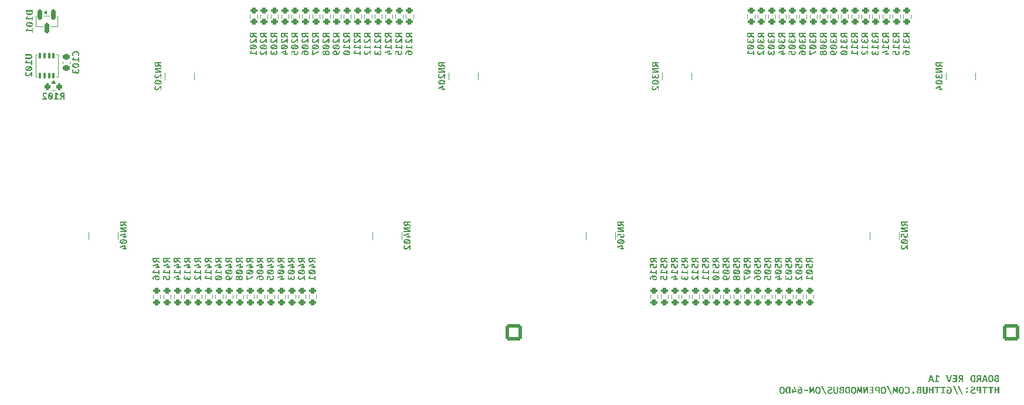
<source format=gbo>
G04 #@! TF.GenerationSoftware,KiCad,Pcbnew,9.0.6*
G04 #@! TF.CreationDate,2025-12-17T10:29:11+01:00*
G04 #@! TF.ProjectId,OM-64DO,4f4d2d36-3444-44f2-9e6b-696361645f70,1A*
G04 #@! TF.SameCoordinates,Original*
G04 #@! TF.FileFunction,Legend,Bot*
G04 #@! TF.FilePolarity,Positive*
%FSLAX46Y46*%
G04 Gerber Fmt 4.6, Leading zero omitted, Abs format (unit mm)*
G04 Created by KiCad (PCBNEW 9.0.6) date 2025-12-17 10:29:11*
%MOMM*%
%LPD*%
G01*
G04 APERTURE LIST*
G04 Aperture macros list*
%AMRoundRect*
0 Rectangle with rounded corners*
0 $1 Rounding radius*
0 $2 $3 $4 $5 $6 $7 $8 $9 X,Y pos of 4 corners*
0 Add a 4 corners polygon primitive as box body*
4,1,4,$2,$3,$4,$5,$6,$7,$8,$9,$2,$3,0*
0 Add four circle primitives for the rounded corners*
1,1,$1+$1,$2,$3*
1,1,$1+$1,$4,$5*
1,1,$1+$1,$6,$7*
1,1,$1+$1,$8,$9*
0 Add four rect primitives between the rounded corners*
20,1,$1+$1,$2,$3,$4,$5,0*
20,1,$1+$1,$4,$5,$6,$7,0*
20,1,$1+$1,$6,$7,$8,$9,0*
20,1,$1+$1,$8,$9,$2,$3,0*%
G04 Aperture macros list end*
%ADD10C,0.200000*%
%ADD11C,0.150000*%
%ADD12C,0.120000*%
%ADD13C,2.400000*%
%ADD14RoundRect,0.250001X0.949999X0.949999X-0.949999X0.949999X-0.949999X-0.949999X0.949999X-0.949999X0*%
%ADD15O,1.500000X2.300000*%
%ADD16R,1.500000X2.300000*%
%ADD17RoundRect,0.250001X-0.949999X-0.949999X0.949999X-0.949999X0.949999X0.949999X-0.949999X0.949999X0*%
%ADD18RoundRect,0.200000X-0.275000X0.200000X-0.275000X-0.200000X0.275000X-0.200000X0.275000X0.200000X0*%
%ADD19R,0.425000X0.800000*%
%ADD20R,0.250000X0.800000*%
%ADD21C,1.000000*%
%ADD22R,1.000000X1.000000*%
%ADD23RoundRect,0.200000X0.275000X-0.200000X0.275000X0.200000X-0.275000X0.200000X-0.275000X-0.200000X0*%
%ADD24RoundRect,0.225000X0.250000X-0.225000X0.250000X0.225000X-0.250000X0.225000X-0.250000X-0.225000X0*%
%ADD25RoundRect,0.200000X-0.200000X-0.275000X0.200000X-0.275000X0.200000X0.275000X-0.200000X0.275000X0*%
%ADD26RoundRect,0.150000X-0.150000X0.587500X-0.150000X-0.587500X0.150000X-0.587500X0.150000X0.587500X0*%
%ADD27R,2.400000X1.600000*%
%ADD28RoundRect,0.075000X0.075000X-0.362500X0.075000X0.362500X-0.075000X0.362500X-0.075000X-0.362500X0*%
G04 APERTURE END LIST*
D10*
G36*
X232399494Y-138150000D02*
G01*
X232091503Y-138150000D01*
X232016175Y-138146553D01*
X231944286Y-138136383D01*
X231876122Y-138117643D01*
X231817219Y-138090038D01*
X231782380Y-138065624D01*
X231752970Y-138036327D01*
X231728558Y-138001744D01*
X231711031Y-137963336D01*
X231699876Y-137917324D01*
X231695891Y-137862098D01*
X231696289Y-137857091D01*
X231899773Y-137857091D01*
X231903303Y-137896879D01*
X231912833Y-137926882D01*
X231927433Y-137949354D01*
X231958711Y-137975357D01*
X231998508Y-137991730D01*
X232042609Y-138000027D01*
X232089305Y-138002843D01*
X232202756Y-138002843D01*
X232202756Y-137701264D01*
X232080696Y-137701264D01*
X232029427Y-137705234D01*
X231986756Y-137716364D01*
X231951125Y-137733932D01*
X231924051Y-137759987D01*
X231906461Y-137799308D01*
X231899773Y-137857091D01*
X231696289Y-137857091D01*
X231700120Y-137808932D01*
X231711812Y-137766178D01*
X231730024Y-137731795D01*
X231768791Y-137688567D01*
X231816181Y-137657850D01*
X231869015Y-137636994D01*
X231922060Y-137624450D01*
X231875517Y-137608503D01*
X231831934Y-137585005D01*
X231794080Y-137553701D01*
X231764462Y-137514296D01*
X231745676Y-137467697D01*
X231740986Y-137427041D01*
X231937875Y-137427041D01*
X231942820Y-137473246D01*
X231956091Y-137506746D01*
X231976648Y-137530783D01*
X232004347Y-137547408D01*
X232042721Y-137558528D01*
X232095106Y-137562718D01*
X232202756Y-137562718D01*
X232202756Y-137300645D01*
X232103715Y-137300645D01*
X232050159Y-137304485D01*
X232009992Y-137314742D01*
X231980251Y-137330076D01*
X231957460Y-137352828D01*
X231943141Y-137384162D01*
X231937875Y-137427041D01*
X231740986Y-137427041D01*
X231739000Y-137409822D01*
X231745394Y-137347207D01*
X231763153Y-137297541D01*
X231791390Y-137257964D01*
X231828999Y-137225498D01*
X231874175Y-137199502D01*
X231928166Y-137180050D01*
X232014491Y-137162979D01*
X232109455Y-137157091D01*
X232399494Y-137157091D01*
X232399494Y-138150000D01*
G37*
G36*
X231271679Y-137139912D02*
G01*
X231327505Y-137152470D01*
X231377114Y-137172689D01*
X231421423Y-137200505D01*
X231472915Y-137248385D01*
X231516078Y-137308301D01*
X231550994Y-137382161D01*
X231574614Y-137461129D01*
X231589530Y-137551157D01*
X231594774Y-137653881D01*
X231589481Y-137759119D01*
X231574520Y-137850161D01*
X231550994Y-137928899D01*
X231516027Y-138002394D01*
X231472865Y-138061544D01*
X231421423Y-138108356D01*
X231377215Y-138135363D01*
X231327637Y-138155042D01*
X231271772Y-138167285D01*
X231208504Y-138171554D01*
X231145329Y-138167178D01*
X231089514Y-138154619D01*
X231039926Y-138134400D01*
X230995647Y-138106585D01*
X230944133Y-138058720D01*
X230900973Y-137998917D01*
X230866076Y-137925296D01*
X230842451Y-137846563D01*
X230827501Y-137756416D01*
X230822234Y-137653148D01*
X231024712Y-137653148D01*
X231030485Y-137778871D01*
X231045463Y-137869055D01*
X231066721Y-137931769D01*
X231091985Y-137972433D01*
X231123233Y-138000180D01*
X231161360Y-138017000D01*
X231208504Y-138022932D01*
X231253862Y-138017161D01*
X231291231Y-138000667D01*
X231322519Y-137973247D01*
X231348517Y-137932868D01*
X231370636Y-137870719D01*
X231386258Y-137780550D01*
X231392297Y-137653881D01*
X231386428Y-137527728D01*
X231371210Y-137437374D01*
X231349616Y-137374651D01*
X231324019Y-137333843D01*
X231292729Y-137306079D01*
X231254904Y-137289316D01*
X231208504Y-137283426D01*
X231162079Y-137289301D01*
X231124259Y-137306011D01*
X231093001Y-137333667D01*
X231067454Y-137374284D01*
X231045840Y-137436781D01*
X231030595Y-137526989D01*
X231024712Y-137653148D01*
X230822234Y-137653148D01*
X230827525Y-137548459D01*
X230842498Y-137457664D01*
X230866076Y-137378925D01*
X230901033Y-137305374D01*
X230944196Y-137246096D01*
X230995647Y-137199101D01*
X231039845Y-137171929D01*
X231089409Y-137152138D01*
X231145254Y-137139829D01*
X231208504Y-137135537D01*
X231271679Y-137139912D01*
G37*
G36*
X230778576Y-138150000D02*
G01*
X230575427Y-138150000D01*
X230513633Y-137922426D01*
X230186959Y-137922426D01*
X230125226Y-138150000D01*
X229916338Y-138150000D01*
X230033401Y-137775209D01*
X230223595Y-137775209D01*
X230478463Y-137775209D01*
X230350662Y-137304248D01*
X230223595Y-137775209D01*
X230033401Y-137775209D01*
X230226465Y-137157091D01*
X230467716Y-137157091D01*
X230778576Y-138150000D01*
G37*
G36*
X229812351Y-138150000D02*
G01*
X229616346Y-138150000D01*
X229616346Y-137754387D01*
X229525854Y-137754387D01*
X229291076Y-138150000D01*
X229065640Y-138150000D01*
X229337787Y-137723551D01*
X229280593Y-137699111D01*
X229230236Y-137666787D01*
X229185929Y-137626282D01*
X229159318Y-137591043D01*
X229140042Y-137550727D01*
X229128040Y-137504376D01*
X229123831Y-137450732D01*
X229327712Y-137450732D01*
X229333729Y-137507089D01*
X229349836Y-137547730D01*
X229374729Y-137576700D01*
X229408188Y-137597034D01*
X229451865Y-137610248D01*
X229508635Y-137615108D01*
X229616346Y-137615108D01*
X229616346Y-137299241D01*
X229515108Y-137299241D01*
X229453142Y-137303955D01*
X229407495Y-137316476D01*
X229374363Y-137335144D01*
X229349412Y-137362404D01*
X229333562Y-137399789D01*
X229327712Y-137450732D01*
X229123831Y-137450732D01*
X229130747Y-137377872D01*
X229150122Y-137318417D01*
X229181002Y-137269610D01*
X229223970Y-137229631D01*
X229274831Y-137200226D01*
X229339125Y-137177508D01*
X229419753Y-137162555D01*
X229520115Y-137157091D01*
X229812351Y-137157091D01*
X229812351Y-138150000D01*
G37*
G36*
X228966660Y-138150000D02*
G01*
X228712526Y-138150000D01*
X228626393Y-138144618D01*
X228542044Y-138128506D01*
X228488027Y-138110447D01*
X228437814Y-138085155D01*
X228390919Y-138052363D01*
X228350145Y-138012569D01*
X228314211Y-137962268D01*
X228283208Y-137899773D01*
X228261993Y-137833180D01*
X228248048Y-137750589D01*
X228242969Y-137648874D01*
X228448316Y-137648874D01*
X228452856Y-137743915D01*
X228464891Y-137815440D01*
X228482449Y-137868204D01*
X228509100Y-137916537D01*
X228539121Y-137951245D01*
X228572575Y-137974816D01*
X228630948Y-137996773D01*
X228696039Y-138004248D01*
X228769984Y-138004248D01*
X228769984Y-137303515D01*
X228696772Y-137303515D01*
X228649349Y-137306780D01*
X228604143Y-137316460D01*
X228562389Y-137334975D01*
X228524459Y-137365675D01*
X228494173Y-137407565D01*
X228468771Y-137470088D01*
X228454043Y-137543712D01*
X228448316Y-137648874D01*
X228242969Y-137648874D01*
X228248176Y-137546160D01*
X228262404Y-137463673D01*
X228283941Y-137397976D01*
X228315521Y-137336629D01*
X228352269Y-137287531D01*
X228394155Y-137248988D01*
X228442153Y-137217726D01*
X228494012Y-137193716D01*
X228550287Y-137176814D01*
X228638185Y-137162067D01*
X228729745Y-137157091D01*
X228966660Y-137157091D01*
X228966660Y-138150000D01*
G37*
G36*
X227230216Y-138150000D02*
G01*
X227034211Y-138150000D01*
X227034211Y-137754387D01*
X226943719Y-137754387D01*
X226708941Y-138150000D01*
X226483504Y-138150000D01*
X226755652Y-137723551D01*
X226698457Y-137699111D01*
X226648101Y-137666787D01*
X226603794Y-137626282D01*
X226577183Y-137591043D01*
X226557907Y-137550727D01*
X226545905Y-137504376D01*
X226541695Y-137450732D01*
X226745577Y-137450732D01*
X226751594Y-137507089D01*
X226767700Y-137547730D01*
X226792594Y-137576700D01*
X226826052Y-137597034D01*
X226869730Y-137610248D01*
X226926500Y-137615108D01*
X227034211Y-137615108D01*
X227034211Y-137299241D01*
X226932972Y-137299241D01*
X226871007Y-137303955D01*
X226825360Y-137316476D01*
X226792227Y-137335144D01*
X226767276Y-137362404D01*
X226751426Y-137399789D01*
X226745577Y-137450732D01*
X226541695Y-137450732D01*
X226548612Y-137377872D01*
X226567987Y-137318417D01*
X226598866Y-137269610D01*
X226641835Y-137229631D01*
X226692696Y-137200226D01*
X226756989Y-137177508D01*
X226837618Y-137162555D01*
X226937979Y-137157091D01*
X227230216Y-137157091D01*
X227230216Y-138150000D01*
G37*
G36*
X226128253Y-137302110D02*
G01*
X226128253Y-137574197D01*
X225776482Y-137574197D01*
X225776482Y-137717079D01*
X226128253Y-137717079D01*
X226128253Y-138005713D01*
X225701072Y-138005713D01*
X225701072Y-138150000D01*
X226324991Y-138150000D01*
X226324991Y-137157091D01*
X225706079Y-137157091D01*
X225726168Y-137302110D01*
X226128253Y-137302110D01*
G37*
G36*
X225179919Y-137981289D02*
G01*
X224964558Y-137157091D01*
X224763546Y-137157091D01*
X225066530Y-138150000D01*
X225300575Y-138150000D01*
X225602093Y-137157091D01*
X225393204Y-137157091D01*
X225179919Y-137981289D01*
G37*
G36*
X223118937Y-138004248D02*
G01*
X223118937Y-138150000D01*
X223738520Y-138150000D01*
X223738520Y-138004248D01*
X223498002Y-138004248D01*
X223498002Y-137348028D01*
X223709822Y-137479431D01*
X223790910Y-137348028D01*
X223479317Y-137157091D01*
X223312072Y-137157091D01*
X223312072Y-138004248D01*
X223118937Y-138004248D01*
G37*
G36*
X223032170Y-138150000D02*
G01*
X222829021Y-138150000D01*
X222767227Y-137922426D01*
X222440553Y-137922426D01*
X222378820Y-138150000D01*
X222169931Y-138150000D01*
X222286994Y-137775209D01*
X222477189Y-137775209D01*
X222732056Y-137775209D01*
X222604256Y-137304248D01*
X222477189Y-137775209D01*
X222286994Y-137775209D01*
X222480059Y-137157091D01*
X222721310Y-137157091D01*
X223032170Y-138150000D01*
G37*
G36*
X231925662Y-139830000D02*
G01*
X231925662Y-139393476D01*
X232212831Y-139393476D01*
X232212831Y-139830000D01*
X232409508Y-139830000D01*
X232409508Y-138837091D01*
X232212831Y-138837091D01*
X232212831Y-139231971D01*
X231925662Y-139231971D01*
X231925662Y-138837091D01*
X231728925Y-138837091D01*
X231728925Y-139830000D01*
X231925662Y-139830000D01*
G37*
G36*
X231112334Y-138991453D02*
G01*
X231112334Y-139830000D01*
X231308339Y-139830000D01*
X231308339Y-138991453D01*
X231598377Y-138991453D01*
X231598377Y-138837091D01*
X230813625Y-138837091D01*
X230833775Y-138991453D01*
X231112334Y-138991453D01*
G37*
G36*
X230251622Y-138991453D02*
G01*
X230251622Y-139830000D01*
X230447627Y-139830000D01*
X230447627Y-138991453D01*
X230737665Y-138991453D01*
X230737665Y-138837091D01*
X229952913Y-138837091D01*
X229973063Y-138991453D01*
X230251622Y-138991453D01*
G37*
G36*
X229801543Y-139830000D02*
G01*
X229604867Y-139830000D01*
X229604867Y-139486106D01*
X229490683Y-139486106D01*
X229414205Y-139481961D01*
X229346761Y-139470131D01*
X229287168Y-139451301D01*
X229232078Y-139423306D01*
X229186636Y-139387304D01*
X229149659Y-139342857D01*
X229123080Y-139291575D01*
X229106189Y-139229364D01*
X229100256Y-139155157D01*
X229304021Y-139155157D01*
X229307956Y-139206143D01*
X229318628Y-139245466D01*
X229334900Y-139275586D01*
X229356472Y-139298344D01*
X229393549Y-139320904D01*
X229439438Y-139335207D01*
X229496423Y-139340354D01*
X229604867Y-139340354D01*
X229604867Y-138980645D01*
X229502163Y-138980645D01*
X229441204Y-138985831D01*
X229393587Y-139000020D01*
X229356472Y-139021983D01*
X229328494Y-139053230D01*
X229310633Y-139096283D01*
X229304021Y-139155157D01*
X229100256Y-139155157D01*
X229100139Y-139153691D01*
X229104970Y-139089652D01*
X229118629Y-139035258D01*
X229140341Y-138988858D01*
X229170010Y-138949170D01*
X229208217Y-138915371D01*
X229263314Y-138883076D01*
X229330267Y-138858604D01*
X229411378Y-138842786D01*
X229509368Y-138837091D01*
X229801543Y-138837091D01*
X229801543Y-139830000D01*
G37*
G36*
X228257379Y-139544968D02*
G01*
X228262697Y-139603878D01*
X228278167Y-139656742D01*
X228303663Y-139704764D01*
X228338280Y-139746757D01*
X228382326Y-139782705D01*
X228437203Y-139812780D01*
X228496608Y-139833606D01*
X228566027Y-139846854D01*
X228647191Y-139851554D01*
X228732797Y-139846894D01*
X228806182Y-139833762D01*
X228869085Y-139813147D01*
X228928827Y-139784342D01*
X228980211Y-139751402D01*
X229024118Y-139714412D01*
X228920743Y-139598824D01*
X228863596Y-139642190D01*
X228800148Y-139674539D01*
X228730579Y-139694490D01*
X228650061Y-139701467D01*
X228598032Y-139697098D01*
X228553901Y-139684717D01*
X228516215Y-139664891D01*
X228486183Y-139636842D01*
X228468288Y-139601933D01*
X228461994Y-139557913D01*
X228466511Y-139519814D01*
X228479213Y-139489342D01*
X228501258Y-139463678D01*
X228538442Y-139438722D01*
X228584940Y-139417866D01*
X228655129Y-139394209D01*
X228763266Y-139355249D01*
X228842164Y-139315425D01*
X228897784Y-139275385D01*
X228931775Y-139238520D01*
X228955936Y-139196433D01*
X228970808Y-139148083D01*
X228976003Y-139091959D01*
X228970537Y-139036622D01*
X228954709Y-138987910D01*
X228928620Y-138944436D01*
X228893963Y-138906763D01*
X228851728Y-138874978D01*
X228800881Y-138848937D01*
X228746329Y-138830715D01*
X228686282Y-138819438D01*
X228619897Y-138815537D01*
X228546709Y-138819347D01*
X228482235Y-138830212D01*
X228425357Y-138847472D01*
X228371235Y-138871945D01*
X228322091Y-138902184D01*
X228277468Y-138938330D01*
X228375837Y-139049583D01*
X228429340Y-139011275D01*
X228486051Y-138984980D01*
X228545932Y-138969328D01*
X228606280Y-138964159D01*
X228653926Y-138967681D01*
X228693281Y-138977510D01*
X228725837Y-138992918D01*
X228752014Y-139015308D01*
X228767444Y-139043377D01*
X228772854Y-139079014D01*
X228767791Y-139111986D01*
X228753131Y-139138975D01*
X228728577Y-139161408D01*
X228685598Y-139185321D01*
X228632892Y-139206359D01*
X228553157Y-139232643D01*
X228468421Y-139262697D01*
X228398429Y-139296573D01*
X228356765Y-139324363D01*
X228322430Y-139356465D01*
X228294687Y-139393110D01*
X228274713Y-139434209D01*
X228261958Y-139484166D01*
X228257379Y-139544968D01*
G37*
G36*
X227904937Y-139093363D02*
G01*
X227900459Y-139057658D01*
X227887252Y-139025706D01*
X227864759Y-138996460D01*
X227835832Y-138973665D01*
X227803437Y-138960169D01*
X227766390Y-138955549D01*
X227728872Y-138960197D01*
X227696395Y-138973719D01*
X227667716Y-138996460D01*
X227645406Y-139025684D01*
X227632292Y-139057639D01*
X227627843Y-139093363D01*
X227632311Y-139129574D01*
X227645443Y-139161783D01*
X227667716Y-139191060D01*
X227696395Y-139213801D01*
X227728872Y-139227323D01*
X227766390Y-139231971D01*
X227803437Y-139227351D01*
X227835832Y-139213855D01*
X227864759Y-139191060D01*
X227887215Y-139161762D01*
X227900440Y-139129554D01*
X227904937Y-139093363D01*
G37*
G36*
X227904937Y-139597358D02*
G01*
X227900451Y-139561666D01*
X227887240Y-139529841D01*
X227864759Y-139500821D01*
X227835859Y-139478246D01*
X227803461Y-139464861D01*
X227766390Y-139460277D01*
X227728847Y-139464890D01*
X227696368Y-139478300D01*
X227667716Y-139500821D01*
X227645418Y-139529819D01*
X227632300Y-139561646D01*
X227627843Y-139597358D01*
X227632332Y-139634051D01*
X227645484Y-139666474D01*
X227667716Y-139695727D01*
X227696395Y-139718468D01*
X227728872Y-139731989D01*
X227766390Y-139736638D01*
X227803437Y-139732018D01*
X227835832Y-139718521D01*
X227864759Y-139695727D01*
X227887174Y-139666452D01*
X227900419Y-139634031D01*
X227904937Y-139597358D01*
G37*
G36*
X227062299Y-139986498D02*
G01*
X227211653Y-139918293D01*
X226604282Y-138660443D01*
X226456393Y-138730113D01*
X227062299Y-139986498D01*
G37*
G36*
X226344347Y-139986498D02*
G01*
X226493702Y-139918293D01*
X225886331Y-138660443D01*
X225738442Y-138730113D01*
X226344347Y-139986498D01*
G37*
G36*
X225152686Y-139851554D02*
G01*
X225232365Y-139845768D01*
X225301563Y-139829267D01*
X225361979Y-139802838D01*
X225414957Y-139766569D01*
X225461409Y-139719846D01*
X225498063Y-139666801D01*
X225527957Y-139603357D01*
X225550665Y-139527789D01*
X225565292Y-139438033D01*
X225570525Y-139331744D01*
X225566285Y-139246192D01*
X225554224Y-139171147D01*
X225535134Y-139105288D01*
X225509525Y-139047445D01*
X225463332Y-138975824D01*
X225409384Y-138918591D01*
X225347226Y-138874094D01*
X225277765Y-138841629D01*
X225204209Y-138822141D01*
X225125392Y-138815537D01*
X225055939Y-138819435D01*
X224997891Y-138830302D01*
X224949476Y-138847166D01*
X224881829Y-138884347D01*
X224820272Y-138933262D01*
X224927250Y-139043110D01*
X224973514Y-139007217D01*
X225016948Y-138983210D01*
X225063464Y-138968544D01*
X225117454Y-138963426D01*
X225161906Y-138967498D01*
X225203320Y-138979535D01*
X225242445Y-138999696D01*
X225276267Y-139027441D01*
X225306307Y-139065851D01*
X225332510Y-139117116D01*
X225349939Y-139172273D01*
X225361600Y-139243151D01*
X225365910Y-139333148D01*
X225361451Y-139439504D01*
X225349663Y-139519215D01*
X225332581Y-139577600D01*
X225311688Y-139619279D01*
X225281218Y-139655770D01*
X225244639Y-139681464D01*
X225200772Y-139697324D01*
X225147618Y-139702932D01*
X225107411Y-139700551D01*
X225070132Y-139693590D01*
X225034446Y-139682227D01*
X225001195Y-139667028D01*
X225001195Y-139413565D01*
X225150488Y-139413565D01*
X225170638Y-139270012D01*
X224813799Y-139270012D01*
X224813799Y-139756055D01*
X224887924Y-139794780D01*
X224967794Y-139825359D01*
X225053076Y-139844713D01*
X225152686Y-139851554D01*
G37*
G36*
X224014087Y-138837091D02*
G01*
X224014087Y-138984248D01*
X224224441Y-138984248D01*
X224224441Y-139682843D01*
X224014087Y-139682843D01*
X224014087Y-139830000D01*
X224631533Y-139830000D01*
X224631533Y-139682843D01*
X224421179Y-139682843D01*
X224421179Y-138984248D01*
X224631533Y-138984248D01*
X224631533Y-138837091D01*
X224014087Y-138837091D01*
G37*
G36*
X223365928Y-138991453D02*
G01*
X223365928Y-139830000D01*
X223561933Y-139830000D01*
X223561933Y-138991453D01*
X223851971Y-138991453D01*
X223851971Y-138837091D01*
X223067219Y-138837091D01*
X223087369Y-138991453D01*
X223365928Y-138991453D01*
G37*
G36*
X222457833Y-139830000D02*
G01*
X222457833Y-139393476D01*
X222745001Y-139393476D01*
X222745001Y-139830000D01*
X222941678Y-139830000D01*
X222941678Y-138837091D01*
X222745001Y-138837091D01*
X222745001Y-139231971D01*
X222457833Y-139231971D01*
X222457833Y-138837091D01*
X222261095Y-138837091D01*
X222261095Y-139830000D01*
X222457833Y-139830000D01*
G37*
G36*
X221385301Y-138837091D02*
G01*
X221385301Y-139501188D01*
X221390058Y-139567677D01*
X221403826Y-139627511D01*
X221426212Y-139681744D01*
X221457729Y-139730798D01*
X221497551Y-139772098D01*
X221546502Y-139806308D01*
X221601140Y-139830686D01*
X221665454Y-139846090D01*
X221741407Y-139851554D01*
X221817927Y-139846196D01*
X221882360Y-139831138D01*
X221936741Y-139807407D01*
X221985358Y-139773862D01*
X222024787Y-139733063D01*
X222055870Y-139684309D01*
X222077748Y-139630281D01*
X222091323Y-139569642D01*
X222096048Y-139501188D01*
X222096048Y-138837091D01*
X221899371Y-138837091D01*
X221899371Y-139445867D01*
X221894719Y-139530731D01*
X221882534Y-139592571D01*
X221864933Y-139636559D01*
X221844848Y-139663771D01*
X221818583Y-139683252D01*
X221784837Y-139695586D01*
X221741407Y-139700062D01*
X221697576Y-139695570D01*
X221663614Y-139683212D01*
X221637270Y-139663729D01*
X221617210Y-139636559D01*
X221599576Y-139592567D01*
X221587371Y-139530726D01*
X221582711Y-139445867D01*
X221582711Y-138837091D01*
X221385301Y-138837091D01*
G37*
G36*
X221210240Y-139830000D02*
G01*
X220902250Y-139830000D01*
X220826922Y-139826553D01*
X220755033Y-139816383D01*
X220686868Y-139797643D01*
X220627965Y-139770038D01*
X220593127Y-139745624D01*
X220563717Y-139716327D01*
X220539305Y-139681744D01*
X220521778Y-139643336D01*
X220510622Y-139597324D01*
X220506638Y-139542098D01*
X220507036Y-139537091D01*
X220710519Y-139537091D01*
X220714049Y-139576879D01*
X220723580Y-139606882D01*
X220738180Y-139629354D01*
X220769458Y-139655357D01*
X220809255Y-139671730D01*
X220853355Y-139680027D01*
X220900052Y-139682843D01*
X221013503Y-139682843D01*
X221013503Y-139381264D01*
X220891442Y-139381264D01*
X220840174Y-139385234D01*
X220797503Y-139396364D01*
X220761871Y-139413932D01*
X220734797Y-139439987D01*
X220717207Y-139479308D01*
X220710519Y-139537091D01*
X220507036Y-139537091D01*
X220510867Y-139488932D01*
X220522558Y-139446178D01*
X220540771Y-139411795D01*
X220579538Y-139368567D01*
X220626927Y-139337850D01*
X220679761Y-139316994D01*
X220732807Y-139304450D01*
X220686263Y-139288503D01*
X220642681Y-139265005D01*
X220604827Y-139233701D01*
X220575209Y-139194296D01*
X220556423Y-139147697D01*
X220551733Y-139107041D01*
X220748621Y-139107041D01*
X220753567Y-139153246D01*
X220766837Y-139186746D01*
X220787395Y-139210783D01*
X220815094Y-139227408D01*
X220853467Y-139238528D01*
X220905853Y-139242718D01*
X221013503Y-139242718D01*
X221013503Y-138980645D01*
X220914462Y-138980645D01*
X220860905Y-138984485D01*
X220820739Y-138994742D01*
X220790997Y-139010076D01*
X220768206Y-139032828D01*
X220753887Y-139064162D01*
X220748621Y-139107041D01*
X220551733Y-139107041D01*
X220549747Y-139089822D01*
X220556141Y-139027207D01*
X220573900Y-138977541D01*
X220602137Y-138937964D01*
X220639746Y-138905498D01*
X220684922Y-138879502D01*
X220738913Y-138860050D01*
X220825238Y-138842979D01*
X220920202Y-138837091D01*
X221210240Y-138837091D01*
X221210240Y-139830000D01*
G37*
G36*
X220167873Y-139702932D02*
G01*
X220163065Y-139664457D01*
X220148905Y-139630133D01*
X220124825Y-139598824D01*
X220093850Y-139574403D01*
X220059316Y-139559973D01*
X220019984Y-139555043D01*
X219980168Y-139559994D01*
X219945423Y-139574444D01*
X219914471Y-139598824D01*
X219890354Y-139630137D01*
X219876176Y-139664461D01*
X219871362Y-139702932D01*
X219876193Y-139741849D01*
X219890388Y-139776409D01*
X219914471Y-139807773D01*
X219945423Y-139832153D01*
X219980168Y-139846603D01*
X220019984Y-139851554D01*
X220059316Y-139846624D01*
X220093850Y-139832194D01*
X220124825Y-139807773D01*
X220148871Y-139776413D01*
X220163048Y-139741853D01*
X220167873Y-139702932D01*
G37*
G36*
X219075252Y-138815537D02*
G01*
X219006561Y-138818856D01*
X218948705Y-138828119D01*
X218900130Y-138842465D01*
X218831256Y-138875081D01*
X218767262Y-138919645D01*
X218867096Y-139038103D01*
X218912138Y-139006866D01*
X218960397Y-138983942D01*
X219012014Y-138969732D01*
X219068108Y-138964891D01*
X219113452Y-138969008D01*
X219155678Y-138981172D01*
X219195542Y-139001528D01*
X219230153Y-139029488D01*
X219260913Y-139067919D01*
X219287805Y-139118886D01*
X219305844Y-139173890D01*
X219317833Y-139243790D01*
X219322243Y-139331744D01*
X219317980Y-139418296D01*
X219306376Y-139487281D01*
X219288904Y-139541732D01*
X219262740Y-139592227D01*
X219232349Y-139630727D01*
X219197740Y-139659152D01*
X219157785Y-139679755D01*
X219114382Y-139692203D01*
X219066643Y-139696460D01*
X219015470Y-139693146D01*
X218973012Y-139683914D01*
X218937805Y-139669532D01*
X218888625Y-139640670D01*
X218846275Y-139609570D01*
X218753646Y-139726624D01*
X218811249Y-139773612D01*
X218884682Y-139814918D01*
X218938292Y-139834584D01*
X219001256Y-139847104D01*
X219075252Y-139851554D01*
X219160260Y-139844727D01*
X219237073Y-139824874D01*
X219307161Y-139792325D01*
X219354835Y-139759628D01*
X219397232Y-139719956D01*
X219434696Y-139672741D01*
X219467323Y-139617142D01*
X219491707Y-139558897D01*
X219509908Y-139492688D01*
X219521411Y-139417390D01*
X219525453Y-139331744D01*
X219521312Y-139247737D01*
X219509496Y-139173550D01*
X219490735Y-139107977D01*
X219465491Y-139049949D01*
X219419911Y-138978139D01*
X219366001Y-138920393D01*
X219303253Y-138875132D01*
X219232967Y-138842216D01*
X219157400Y-138822322D01*
X219075252Y-138815537D01*
G37*
G36*
X218361002Y-138819912D02*
G01*
X218416828Y-138832470D01*
X218466437Y-138852689D01*
X218510746Y-138880505D01*
X218562238Y-138928385D01*
X218605401Y-138988301D01*
X218640317Y-139062161D01*
X218663937Y-139141129D01*
X218678853Y-139231157D01*
X218684098Y-139333881D01*
X218678804Y-139439119D01*
X218663843Y-139530161D01*
X218640317Y-139608899D01*
X218605351Y-139682394D01*
X218562188Y-139741544D01*
X218510746Y-139788356D01*
X218466539Y-139815363D01*
X218416960Y-139835042D01*
X218361096Y-139847285D01*
X218297827Y-139851554D01*
X218234652Y-139847178D01*
X218178837Y-139834619D01*
X218129249Y-139814400D01*
X218084970Y-139786585D01*
X218033456Y-139738720D01*
X217990296Y-139678917D01*
X217955399Y-139605296D01*
X217931774Y-139526563D01*
X217916824Y-139436416D01*
X217911557Y-139333148D01*
X218114035Y-139333148D01*
X218119808Y-139458871D01*
X218134786Y-139549055D01*
X218156045Y-139611769D01*
X218181308Y-139652433D01*
X218212556Y-139680180D01*
X218250683Y-139697000D01*
X218297827Y-139702932D01*
X218343185Y-139697161D01*
X218380554Y-139680667D01*
X218411842Y-139653247D01*
X218437840Y-139612868D01*
X218459959Y-139550719D01*
X218475581Y-139460550D01*
X218481620Y-139333881D01*
X218475751Y-139207728D01*
X218460533Y-139117374D01*
X218438939Y-139054651D01*
X218413342Y-139013843D01*
X218382052Y-138986079D01*
X218344227Y-138969316D01*
X218297827Y-138963426D01*
X218251402Y-138969301D01*
X218213582Y-138986011D01*
X218182324Y-139013667D01*
X218156777Y-139054284D01*
X218135163Y-139116781D01*
X218119918Y-139206989D01*
X218114035Y-139333148D01*
X217911557Y-139333148D01*
X217916848Y-139228459D01*
X217931822Y-139137664D01*
X217955399Y-139058925D01*
X217990356Y-138985374D01*
X218033519Y-138926096D01*
X218084970Y-138879101D01*
X218129168Y-138851929D01*
X218178732Y-138832138D01*
X218234577Y-138819829D01*
X218297827Y-138815537D01*
X218361002Y-138819912D01*
G37*
G36*
X217093954Y-138837091D02*
G01*
X217037962Y-139830000D01*
X217213145Y-139830000D01*
X217231769Y-139372655D01*
X217233967Y-139173108D01*
X217226762Y-139007206D01*
X217358164Y-139657686D01*
X217517533Y-139657686D01*
X217658278Y-139007206D01*
X217650034Y-139173475D01*
X217650340Y-139374120D01*
X217664017Y-139830000D01*
X217836331Y-139830000D01*
X217780338Y-138837091D01*
X217562046Y-138837091D01*
X217434246Y-139492578D01*
X217312185Y-138837091D01*
X217093954Y-138837091D01*
G37*
G36*
X216804710Y-139986498D02*
G01*
X216954064Y-139918293D01*
X216346693Y-138660443D01*
X216198804Y-138730113D01*
X216804710Y-139986498D01*
G37*
G36*
X215778866Y-138819912D02*
G01*
X215834692Y-138832470D01*
X215884301Y-138852689D01*
X215928611Y-138880505D01*
X215980102Y-138928385D01*
X216023266Y-138988301D01*
X216058182Y-139062161D01*
X216081801Y-139141129D01*
X216096718Y-139231157D01*
X216101962Y-139333881D01*
X216096669Y-139439119D01*
X216081707Y-139530161D01*
X216058182Y-139608899D01*
X216023215Y-139682394D01*
X215980052Y-139741544D01*
X215928611Y-139788356D01*
X215884403Y-139815363D01*
X215834824Y-139835042D01*
X215778960Y-139847285D01*
X215715692Y-139851554D01*
X215652516Y-139847178D01*
X215596702Y-139834619D01*
X215547114Y-139814400D01*
X215502834Y-139786585D01*
X215451321Y-139738720D01*
X215408161Y-139678917D01*
X215373264Y-139605296D01*
X215349638Y-139526563D01*
X215334688Y-139436416D01*
X215329422Y-139333148D01*
X215531899Y-139333148D01*
X215537673Y-139458871D01*
X215552651Y-139549055D01*
X215573909Y-139611769D01*
X215599173Y-139652433D01*
X215630420Y-139680180D01*
X215668547Y-139697000D01*
X215715692Y-139702932D01*
X215761049Y-139697161D01*
X215798419Y-139680667D01*
X215829707Y-139653247D01*
X215855704Y-139612868D01*
X215877824Y-139550719D01*
X215893446Y-139460550D01*
X215899485Y-139333881D01*
X215893616Y-139207728D01*
X215878398Y-139117374D01*
X215856803Y-139054651D01*
X215831207Y-139013843D01*
X215799917Y-138986079D01*
X215762092Y-138969316D01*
X215715692Y-138963426D01*
X215669267Y-138969301D01*
X215631447Y-138986011D01*
X215600189Y-139013667D01*
X215574642Y-139054284D01*
X215553027Y-139116781D01*
X215537783Y-139206989D01*
X215531899Y-139333148D01*
X215329422Y-139333148D01*
X215334713Y-139228459D01*
X215349686Y-139137664D01*
X215373264Y-139058925D01*
X215408221Y-138985374D01*
X215451384Y-138926096D01*
X215502834Y-138879101D01*
X215547033Y-138851929D01*
X215596597Y-138832138D01*
X215652442Y-138819829D01*
X215715692Y-138815537D01*
X215778866Y-138819912D01*
G37*
G36*
X215169443Y-139830000D02*
G01*
X214972766Y-139830000D01*
X214972766Y-139486106D01*
X214858583Y-139486106D01*
X214782105Y-139481961D01*
X214714661Y-139470131D01*
X214655068Y-139451301D01*
X214599977Y-139423306D01*
X214554535Y-139387304D01*
X214517559Y-139342857D01*
X214490979Y-139291575D01*
X214474089Y-139229364D01*
X214468156Y-139155157D01*
X214671920Y-139155157D01*
X214675855Y-139206143D01*
X214686528Y-139245466D01*
X214702799Y-139275586D01*
X214724371Y-139298344D01*
X214761449Y-139320904D01*
X214807338Y-139335207D01*
X214864323Y-139340354D01*
X214972766Y-139340354D01*
X214972766Y-138980645D01*
X214870062Y-138980645D01*
X214809104Y-138985831D01*
X214761486Y-139000020D01*
X214724371Y-139021983D01*
X214696394Y-139053230D01*
X214678532Y-139096283D01*
X214671920Y-139155157D01*
X214468156Y-139155157D01*
X214468039Y-139153691D01*
X214472870Y-139089652D01*
X214486528Y-139035258D01*
X214508241Y-138988858D01*
X214537910Y-138949170D01*
X214576116Y-138915371D01*
X214631213Y-138883076D01*
X214698166Y-138858604D01*
X214779277Y-138842786D01*
X214877267Y-138837091D01*
X215169443Y-138837091D01*
X215169443Y-139830000D01*
G37*
G36*
X214078288Y-138982110D02*
G01*
X214078288Y-139254197D01*
X213726517Y-139254197D01*
X213726517Y-139397079D01*
X214078288Y-139397079D01*
X214078288Y-139685713D01*
X213651107Y-139685713D01*
X213651107Y-139830000D01*
X214275026Y-139830000D01*
X214275026Y-138837091D01*
X213656114Y-138837091D01*
X213676203Y-138982110D01*
X214078288Y-138982110D01*
G37*
G36*
X213040256Y-139830000D02*
G01*
X213332431Y-139005069D01*
X213320952Y-139104537D01*
X213308374Y-139248824D01*
X213303000Y-139412161D01*
X213303000Y-139830000D01*
X213473848Y-139830000D01*
X213473848Y-138837091D01*
X213224049Y-138837091D01*
X212934682Y-139660556D01*
X212953367Y-139498684D01*
X212961270Y-139388780D01*
X212964113Y-139258532D01*
X212964113Y-138837091D01*
X212793265Y-138837091D01*
X212793265Y-139830000D01*
X213040256Y-139830000D01*
G37*
G36*
X211929684Y-138837091D02*
G01*
X211873691Y-139830000D01*
X212048874Y-139830000D01*
X212067498Y-139372655D01*
X212069696Y-139173108D01*
X212062491Y-139007206D01*
X212193893Y-139657686D01*
X212353262Y-139657686D01*
X212494007Y-139007206D01*
X212485764Y-139173475D01*
X212486069Y-139374120D01*
X212499747Y-139830000D01*
X212672060Y-139830000D01*
X212616067Y-138837091D01*
X212397775Y-138837091D01*
X212269975Y-139492578D01*
X212147915Y-138837091D01*
X211929684Y-138837091D01*
G37*
G36*
X211475307Y-138819912D02*
G01*
X211531133Y-138832470D01*
X211580742Y-138852689D01*
X211625052Y-138880505D01*
X211676543Y-138928385D01*
X211719707Y-138988301D01*
X211754623Y-139062161D01*
X211778242Y-139141129D01*
X211793159Y-139231157D01*
X211798403Y-139333881D01*
X211793110Y-139439119D01*
X211778148Y-139530161D01*
X211754623Y-139608899D01*
X211719656Y-139682394D01*
X211676493Y-139741544D01*
X211625052Y-139788356D01*
X211580844Y-139815363D01*
X211531265Y-139835042D01*
X211475401Y-139847285D01*
X211412133Y-139851554D01*
X211348957Y-139847178D01*
X211293143Y-139834619D01*
X211243555Y-139814400D01*
X211199275Y-139786585D01*
X211147762Y-139738720D01*
X211104602Y-139678917D01*
X211069705Y-139605296D01*
X211046079Y-139526563D01*
X211031129Y-139436416D01*
X211025863Y-139333148D01*
X211228340Y-139333148D01*
X211234114Y-139458871D01*
X211249092Y-139549055D01*
X211270350Y-139611769D01*
X211295614Y-139652433D01*
X211326861Y-139680180D01*
X211364989Y-139697000D01*
X211412133Y-139702932D01*
X211457490Y-139697161D01*
X211494860Y-139680667D01*
X211526148Y-139653247D01*
X211552145Y-139612868D01*
X211574265Y-139550719D01*
X211589887Y-139460550D01*
X211595926Y-139333881D01*
X211590057Y-139207728D01*
X211574839Y-139117374D01*
X211553244Y-139054651D01*
X211527648Y-139013843D01*
X211496358Y-138986079D01*
X211458533Y-138969316D01*
X211412133Y-138963426D01*
X211365708Y-138969301D01*
X211327888Y-138986011D01*
X211296630Y-139013667D01*
X211271083Y-139054284D01*
X211249468Y-139116781D01*
X211234224Y-139206989D01*
X211228340Y-139333148D01*
X211025863Y-139333148D01*
X211031154Y-139228459D01*
X211046127Y-139137664D01*
X211069705Y-139058925D01*
X211104662Y-138985374D01*
X211147825Y-138926096D01*
X211199275Y-138879101D01*
X211243474Y-138851929D01*
X211293038Y-138832138D01*
X211348883Y-138819829D01*
X211412133Y-138815537D01*
X211475307Y-138819912D01*
G37*
G36*
X210891713Y-139830000D02*
G01*
X210637578Y-139830000D01*
X210551445Y-139824618D01*
X210467096Y-139808506D01*
X210413080Y-139790447D01*
X210362867Y-139765155D01*
X210315971Y-139732363D01*
X210275198Y-139692569D01*
X210239263Y-139642268D01*
X210208260Y-139579773D01*
X210187045Y-139513180D01*
X210173100Y-139430589D01*
X210168021Y-139328874D01*
X210373368Y-139328874D01*
X210377908Y-139423915D01*
X210389944Y-139495440D01*
X210407501Y-139548204D01*
X210434152Y-139596537D01*
X210464173Y-139631245D01*
X210497627Y-139654816D01*
X210556000Y-139676773D01*
X210621092Y-139684248D01*
X210695036Y-139684248D01*
X210695036Y-138983515D01*
X210621824Y-138983515D01*
X210574402Y-138986780D01*
X210529195Y-138996460D01*
X210487442Y-139014975D01*
X210449511Y-139045675D01*
X210419225Y-139087565D01*
X210393824Y-139150088D01*
X210379096Y-139223712D01*
X210373368Y-139328874D01*
X210168021Y-139328874D01*
X210173229Y-139226160D01*
X210187457Y-139143673D01*
X210208993Y-139077976D01*
X210240573Y-139016629D01*
X210277321Y-138967531D01*
X210319207Y-138928988D01*
X210367205Y-138897726D01*
X210419065Y-138873716D01*
X210475340Y-138856814D01*
X210563237Y-138842067D01*
X210654797Y-138837091D01*
X210891713Y-138837091D01*
X210891713Y-139830000D01*
G37*
G36*
X210020987Y-139830000D02*
G01*
X209712997Y-139830000D01*
X209637668Y-139826553D01*
X209565779Y-139816383D01*
X209497615Y-139797643D01*
X209438712Y-139770038D01*
X209403874Y-139745624D01*
X209374464Y-139716327D01*
X209350052Y-139681744D01*
X209332524Y-139643336D01*
X209321369Y-139597324D01*
X209317384Y-139542098D01*
X209317782Y-139537091D01*
X209521266Y-139537091D01*
X209524796Y-139576879D01*
X209534327Y-139606882D01*
X209548927Y-139629354D01*
X209580205Y-139655357D01*
X209620001Y-139671730D01*
X209664102Y-139680027D01*
X209710799Y-139682843D01*
X209824249Y-139682843D01*
X209824249Y-139381264D01*
X209702189Y-139381264D01*
X209650921Y-139385234D01*
X209608250Y-139396364D01*
X209572618Y-139413932D01*
X209545544Y-139439987D01*
X209527954Y-139479308D01*
X209521266Y-139537091D01*
X209317782Y-139537091D01*
X209321614Y-139488932D01*
X209333305Y-139446178D01*
X209351517Y-139411795D01*
X209390284Y-139368567D01*
X209437674Y-139337850D01*
X209490508Y-139316994D01*
X209543553Y-139304450D01*
X209497010Y-139288503D01*
X209453428Y-139265005D01*
X209415574Y-139233701D01*
X209385956Y-139194296D01*
X209367169Y-139147697D01*
X209362479Y-139107041D01*
X209559368Y-139107041D01*
X209564314Y-139153246D01*
X209577584Y-139186746D01*
X209598142Y-139210783D01*
X209625841Y-139227408D01*
X209664214Y-139238528D01*
X209716599Y-139242718D01*
X209824249Y-139242718D01*
X209824249Y-138980645D01*
X209725209Y-138980645D01*
X209671652Y-138984485D01*
X209631486Y-138994742D01*
X209601744Y-139010076D01*
X209578953Y-139032828D01*
X209564634Y-139064162D01*
X209559368Y-139107041D01*
X209362479Y-139107041D01*
X209360493Y-139089822D01*
X209366887Y-139027207D01*
X209384647Y-138977541D01*
X209412883Y-138937964D01*
X209450492Y-138905498D01*
X209495669Y-138879502D01*
X209549659Y-138860050D01*
X209635984Y-138842979D01*
X209730949Y-138837091D01*
X210020987Y-138837091D01*
X210020987Y-139830000D01*
G37*
G36*
X208474624Y-138837091D02*
G01*
X208474624Y-139501188D01*
X208479381Y-139567677D01*
X208493149Y-139627511D01*
X208515535Y-139681744D01*
X208547052Y-139730798D01*
X208586874Y-139772098D01*
X208635825Y-139806308D01*
X208690463Y-139830686D01*
X208754777Y-139846090D01*
X208830730Y-139851554D01*
X208907250Y-139846196D01*
X208971683Y-139831138D01*
X209026064Y-139807407D01*
X209074681Y-139773862D01*
X209114110Y-139733063D01*
X209145193Y-139684309D01*
X209167071Y-139630281D01*
X209180646Y-139569642D01*
X209185371Y-139501188D01*
X209185371Y-138837091D01*
X208988695Y-138837091D01*
X208988695Y-139445867D01*
X208984042Y-139530731D01*
X208971857Y-139592571D01*
X208954256Y-139636559D01*
X208934171Y-139663771D01*
X208907906Y-139683252D01*
X208874160Y-139695586D01*
X208830730Y-139700062D01*
X208786899Y-139695570D01*
X208752937Y-139683212D01*
X208726593Y-139663729D01*
X208706533Y-139636559D01*
X208688900Y-139592567D01*
X208676694Y-139530726D01*
X208672034Y-139445867D01*
X208672034Y-138837091D01*
X208474624Y-138837091D01*
G37*
G36*
X207600296Y-139544968D02*
G01*
X207605614Y-139603878D01*
X207621084Y-139656742D01*
X207646580Y-139704764D01*
X207681197Y-139746757D01*
X207725243Y-139782705D01*
X207780120Y-139812780D01*
X207839525Y-139833606D01*
X207908944Y-139846854D01*
X207990108Y-139851554D01*
X208075714Y-139846894D01*
X208149099Y-139833762D01*
X208212002Y-139813147D01*
X208271744Y-139784342D01*
X208323128Y-139751402D01*
X208367035Y-139714412D01*
X208263660Y-139598824D01*
X208206513Y-139642190D01*
X208143065Y-139674539D01*
X208073496Y-139694490D01*
X207992978Y-139701467D01*
X207940948Y-139697098D01*
X207896818Y-139684717D01*
X207859132Y-139664891D01*
X207829100Y-139636842D01*
X207811205Y-139601933D01*
X207804911Y-139557913D01*
X207809428Y-139519814D01*
X207822130Y-139489342D01*
X207844175Y-139463678D01*
X207881359Y-139438722D01*
X207927857Y-139417866D01*
X207998046Y-139394209D01*
X208106183Y-139355249D01*
X208185081Y-139315425D01*
X208240701Y-139275385D01*
X208274692Y-139238520D01*
X208298853Y-139196433D01*
X208313725Y-139148083D01*
X208318920Y-139091959D01*
X208313454Y-139036622D01*
X208297626Y-138987910D01*
X208271536Y-138944436D01*
X208236880Y-138906763D01*
X208194645Y-138874978D01*
X208143797Y-138848937D01*
X208089246Y-138830715D01*
X208029199Y-138819438D01*
X207962814Y-138815537D01*
X207889626Y-138819347D01*
X207825152Y-138830212D01*
X207768274Y-138847472D01*
X207714152Y-138871945D01*
X207665008Y-138902184D01*
X207620385Y-138938330D01*
X207718754Y-139049583D01*
X207772257Y-139011275D01*
X207828968Y-138984980D01*
X207888849Y-138969328D01*
X207949197Y-138964159D01*
X207996843Y-138967681D01*
X208036198Y-138977510D01*
X208068754Y-138992918D01*
X208094931Y-139015308D01*
X208110361Y-139043377D01*
X208115771Y-139079014D01*
X208110708Y-139111986D01*
X208096048Y-139138975D01*
X208071494Y-139161408D01*
X208028515Y-139185321D01*
X207975809Y-139206359D01*
X207896074Y-139232643D01*
X207811338Y-139262697D01*
X207741346Y-139296573D01*
X207699682Y-139324363D01*
X207665347Y-139356465D01*
X207637604Y-139393110D01*
X207617630Y-139434209D01*
X207604875Y-139484166D01*
X207600296Y-139544968D01*
G37*
G36*
X207336880Y-139986498D02*
G01*
X207486235Y-139918293D01*
X206878864Y-138660443D01*
X206730975Y-138730113D01*
X207336880Y-139986498D01*
G37*
G36*
X206311037Y-138819912D02*
G01*
X206366862Y-138832470D01*
X206416472Y-138852689D01*
X206460781Y-138880505D01*
X206512273Y-138928385D01*
X206555436Y-138988301D01*
X206590352Y-139062161D01*
X206613972Y-139141129D01*
X206628888Y-139231157D01*
X206634132Y-139333881D01*
X206628839Y-139439119D01*
X206613878Y-139530161D01*
X206590352Y-139608899D01*
X206555385Y-139682394D01*
X206512223Y-139741544D01*
X206460781Y-139788356D01*
X206416573Y-139815363D01*
X206366995Y-139835042D01*
X206311130Y-139847285D01*
X206247862Y-139851554D01*
X206184687Y-139847178D01*
X206128872Y-139834619D01*
X206079284Y-139814400D01*
X206035005Y-139786585D01*
X205983491Y-139738720D01*
X205940331Y-139678917D01*
X205905434Y-139605296D01*
X205881809Y-139526563D01*
X205866859Y-139436416D01*
X205861592Y-139333148D01*
X206064070Y-139333148D01*
X206069843Y-139458871D01*
X206084821Y-139549055D01*
X206106079Y-139611769D01*
X206131343Y-139652433D01*
X206162591Y-139680180D01*
X206200718Y-139697000D01*
X206247862Y-139702932D01*
X206293220Y-139697161D01*
X206330589Y-139680667D01*
X206361877Y-139653247D01*
X206387875Y-139612868D01*
X206409994Y-139550719D01*
X206425616Y-139460550D01*
X206431655Y-139333881D01*
X206425786Y-139207728D01*
X206410568Y-139117374D01*
X206388974Y-139054651D01*
X206363377Y-139013843D01*
X206332087Y-138986079D01*
X206294262Y-138969316D01*
X206247862Y-138963426D01*
X206201437Y-138969301D01*
X206163617Y-138986011D01*
X206132359Y-139013667D01*
X206106812Y-139054284D01*
X206085198Y-139116781D01*
X206069953Y-139206989D01*
X206064070Y-139333148D01*
X205861592Y-139333148D01*
X205866883Y-139228459D01*
X205881856Y-139137664D01*
X205905434Y-139058925D01*
X205940391Y-138985374D01*
X205983554Y-138926096D01*
X206035005Y-138879101D01*
X206079203Y-138851929D01*
X206128767Y-138832138D01*
X206184612Y-138819829D01*
X206247862Y-138815537D01*
X206311037Y-138819912D01*
G37*
G36*
X205043989Y-138837091D02*
G01*
X204987997Y-139830000D01*
X205163180Y-139830000D01*
X205181803Y-139372655D01*
X205184002Y-139173108D01*
X205176796Y-139007206D01*
X205308199Y-139657686D01*
X205467568Y-139657686D01*
X205608312Y-139007206D01*
X205600069Y-139173475D01*
X205600375Y-139374120D01*
X205614052Y-139830000D01*
X205786366Y-139830000D01*
X205730373Y-138837091D01*
X205512081Y-138837091D01*
X205384281Y-139492578D01*
X205262220Y-138837091D01*
X205043989Y-138837091D01*
G37*
G36*
X204829422Y-139455942D02*
G01*
X204829422Y-139305183D01*
X204223456Y-139305183D01*
X204223456Y-139455942D01*
X204829422Y-139455942D01*
G37*
G36*
X203663889Y-138820152D02*
G01*
X203720685Y-138833554D01*
X203772492Y-138855427D01*
X203820088Y-138885940D01*
X203875393Y-138937640D01*
X203922290Y-139002301D01*
X203960833Y-139081945D01*
X203987182Y-139167030D01*
X204003789Y-139263834D01*
X204009621Y-139374120D01*
X204005435Y-139463584D01*
X203993387Y-139544262D01*
X203974084Y-139617142D01*
X203944867Y-139685628D01*
X203906985Y-139742152D01*
X203860327Y-139788356D01*
X203819838Y-139815084D01*
X203772833Y-139834765D01*
X203718125Y-139847171D01*
X203654248Y-139851554D01*
X203588553Y-139846174D01*
X203530122Y-139830625D01*
X203477660Y-139805270D01*
X203430679Y-139770602D01*
X203391248Y-139728479D01*
X203358836Y-139678142D01*
X203335437Y-139622844D01*
X203321059Y-139561827D01*
X203316830Y-139504057D01*
X203506359Y-139504057D01*
X203510749Y-139563450D01*
X203523014Y-139612626D01*
X203542262Y-139653412D01*
X203570366Y-139686000D01*
X203606355Y-139705408D01*
X203652843Y-139712274D01*
X203693798Y-139707301D01*
X203726709Y-139693269D01*
X203753459Y-139670300D01*
X203774904Y-139636926D01*
X203793294Y-139585008D01*
X203806957Y-139510167D01*
X203813616Y-139405689D01*
X203776675Y-139364297D01*
X203735031Y-139333576D01*
X203688608Y-139313829D01*
X203639898Y-139307320D01*
X203600820Y-139312412D01*
X203568843Y-139326953D01*
X203542262Y-139351161D01*
X203524167Y-139382768D01*
X203511382Y-139431567D01*
X203506359Y-139504057D01*
X203316830Y-139504057D01*
X203316093Y-139493982D01*
X203320690Y-139424434D01*
X203333586Y-139365931D01*
X203353829Y-139316662D01*
X203382393Y-139271871D01*
X203415920Y-139235959D01*
X203454701Y-139207913D01*
X203498067Y-139187445D01*
X203544457Y-139175108D01*
X203594652Y-139170910D01*
X203653862Y-139177244D01*
X203711706Y-139196434D01*
X203764854Y-139228497D01*
X203814349Y-139276484D01*
X203806760Y-139198602D01*
X203792804Y-139134379D01*
X203773482Y-139081726D01*
X203749441Y-139038836D01*
X203717161Y-139000626D01*
X203681876Y-138974691D01*
X203642909Y-138959326D01*
X203598988Y-138954084D01*
X203551378Y-138958661D01*
X203506904Y-138972227D01*
X203464715Y-138995055D01*
X203392175Y-138877269D01*
X203435989Y-138851836D01*
X203485903Y-138832084D01*
X203539668Y-138819826D01*
X203601125Y-138815537D01*
X203663889Y-138820152D01*
G37*
G36*
X202563093Y-139211821D02*
G01*
X202563093Y-139466017D01*
X202453977Y-139466017D01*
X202453977Y-139610303D01*
X202563093Y-139610303D01*
X202563093Y-139830000D01*
X202745420Y-139830000D01*
X202746885Y-139610303D01*
X203158251Y-139610303D01*
X203158251Y-139481099D01*
X202876823Y-138815537D01*
X202715989Y-138876536D01*
X202961514Y-139466017D01*
X202745420Y-139466017D01*
X202723194Y-139211821D01*
X202563093Y-139211821D01*
G37*
G36*
X202284595Y-139830000D02*
G01*
X202030460Y-139830000D01*
X201944327Y-139824618D01*
X201859979Y-139808506D01*
X201805962Y-139790447D01*
X201755749Y-139765155D01*
X201708853Y-139732363D01*
X201668080Y-139692569D01*
X201632145Y-139642268D01*
X201601142Y-139579773D01*
X201579927Y-139513180D01*
X201565983Y-139430589D01*
X201560903Y-139328874D01*
X201766250Y-139328874D01*
X201770790Y-139423915D01*
X201782826Y-139495440D01*
X201800383Y-139548204D01*
X201827034Y-139596537D01*
X201857055Y-139631245D01*
X201890509Y-139654816D01*
X201948882Y-139676773D01*
X202013974Y-139684248D01*
X202087918Y-139684248D01*
X202087918Y-138983515D01*
X202014706Y-138983515D01*
X201967284Y-138986780D01*
X201922077Y-138996460D01*
X201880324Y-139014975D01*
X201842393Y-139045675D01*
X201812107Y-139087565D01*
X201786706Y-139150088D01*
X201771978Y-139223712D01*
X201766250Y-139328874D01*
X201560903Y-139328874D01*
X201566111Y-139226160D01*
X201580339Y-139143673D01*
X201601875Y-139077976D01*
X201633455Y-139016629D01*
X201670203Y-138967531D01*
X201712090Y-138928988D01*
X201760087Y-138897726D01*
X201811947Y-138873716D01*
X201868222Y-138856814D01*
X201956119Y-138842067D01*
X202047679Y-138837091D01*
X202284595Y-138837091D01*
X202284595Y-139830000D01*
G37*
G36*
X201146766Y-138819912D02*
G01*
X201202592Y-138832470D01*
X201252201Y-138852689D01*
X201296510Y-138880505D01*
X201348002Y-138928385D01*
X201391165Y-138988301D01*
X201426081Y-139062161D01*
X201449701Y-139141129D01*
X201464617Y-139231157D01*
X201469862Y-139333881D01*
X201464569Y-139439119D01*
X201449607Y-139530161D01*
X201426081Y-139608899D01*
X201391115Y-139682394D01*
X201347952Y-139741544D01*
X201296510Y-139788356D01*
X201252303Y-139815363D01*
X201202724Y-139835042D01*
X201146860Y-139847285D01*
X201083592Y-139851554D01*
X201020416Y-139847178D01*
X200964601Y-139834619D01*
X200915013Y-139814400D01*
X200870734Y-139786585D01*
X200819220Y-139738720D01*
X200776060Y-139678917D01*
X200741163Y-139605296D01*
X200717538Y-139526563D01*
X200702588Y-139436416D01*
X200697322Y-139333148D01*
X200899799Y-139333148D01*
X200905572Y-139458871D01*
X200920550Y-139549055D01*
X200941809Y-139611769D01*
X200967072Y-139652433D01*
X200998320Y-139680180D01*
X201036447Y-139697000D01*
X201083592Y-139702932D01*
X201128949Y-139697161D01*
X201166319Y-139680667D01*
X201197606Y-139653247D01*
X201223604Y-139612868D01*
X201245723Y-139550719D01*
X201261345Y-139460550D01*
X201267384Y-139333881D01*
X201261515Y-139207728D01*
X201246297Y-139117374D01*
X201224703Y-139054651D01*
X201199107Y-139013843D01*
X201167817Y-138986079D01*
X201129992Y-138969316D01*
X201083592Y-138963426D01*
X201037166Y-138969301D01*
X200999346Y-138986011D01*
X200968088Y-139013667D01*
X200942541Y-139054284D01*
X200920927Y-139116781D01*
X200905682Y-139206989D01*
X200899799Y-139333148D01*
X200697322Y-139333148D01*
X200702612Y-139228459D01*
X200717586Y-139137664D01*
X200741163Y-139058925D01*
X200776120Y-138985374D01*
X200819283Y-138926096D01*
X200870734Y-138879101D01*
X200914933Y-138851929D01*
X200964496Y-138832138D01*
X201020341Y-138819829D01*
X201083592Y-138815537D01*
X201146766Y-138819912D01*
G37*
D11*
G36*
X205515000Y-120405094D02*
G01*
X205119387Y-120405094D01*
X205119387Y-120495586D01*
X205515000Y-120730365D01*
X205515000Y-120955801D01*
X205088551Y-120683653D01*
X205064111Y-120740848D01*
X205031787Y-120791204D01*
X204991282Y-120835511D01*
X204956043Y-120862123D01*
X204915727Y-120881398D01*
X204869376Y-120893400D01*
X204815732Y-120897610D01*
X204742872Y-120890693D01*
X204683417Y-120871319D01*
X204634610Y-120840439D01*
X204594631Y-120797470D01*
X204565226Y-120746610D01*
X204542508Y-120682316D01*
X204527555Y-120601688D01*
X204522364Y-120506333D01*
X204664241Y-120506333D01*
X204668955Y-120568299D01*
X204681476Y-120613946D01*
X204700144Y-120647078D01*
X204727404Y-120672029D01*
X204764789Y-120687879D01*
X204815732Y-120693728D01*
X204872089Y-120687711D01*
X204912730Y-120671605D01*
X204941700Y-120646712D01*
X204962034Y-120613253D01*
X204975248Y-120569576D01*
X204980108Y-120512805D01*
X204980108Y-120405094D01*
X204664241Y-120405094D01*
X204664241Y-120506333D01*
X204522364Y-120506333D01*
X204522091Y-120501326D01*
X204522091Y-120209089D01*
X205515000Y-120209089D01*
X205515000Y-120405094D01*
G37*
G36*
X204522091Y-121689445D02*
G01*
X204661371Y-121667158D01*
X204661371Y-121293833D01*
X204909766Y-121293833D01*
X204893130Y-121333757D01*
X204882533Y-121372784D01*
X204876533Y-121412023D01*
X204874595Y-121448927D01*
X204878939Y-121499994D01*
X204891643Y-121546595D01*
X204912636Y-121589611D01*
X204941294Y-121627925D01*
X204977473Y-121660843D01*
X205022117Y-121688652D01*
X205071037Y-121708439D01*
X205127633Y-121720895D01*
X205193332Y-121725288D01*
X205258595Y-121719946D01*
X205317328Y-121704430D01*
X205370713Y-121679004D01*
X205418507Y-121644207D01*
X205458905Y-121601307D01*
X205492407Y-121549433D01*
X205516409Y-121492359D01*
X205531340Y-121427741D01*
X205536554Y-121354161D01*
X205532183Y-121287502D01*
X205519585Y-121227885D01*
X205499246Y-121174276D01*
X205471269Y-121124097D01*
X205437816Y-121079392D01*
X205398679Y-121039698D01*
X205296036Y-121150218D01*
X205337345Y-121192635D01*
X205365838Y-121238333D01*
X205382860Y-121288139D01*
X205388665Y-121343353D01*
X205382505Y-121398128D01*
X205365140Y-121442581D01*
X205336946Y-121479030D01*
X205299588Y-121506195D01*
X205252852Y-121523225D01*
X205194064Y-121529344D01*
X205127737Y-121523628D01*
X205081955Y-121508790D01*
X205051182Y-121486968D01*
X205028245Y-121456522D01*
X205014371Y-121421105D01*
X205009539Y-121379257D01*
X205013020Y-121336858D01*
X205023785Y-121292539D01*
X205042573Y-121245717D01*
X205042573Y-121112910D01*
X204522091Y-121112910D01*
X204522091Y-121689445D01*
G37*
G36*
X205142990Y-121915478D02*
G01*
X205246672Y-121933312D01*
X205331357Y-121960639D01*
X205400144Y-121996214D01*
X205449580Y-122034833D01*
X205487127Y-122079156D01*
X205514052Y-122129845D01*
X205530719Y-122188146D01*
X205536554Y-122255783D01*
X205530733Y-122323088D01*
X205514092Y-122381201D01*
X205487183Y-122431823D01*
X205449626Y-122476182D01*
X205400144Y-122514925D01*
X205331329Y-122550686D01*
X205246635Y-122578145D01*
X205142963Y-122596061D01*
X205016744Y-122602547D01*
X204891294Y-122596060D01*
X204788304Y-122578146D01*
X204704206Y-122550690D01*
X204635908Y-122514925D01*
X204586860Y-122476236D01*
X204549592Y-122431911D01*
X204538099Y-122410145D01*
X204830081Y-122410145D01*
X204907800Y-122416355D01*
X205016744Y-122418754D01*
X205156198Y-122412916D01*
X205249860Y-122398209D01*
X205309652Y-122378149D01*
X205349042Y-122353942D01*
X205375182Y-122325971D01*
X205390534Y-122293747D01*
X205395809Y-122255783D01*
X205393543Y-122223867D01*
X205387199Y-122197226D01*
X205375609Y-122173567D01*
X205357768Y-122153079D01*
X204830081Y-122410145D01*
X204538099Y-122410145D01*
X204522865Y-122381292D01*
X204506325Y-122323149D01*
X204500537Y-122255783D01*
X204641282Y-122255783D01*
X204644524Y-122292872D01*
X204653494Y-122322523D01*
X204669594Y-122347957D01*
X204695076Y-122369906D01*
X205239310Y-122105696D01*
X205151716Y-122095989D01*
X205016744Y-122092080D01*
X204880321Y-122097970D01*
X204787742Y-122112879D01*
X204727805Y-122133357D01*
X204688155Y-122157926D01*
X204661908Y-122186046D01*
X204646544Y-122218184D01*
X204641282Y-122255783D01*
X204500537Y-122255783D01*
X204506338Y-122188084D01*
X204522904Y-122129753D01*
X204549647Y-122079068D01*
X204586906Y-122034778D01*
X204635908Y-121996214D01*
X204704179Y-121960635D01*
X204788267Y-121933311D01*
X204891266Y-121915478D01*
X205016744Y-121909020D01*
X205142990Y-121915478D01*
G37*
G36*
X205369248Y-123459656D02*
G01*
X205515000Y-123459656D01*
X205515000Y-122840073D01*
X205369248Y-122840073D01*
X205369248Y-123080592D01*
X204713028Y-123080592D01*
X204844431Y-122868772D01*
X204713028Y-122787683D01*
X204522091Y-123099276D01*
X204522091Y-123266521D01*
X205369248Y-123266521D01*
X205369248Y-123459656D01*
G37*
G36*
X204015000Y-120405094D02*
G01*
X203619387Y-120405094D01*
X203619387Y-120495586D01*
X204015000Y-120730365D01*
X204015000Y-120955801D01*
X203588551Y-120683653D01*
X203564111Y-120740848D01*
X203531787Y-120791204D01*
X203491282Y-120835511D01*
X203456043Y-120862123D01*
X203415727Y-120881398D01*
X203369376Y-120893400D01*
X203315732Y-120897610D01*
X203242872Y-120890693D01*
X203183417Y-120871319D01*
X203134610Y-120840439D01*
X203094631Y-120797470D01*
X203065226Y-120746610D01*
X203042508Y-120682316D01*
X203027555Y-120601688D01*
X203022364Y-120506333D01*
X203164241Y-120506333D01*
X203168955Y-120568299D01*
X203181476Y-120613946D01*
X203200144Y-120647078D01*
X203227404Y-120672029D01*
X203264789Y-120687879D01*
X203315732Y-120693728D01*
X203372089Y-120687711D01*
X203412730Y-120671605D01*
X203441700Y-120646712D01*
X203462034Y-120613253D01*
X203475248Y-120569576D01*
X203480108Y-120512805D01*
X203480108Y-120405094D01*
X203164241Y-120405094D01*
X203164241Y-120506333D01*
X203022364Y-120506333D01*
X203022091Y-120501326D01*
X203022091Y-120209089D01*
X204015000Y-120209089D01*
X204015000Y-120405094D01*
G37*
G36*
X203022091Y-121689445D02*
G01*
X203161371Y-121667158D01*
X203161371Y-121293833D01*
X203409766Y-121293833D01*
X203393130Y-121333757D01*
X203382533Y-121372784D01*
X203376533Y-121412023D01*
X203374595Y-121448927D01*
X203378939Y-121499994D01*
X203391643Y-121546595D01*
X203412636Y-121589611D01*
X203441294Y-121627925D01*
X203477473Y-121660843D01*
X203522117Y-121688652D01*
X203571037Y-121708439D01*
X203627633Y-121720895D01*
X203693332Y-121725288D01*
X203758595Y-121719946D01*
X203817328Y-121704430D01*
X203870713Y-121679004D01*
X203918507Y-121644207D01*
X203958905Y-121601307D01*
X203992407Y-121549433D01*
X204016409Y-121492359D01*
X204031340Y-121427741D01*
X204036554Y-121354161D01*
X204032183Y-121287502D01*
X204019585Y-121227885D01*
X203999246Y-121174276D01*
X203971269Y-121124097D01*
X203937816Y-121079392D01*
X203898679Y-121039698D01*
X203796036Y-121150218D01*
X203837345Y-121192635D01*
X203865838Y-121238333D01*
X203882860Y-121288139D01*
X203888665Y-121343353D01*
X203882505Y-121398128D01*
X203865140Y-121442581D01*
X203836946Y-121479030D01*
X203799588Y-121506195D01*
X203752852Y-121523225D01*
X203694064Y-121529344D01*
X203627737Y-121523628D01*
X203581955Y-121508790D01*
X203551182Y-121486968D01*
X203528245Y-121456522D01*
X203514371Y-121421105D01*
X203509539Y-121379257D01*
X203513020Y-121336858D01*
X203523785Y-121292539D01*
X203542573Y-121245717D01*
X203542573Y-121112910D01*
X203022091Y-121112910D01*
X203022091Y-121689445D01*
G37*
G36*
X203642990Y-121915478D02*
G01*
X203746672Y-121933312D01*
X203831357Y-121960639D01*
X203900144Y-121996214D01*
X203949580Y-122034833D01*
X203987127Y-122079156D01*
X204014052Y-122129845D01*
X204030719Y-122188146D01*
X204036554Y-122255783D01*
X204030733Y-122323088D01*
X204014092Y-122381201D01*
X203987183Y-122431823D01*
X203949626Y-122476182D01*
X203900144Y-122514925D01*
X203831329Y-122550686D01*
X203746635Y-122578145D01*
X203642963Y-122596061D01*
X203516744Y-122602547D01*
X203391294Y-122596060D01*
X203288304Y-122578146D01*
X203204206Y-122550690D01*
X203135908Y-122514925D01*
X203086860Y-122476236D01*
X203049592Y-122431911D01*
X203038099Y-122410145D01*
X203330081Y-122410145D01*
X203407800Y-122416355D01*
X203516744Y-122418754D01*
X203656198Y-122412916D01*
X203749860Y-122398209D01*
X203809652Y-122378149D01*
X203849042Y-122353942D01*
X203875182Y-122325971D01*
X203890534Y-122293747D01*
X203895809Y-122255783D01*
X203893543Y-122223867D01*
X203887199Y-122197226D01*
X203875609Y-122173567D01*
X203857768Y-122153079D01*
X203330081Y-122410145D01*
X203038099Y-122410145D01*
X203022865Y-122381292D01*
X203006325Y-122323149D01*
X203000537Y-122255783D01*
X203141282Y-122255783D01*
X203144524Y-122292872D01*
X203153494Y-122322523D01*
X203169594Y-122347957D01*
X203195076Y-122369906D01*
X203739310Y-122105696D01*
X203651716Y-122095989D01*
X203516744Y-122092080D01*
X203380321Y-122097970D01*
X203287742Y-122112879D01*
X203227805Y-122133357D01*
X203188155Y-122157926D01*
X203161908Y-122186046D01*
X203146544Y-122218184D01*
X203141282Y-122255783D01*
X203000537Y-122255783D01*
X203006338Y-122188084D01*
X203022904Y-122129753D01*
X203049647Y-122079068D01*
X203086906Y-122034778D01*
X203135908Y-121996214D01*
X203204179Y-121960635D01*
X203288267Y-121933311D01*
X203391266Y-121915478D01*
X203516744Y-121909020D01*
X203642990Y-121915478D01*
G37*
G36*
X203000537Y-123078454D02*
G01*
X203005214Y-123148960D01*
X203018336Y-123208290D01*
X203038944Y-123258278D01*
X203068028Y-123303727D01*
X203102046Y-123340097D01*
X203141282Y-123368432D01*
X203185136Y-123389132D01*
X203231776Y-123401576D01*
X203281966Y-123405801D01*
X203344345Y-123400430D01*
X203405491Y-123384246D01*
X203465284Y-123357160D01*
X203532559Y-123314271D01*
X203599812Y-123260657D01*
X203680448Y-123186104D01*
X203763780Y-123100997D01*
X203866378Y-122989428D01*
X203866378Y-123428760D01*
X204015000Y-123407938D01*
X204015000Y-122772601D01*
X203876453Y-122772601D01*
X203664328Y-122986131D01*
X203578444Y-123065820D01*
X203512470Y-123120769D01*
X203448836Y-123164847D01*
X203397554Y-123190806D01*
X203346200Y-123206258D01*
X203296315Y-123211261D01*
X203252405Y-123206584D01*
X203217161Y-123193498D01*
X203188665Y-123172488D01*
X203167383Y-123144285D01*
X203153995Y-123108420D01*
X203149159Y-123062640D01*
X203155528Y-123003387D01*
X203173217Y-122956699D01*
X203203134Y-122915478D01*
X203251130Y-122871642D01*
X203160638Y-122752451D01*
X203113561Y-122793141D01*
X203074520Y-122838038D01*
X203042913Y-122887456D01*
X203020086Y-122941224D01*
X203005653Y-123004284D01*
X203000537Y-123078454D01*
G37*
G36*
X202515000Y-120405094D02*
G01*
X202119387Y-120405094D01*
X202119387Y-120495586D01*
X202515000Y-120730365D01*
X202515000Y-120955801D01*
X202088551Y-120683653D01*
X202064111Y-120740848D01*
X202031787Y-120791204D01*
X201991282Y-120835511D01*
X201956043Y-120862123D01*
X201915727Y-120881398D01*
X201869376Y-120893400D01*
X201815732Y-120897610D01*
X201742872Y-120890693D01*
X201683417Y-120871319D01*
X201634610Y-120840439D01*
X201594631Y-120797470D01*
X201565226Y-120746610D01*
X201542508Y-120682316D01*
X201527555Y-120601688D01*
X201522364Y-120506333D01*
X201664241Y-120506333D01*
X201668955Y-120568299D01*
X201681476Y-120613946D01*
X201700144Y-120647078D01*
X201727404Y-120672029D01*
X201764789Y-120687879D01*
X201815732Y-120693728D01*
X201872089Y-120687711D01*
X201912730Y-120671605D01*
X201941700Y-120646712D01*
X201962034Y-120613253D01*
X201975248Y-120569576D01*
X201980108Y-120512805D01*
X201980108Y-120405094D01*
X201664241Y-120405094D01*
X201664241Y-120506333D01*
X201522364Y-120506333D01*
X201522091Y-120501326D01*
X201522091Y-120209089D01*
X202515000Y-120209089D01*
X202515000Y-120405094D01*
G37*
G36*
X201522091Y-121689445D02*
G01*
X201661371Y-121667158D01*
X201661371Y-121293833D01*
X201909766Y-121293833D01*
X201893130Y-121333757D01*
X201882533Y-121372784D01*
X201876533Y-121412023D01*
X201874595Y-121448927D01*
X201878939Y-121499994D01*
X201891643Y-121546595D01*
X201912636Y-121589611D01*
X201941294Y-121627925D01*
X201977473Y-121660843D01*
X202022117Y-121688652D01*
X202071037Y-121708439D01*
X202127633Y-121720895D01*
X202193332Y-121725288D01*
X202258595Y-121719946D01*
X202317328Y-121704430D01*
X202370713Y-121679004D01*
X202418507Y-121644207D01*
X202458905Y-121601307D01*
X202492407Y-121549433D01*
X202516409Y-121492359D01*
X202531340Y-121427741D01*
X202536554Y-121354161D01*
X202532183Y-121287502D01*
X202519585Y-121227885D01*
X202499246Y-121174276D01*
X202471269Y-121124097D01*
X202437816Y-121079392D01*
X202398679Y-121039698D01*
X202296036Y-121150218D01*
X202337345Y-121192635D01*
X202365838Y-121238333D01*
X202382860Y-121288139D01*
X202388665Y-121343353D01*
X202382505Y-121398128D01*
X202365140Y-121442581D01*
X202336946Y-121479030D01*
X202299588Y-121506195D01*
X202252852Y-121523225D01*
X202194064Y-121529344D01*
X202127737Y-121523628D01*
X202081955Y-121508790D01*
X202051182Y-121486968D01*
X202028245Y-121456522D01*
X202014371Y-121421105D01*
X202009539Y-121379257D01*
X202013020Y-121336858D01*
X202023785Y-121292539D01*
X202042573Y-121245717D01*
X202042573Y-121112910D01*
X201522091Y-121112910D01*
X201522091Y-121689445D01*
G37*
G36*
X202142990Y-121915478D02*
G01*
X202246672Y-121933312D01*
X202331357Y-121960639D01*
X202400144Y-121996214D01*
X202449580Y-122034833D01*
X202487127Y-122079156D01*
X202514052Y-122129845D01*
X202530719Y-122188146D01*
X202536554Y-122255783D01*
X202530733Y-122323088D01*
X202514092Y-122381201D01*
X202487183Y-122431823D01*
X202449626Y-122476182D01*
X202400144Y-122514925D01*
X202331329Y-122550686D01*
X202246635Y-122578145D01*
X202142963Y-122596061D01*
X202016744Y-122602547D01*
X201891294Y-122596060D01*
X201788304Y-122578146D01*
X201704206Y-122550690D01*
X201635908Y-122514925D01*
X201586860Y-122476236D01*
X201549592Y-122431911D01*
X201538099Y-122410145D01*
X201830081Y-122410145D01*
X201907800Y-122416355D01*
X202016744Y-122418754D01*
X202156198Y-122412916D01*
X202249860Y-122398209D01*
X202309652Y-122378149D01*
X202349042Y-122353942D01*
X202375182Y-122325971D01*
X202390534Y-122293747D01*
X202395809Y-122255783D01*
X202393543Y-122223867D01*
X202387199Y-122197226D01*
X202375609Y-122173567D01*
X202357768Y-122153079D01*
X201830081Y-122410145D01*
X201538099Y-122410145D01*
X201522865Y-122381292D01*
X201506325Y-122323149D01*
X201500537Y-122255783D01*
X201641282Y-122255783D01*
X201644524Y-122292872D01*
X201653494Y-122322523D01*
X201669594Y-122347957D01*
X201695076Y-122369906D01*
X202239310Y-122105696D01*
X202151716Y-122095989D01*
X202016744Y-122092080D01*
X201880321Y-122097970D01*
X201787742Y-122112879D01*
X201727805Y-122133357D01*
X201688155Y-122157926D01*
X201661908Y-122186046D01*
X201646544Y-122218184D01*
X201641282Y-122255783D01*
X201500537Y-122255783D01*
X201506338Y-122188084D01*
X201522904Y-122129753D01*
X201549647Y-122079068D01*
X201586906Y-122034778D01*
X201635908Y-121996214D01*
X201704179Y-121960635D01*
X201788267Y-121933311D01*
X201891266Y-121915478D01*
X202016744Y-121909020D01*
X202142990Y-121915478D01*
G37*
G36*
X201500537Y-123074852D02*
G01*
X201504648Y-123142135D01*
X201516282Y-123200044D01*
X201534670Y-123249974D01*
X201560775Y-123296152D01*
X201591251Y-123333102D01*
X201626200Y-123362020D01*
X201665910Y-123383630D01*
X201707753Y-123396465D01*
X201752534Y-123400794D01*
X201812564Y-123394227D01*
X201862970Y-123375487D01*
X201905858Y-123344801D01*
X201941193Y-123304545D01*
X201968561Y-123257072D01*
X201988046Y-123201186D01*
X202001111Y-123263991D01*
X202023583Y-123318545D01*
X202044643Y-123350883D01*
X202070921Y-123378391D01*
X202102901Y-123401466D01*
X202138654Y-123418029D01*
X202181688Y-123428585D01*
X202233571Y-123432362D01*
X202288232Y-123427273D01*
X202338896Y-123412252D01*
X202386528Y-123387116D01*
X202428658Y-123353426D01*
X202465079Y-123311105D01*
X202496010Y-123259011D01*
X202517940Y-123202365D01*
X202531713Y-123137401D01*
X202536554Y-123062640D01*
X202532392Y-122995412D01*
X202520218Y-122933060D01*
X202500284Y-122874878D01*
X202472231Y-122820372D01*
X202436823Y-122771857D01*
X202393672Y-122728760D01*
X202293166Y-122840073D01*
X202336465Y-122886122D01*
X202365706Y-122937343D01*
X202382924Y-122993453D01*
X202388665Y-123051893D01*
X202383404Y-123106307D01*
X202368692Y-123150448D01*
X202345251Y-123186471D01*
X202313150Y-123214085D01*
X202273146Y-123231047D01*
X202222824Y-123237090D01*
X202166171Y-123230788D01*
X202125839Y-123213957D01*
X202097527Y-123187875D01*
X202077746Y-123153261D01*
X202065098Y-123110084D01*
X202060525Y-123056167D01*
X202060525Y-122967873D01*
X201925580Y-122990100D01*
X201925580Y-123052565D01*
X201921431Y-123096402D01*
X201909507Y-123134424D01*
X201890043Y-123167786D01*
X201863058Y-123193665D01*
X201827499Y-123209719D01*
X201780561Y-123215536D01*
X201739626Y-123210234D01*
X201706635Y-123195191D01*
X201679689Y-123170290D01*
X201659918Y-123138432D01*
X201647710Y-123101098D01*
X201643419Y-123056900D01*
X201649370Y-122997572D01*
X201666378Y-122947052D01*
X201693576Y-122900534D01*
X201731713Y-122853690D01*
X201627604Y-122755382D01*
X201581568Y-122810837D01*
X201546310Y-122869834D01*
X201521127Y-122932945D01*
X201505786Y-123000961D01*
X201500537Y-123074852D01*
G37*
G36*
X201015000Y-120405094D02*
G01*
X200619387Y-120405094D01*
X200619387Y-120495586D01*
X201015000Y-120730365D01*
X201015000Y-120955801D01*
X200588551Y-120683653D01*
X200564111Y-120740848D01*
X200531787Y-120791204D01*
X200491282Y-120835511D01*
X200456043Y-120862123D01*
X200415727Y-120881398D01*
X200369376Y-120893400D01*
X200315732Y-120897610D01*
X200242872Y-120890693D01*
X200183417Y-120871319D01*
X200134610Y-120840439D01*
X200094631Y-120797470D01*
X200065226Y-120746610D01*
X200042508Y-120682316D01*
X200027555Y-120601688D01*
X200022364Y-120506333D01*
X200164241Y-120506333D01*
X200168955Y-120568299D01*
X200181476Y-120613946D01*
X200200144Y-120647078D01*
X200227404Y-120672029D01*
X200264789Y-120687879D01*
X200315732Y-120693728D01*
X200372089Y-120687711D01*
X200412730Y-120671605D01*
X200441700Y-120646712D01*
X200462034Y-120613253D01*
X200475248Y-120569576D01*
X200480108Y-120512805D01*
X200480108Y-120405094D01*
X200164241Y-120405094D01*
X200164241Y-120506333D01*
X200022364Y-120506333D01*
X200022091Y-120501326D01*
X200022091Y-120209089D01*
X201015000Y-120209089D01*
X201015000Y-120405094D01*
G37*
G36*
X200022091Y-121689445D02*
G01*
X200161371Y-121667158D01*
X200161371Y-121293833D01*
X200409766Y-121293833D01*
X200393130Y-121333757D01*
X200382533Y-121372784D01*
X200376533Y-121412023D01*
X200374595Y-121448927D01*
X200378939Y-121499994D01*
X200391643Y-121546595D01*
X200412636Y-121589611D01*
X200441294Y-121627925D01*
X200477473Y-121660843D01*
X200522117Y-121688652D01*
X200571037Y-121708439D01*
X200627633Y-121720895D01*
X200693332Y-121725288D01*
X200758595Y-121719946D01*
X200817328Y-121704430D01*
X200870713Y-121679004D01*
X200918507Y-121644207D01*
X200958905Y-121601307D01*
X200992407Y-121549433D01*
X201016409Y-121492359D01*
X201031340Y-121427741D01*
X201036554Y-121354161D01*
X201032183Y-121287502D01*
X201019585Y-121227885D01*
X200999246Y-121174276D01*
X200971269Y-121124097D01*
X200937816Y-121079392D01*
X200898679Y-121039698D01*
X200796036Y-121150218D01*
X200837345Y-121192635D01*
X200865838Y-121238333D01*
X200882860Y-121288139D01*
X200888665Y-121343353D01*
X200882505Y-121398128D01*
X200865140Y-121442581D01*
X200836946Y-121479030D01*
X200799588Y-121506195D01*
X200752852Y-121523225D01*
X200694064Y-121529344D01*
X200627737Y-121523628D01*
X200581955Y-121508790D01*
X200551182Y-121486968D01*
X200528245Y-121456522D01*
X200514371Y-121421105D01*
X200509539Y-121379257D01*
X200513020Y-121336858D01*
X200523785Y-121292539D01*
X200542573Y-121245717D01*
X200542573Y-121112910D01*
X200022091Y-121112910D01*
X200022091Y-121689445D01*
G37*
G36*
X200642990Y-121915478D02*
G01*
X200746672Y-121933312D01*
X200831357Y-121960639D01*
X200900144Y-121996214D01*
X200949580Y-122034833D01*
X200987127Y-122079156D01*
X201014052Y-122129845D01*
X201030719Y-122188146D01*
X201036554Y-122255783D01*
X201030733Y-122323088D01*
X201014092Y-122381201D01*
X200987183Y-122431823D01*
X200949626Y-122476182D01*
X200900144Y-122514925D01*
X200831329Y-122550686D01*
X200746635Y-122578145D01*
X200642963Y-122596061D01*
X200516744Y-122602547D01*
X200391294Y-122596060D01*
X200288304Y-122578146D01*
X200204206Y-122550690D01*
X200135908Y-122514925D01*
X200086860Y-122476236D01*
X200049592Y-122431911D01*
X200038099Y-122410145D01*
X200330081Y-122410145D01*
X200407800Y-122416355D01*
X200516744Y-122418754D01*
X200656198Y-122412916D01*
X200749860Y-122398209D01*
X200809652Y-122378149D01*
X200849042Y-122353942D01*
X200875182Y-122325971D01*
X200890534Y-122293747D01*
X200895809Y-122255783D01*
X200893543Y-122223867D01*
X200887199Y-122197226D01*
X200875609Y-122173567D01*
X200857768Y-122153079D01*
X200330081Y-122410145D01*
X200038099Y-122410145D01*
X200022865Y-122381292D01*
X200006325Y-122323149D01*
X200000537Y-122255783D01*
X200141282Y-122255783D01*
X200144524Y-122292872D01*
X200153494Y-122322523D01*
X200169594Y-122347957D01*
X200195076Y-122369906D01*
X200739310Y-122105696D01*
X200651716Y-122095989D01*
X200516744Y-122092080D01*
X200380321Y-122097970D01*
X200287742Y-122112879D01*
X200227805Y-122133357D01*
X200188155Y-122157926D01*
X200161908Y-122186046D01*
X200146544Y-122218184D01*
X200141282Y-122255783D01*
X200000537Y-122255783D01*
X200006338Y-122188084D01*
X200022904Y-122129753D01*
X200049647Y-122079068D01*
X200086906Y-122034778D01*
X200135908Y-121996214D01*
X200204179Y-121960635D01*
X200288267Y-121933311D01*
X200391266Y-121915478D01*
X200516744Y-121909020D01*
X200642990Y-121915478D01*
G37*
G36*
X200396821Y-123358418D02*
G01*
X200651017Y-123358418D01*
X200651017Y-123467533D01*
X200795303Y-123467533D01*
X200795303Y-123358418D01*
X201015000Y-123358418D01*
X201015000Y-123176090D01*
X200795303Y-123174625D01*
X200795303Y-122763259D01*
X200666099Y-122763259D01*
X200000537Y-123044688D01*
X200061536Y-123205522D01*
X200651017Y-122959997D01*
X200651017Y-123176090D01*
X200396821Y-123198317D01*
X200396821Y-123358418D01*
G37*
G36*
X199515000Y-120405094D02*
G01*
X199119387Y-120405094D01*
X199119387Y-120495586D01*
X199515000Y-120730365D01*
X199515000Y-120955801D01*
X199088551Y-120683653D01*
X199064111Y-120740848D01*
X199031787Y-120791204D01*
X198991282Y-120835511D01*
X198956043Y-120862123D01*
X198915727Y-120881398D01*
X198869376Y-120893400D01*
X198815732Y-120897610D01*
X198742872Y-120890693D01*
X198683417Y-120871319D01*
X198634610Y-120840439D01*
X198594631Y-120797470D01*
X198565226Y-120746610D01*
X198542508Y-120682316D01*
X198527555Y-120601688D01*
X198522364Y-120506333D01*
X198664241Y-120506333D01*
X198668955Y-120568299D01*
X198681476Y-120613946D01*
X198700144Y-120647078D01*
X198727404Y-120672029D01*
X198764789Y-120687879D01*
X198815732Y-120693728D01*
X198872089Y-120687711D01*
X198912730Y-120671605D01*
X198941700Y-120646712D01*
X198962034Y-120613253D01*
X198975248Y-120569576D01*
X198980108Y-120512805D01*
X198980108Y-120405094D01*
X198664241Y-120405094D01*
X198664241Y-120506333D01*
X198522364Y-120506333D01*
X198522091Y-120501326D01*
X198522091Y-120209089D01*
X199515000Y-120209089D01*
X199515000Y-120405094D01*
G37*
G36*
X198522091Y-121689445D02*
G01*
X198661371Y-121667158D01*
X198661371Y-121293833D01*
X198909766Y-121293833D01*
X198893130Y-121333757D01*
X198882533Y-121372784D01*
X198876533Y-121412023D01*
X198874595Y-121448927D01*
X198878939Y-121499994D01*
X198891643Y-121546595D01*
X198912636Y-121589611D01*
X198941294Y-121627925D01*
X198977473Y-121660843D01*
X199022117Y-121688652D01*
X199071037Y-121708439D01*
X199127633Y-121720895D01*
X199193332Y-121725288D01*
X199258595Y-121719946D01*
X199317328Y-121704430D01*
X199370713Y-121679004D01*
X199418507Y-121644207D01*
X199458905Y-121601307D01*
X199492407Y-121549433D01*
X199516409Y-121492359D01*
X199531340Y-121427741D01*
X199536554Y-121354161D01*
X199532183Y-121287502D01*
X199519585Y-121227885D01*
X199499246Y-121174276D01*
X199471269Y-121124097D01*
X199437816Y-121079392D01*
X199398679Y-121039698D01*
X199296036Y-121150218D01*
X199337345Y-121192635D01*
X199365838Y-121238333D01*
X199382860Y-121288139D01*
X199388665Y-121343353D01*
X199382505Y-121398128D01*
X199365140Y-121442581D01*
X199336946Y-121479030D01*
X199299588Y-121506195D01*
X199252852Y-121523225D01*
X199194064Y-121529344D01*
X199127737Y-121523628D01*
X199081955Y-121508790D01*
X199051182Y-121486968D01*
X199028245Y-121456522D01*
X199014371Y-121421105D01*
X199009539Y-121379257D01*
X199013020Y-121336858D01*
X199023785Y-121292539D01*
X199042573Y-121245717D01*
X199042573Y-121112910D01*
X198522091Y-121112910D01*
X198522091Y-121689445D01*
G37*
G36*
X199142990Y-121915478D02*
G01*
X199246672Y-121933312D01*
X199331357Y-121960639D01*
X199400144Y-121996214D01*
X199449580Y-122034833D01*
X199487127Y-122079156D01*
X199514052Y-122129845D01*
X199530719Y-122188146D01*
X199536554Y-122255783D01*
X199530733Y-122323088D01*
X199514092Y-122381201D01*
X199487183Y-122431823D01*
X199449626Y-122476182D01*
X199400144Y-122514925D01*
X199331329Y-122550686D01*
X199246635Y-122578145D01*
X199142963Y-122596061D01*
X199016744Y-122602547D01*
X198891294Y-122596060D01*
X198788304Y-122578146D01*
X198704206Y-122550690D01*
X198635908Y-122514925D01*
X198586860Y-122476236D01*
X198549592Y-122431911D01*
X198538099Y-122410145D01*
X198830081Y-122410145D01*
X198907800Y-122416355D01*
X199016744Y-122418754D01*
X199156198Y-122412916D01*
X199249860Y-122398209D01*
X199309652Y-122378149D01*
X199349042Y-122353942D01*
X199375182Y-122325971D01*
X199390534Y-122293747D01*
X199395809Y-122255783D01*
X199393543Y-122223867D01*
X199387199Y-122197226D01*
X199375609Y-122173567D01*
X199357768Y-122153079D01*
X198830081Y-122410145D01*
X198538099Y-122410145D01*
X198522865Y-122381292D01*
X198506325Y-122323149D01*
X198500537Y-122255783D01*
X198641282Y-122255783D01*
X198644524Y-122292872D01*
X198653494Y-122322523D01*
X198669594Y-122347957D01*
X198695076Y-122369906D01*
X199239310Y-122105696D01*
X199151716Y-122095989D01*
X199016744Y-122092080D01*
X198880321Y-122097970D01*
X198787742Y-122112879D01*
X198727805Y-122133357D01*
X198688155Y-122157926D01*
X198661908Y-122186046D01*
X198646544Y-122218184D01*
X198641282Y-122255783D01*
X198500537Y-122255783D01*
X198506338Y-122188084D01*
X198522904Y-122129753D01*
X198549647Y-122079068D01*
X198586906Y-122034778D01*
X198635908Y-121996214D01*
X198704179Y-121960635D01*
X198788267Y-121933311D01*
X198891266Y-121915478D01*
X199016744Y-121909020D01*
X199142990Y-121915478D01*
G37*
G36*
X198522091Y-123410869D02*
G01*
X198661371Y-123388582D01*
X198661371Y-123015257D01*
X198909766Y-123015257D01*
X198893130Y-123055181D01*
X198882533Y-123094208D01*
X198876533Y-123133447D01*
X198874595Y-123170351D01*
X198878939Y-123221417D01*
X198891643Y-123268018D01*
X198912636Y-123311035D01*
X198941294Y-123349348D01*
X198977473Y-123382267D01*
X199022117Y-123410075D01*
X199071037Y-123429862D01*
X199127633Y-123442319D01*
X199193332Y-123446712D01*
X199258595Y-123441369D01*
X199317328Y-123425853D01*
X199370713Y-123400428D01*
X199418507Y-123365631D01*
X199458905Y-123322730D01*
X199492407Y-123270857D01*
X199516409Y-123213783D01*
X199531340Y-123149164D01*
X199536554Y-123075585D01*
X199532183Y-123008926D01*
X199519585Y-122949309D01*
X199499246Y-122895700D01*
X199471269Y-122845521D01*
X199437816Y-122800815D01*
X199398679Y-122761122D01*
X199296036Y-122871642D01*
X199337345Y-122914059D01*
X199365838Y-122959757D01*
X199382860Y-123009563D01*
X199388665Y-123064777D01*
X199382505Y-123119552D01*
X199365140Y-123164004D01*
X199336946Y-123200454D01*
X199299588Y-123227619D01*
X199252852Y-123244648D01*
X199194064Y-123250768D01*
X199127737Y-123245051D01*
X199081955Y-123230213D01*
X199051182Y-123208392D01*
X199028245Y-123177945D01*
X199014371Y-123142528D01*
X199009539Y-123100680D01*
X199013020Y-123058282D01*
X199023785Y-123013962D01*
X199042573Y-122967141D01*
X199042573Y-122834334D01*
X198522091Y-122834334D01*
X198522091Y-123410869D01*
G37*
G36*
X198015000Y-120405094D02*
G01*
X197619387Y-120405094D01*
X197619387Y-120495586D01*
X198015000Y-120730365D01*
X198015000Y-120955801D01*
X197588551Y-120683653D01*
X197564111Y-120740848D01*
X197531787Y-120791204D01*
X197491282Y-120835511D01*
X197456043Y-120862123D01*
X197415727Y-120881398D01*
X197369376Y-120893400D01*
X197315732Y-120897610D01*
X197242872Y-120890693D01*
X197183417Y-120871319D01*
X197134610Y-120840439D01*
X197094631Y-120797470D01*
X197065226Y-120746610D01*
X197042508Y-120682316D01*
X197027555Y-120601688D01*
X197022364Y-120506333D01*
X197164241Y-120506333D01*
X197168955Y-120568299D01*
X197181476Y-120613946D01*
X197200144Y-120647078D01*
X197227404Y-120672029D01*
X197264789Y-120687879D01*
X197315732Y-120693728D01*
X197372089Y-120687711D01*
X197412730Y-120671605D01*
X197441700Y-120646712D01*
X197462034Y-120613253D01*
X197475248Y-120569576D01*
X197480108Y-120512805D01*
X197480108Y-120405094D01*
X197164241Y-120405094D01*
X197164241Y-120506333D01*
X197022364Y-120506333D01*
X197022091Y-120501326D01*
X197022091Y-120209089D01*
X198015000Y-120209089D01*
X198015000Y-120405094D01*
G37*
G36*
X197022091Y-121689445D02*
G01*
X197161371Y-121667158D01*
X197161371Y-121293833D01*
X197409766Y-121293833D01*
X197393130Y-121333757D01*
X197382533Y-121372784D01*
X197376533Y-121412023D01*
X197374595Y-121448927D01*
X197378939Y-121499994D01*
X197391643Y-121546595D01*
X197412636Y-121589611D01*
X197441294Y-121627925D01*
X197477473Y-121660843D01*
X197522117Y-121688652D01*
X197571037Y-121708439D01*
X197627633Y-121720895D01*
X197693332Y-121725288D01*
X197758595Y-121719946D01*
X197817328Y-121704430D01*
X197870713Y-121679004D01*
X197918507Y-121644207D01*
X197958905Y-121601307D01*
X197992407Y-121549433D01*
X198016409Y-121492359D01*
X198031340Y-121427741D01*
X198036554Y-121354161D01*
X198032183Y-121287502D01*
X198019585Y-121227885D01*
X197999246Y-121174276D01*
X197971269Y-121124097D01*
X197937816Y-121079392D01*
X197898679Y-121039698D01*
X197796036Y-121150218D01*
X197837345Y-121192635D01*
X197865838Y-121238333D01*
X197882860Y-121288139D01*
X197888665Y-121343353D01*
X197882505Y-121398128D01*
X197865140Y-121442581D01*
X197836946Y-121479030D01*
X197799588Y-121506195D01*
X197752852Y-121523225D01*
X197694064Y-121529344D01*
X197627737Y-121523628D01*
X197581955Y-121508790D01*
X197551182Y-121486968D01*
X197528245Y-121456522D01*
X197514371Y-121421105D01*
X197509539Y-121379257D01*
X197513020Y-121336858D01*
X197523785Y-121292539D01*
X197542573Y-121245717D01*
X197542573Y-121112910D01*
X197022091Y-121112910D01*
X197022091Y-121689445D01*
G37*
G36*
X197642990Y-121915478D02*
G01*
X197746672Y-121933312D01*
X197831357Y-121960639D01*
X197900144Y-121996214D01*
X197949580Y-122034833D01*
X197987127Y-122079156D01*
X198014052Y-122129845D01*
X198030719Y-122188146D01*
X198036554Y-122255783D01*
X198030733Y-122323088D01*
X198014092Y-122381201D01*
X197987183Y-122431823D01*
X197949626Y-122476182D01*
X197900144Y-122514925D01*
X197831329Y-122550686D01*
X197746635Y-122578145D01*
X197642963Y-122596061D01*
X197516744Y-122602547D01*
X197391294Y-122596060D01*
X197288304Y-122578146D01*
X197204206Y-122550690D01*
X197135908Y-122514925D01*
X197086860Y-122476236D01*
X197049592Y-122431911D01*
X197038099Y-122410145D01*
X197330081Y-122410145D01*
X197407800Y-122416355D01*
X197516744Y-122418754D01*
X197656198Y-122412916D01*
X197749860Y-122398209D01*
X197809652Y-122378149D01*
X197849042Y-122353942D01*
X197875182Y-122325971D01*
X197890534Y-122293747D01*
X197895809Y-122255783D01*
X197893543Y-122223867D01*
X197887199Y-122197226D01*
X197875609Y-122173567D01*
X197857768Y-122153079D01*
X197330081Y-122410145D01*
X197038099Y-122410145D01*
X197022865Y-122381292D01*
X197006325Y-122323149D01*
X197000537Y-122255783D01*
X197141282Y-122255783D01*
X197144524Y-122292872D01*
X197153494Y-122322523D01*
X197169594Y-122347957D01*
X197195076Y-122369906D01*
X197739310Y-122105696D01*
X197651716Y-122095989D01*
X197516744Y-122092080D01*
X197380321Y-122097970D01*
X197287742Y-122112879D01*
X197227805Y-122133357D01*
X197188155Y-122157926D01*
X197161908Y-122186046D01*
X197146544Y-122218184D01*
X197141282Y-122255783D01*
X197000537Y-122255783D01*
X197006338Y-122188084D01*
X197022904Y-122129753D01*
X197049647Y-122079068D01*
X197086906Y-122034778D01*
X197135908Y-121996214D01*
X197204179Y-121960635D01*
X197288267Y-121933311D01*
X197391266Y-121915478D01*
X197516744Y-121909020D01*
X197642990Y-121915478D01*
G37*
G36*
X197648584Y-122776787D02*
G01*
X197729262Y-122788836D01*
X197802142Y-122808139D01*
X197870628Y-122837355D01*
X197927152Y-122875237D01*
X197973356Y-122921895D01*
X198000084Y-122962384D01*
X198019765Y-123009390D01*
X198032171Y-123064097D01*
X198036554Y-123127975D01*
X198031174Y-123193669D01*
X198015625Y-123252100D01*
X197990270Y-123304562D01*
X197955602Y-123351544D01*
X197913479Y-123390975D01*
X197863142Y-123423386D01*
X197807844Y-123446785D01*
X197746827Y-123461163D01*
X197678982Y-123466129D01*
X197609434Y-123461532D01*
X197550931Y-123448637D01*
X197501662Y-123428393D01*
X197456871Y-123399830D01*
X197420959Y-123366302D01*
X197392913Y-123327521D01*
X197372445Y-123284155D01*
X197360108Y-123237766D01*
X197355910Y-123187570D01*
X197360750Y-123142324D01*
X197492320Y-123142324D01*
X197497412Y-123181402D01*
X197511953Y-123213380D01*
X197536161Y-123239960D01*
X197567768Y-123258055D01*
X197616567Y-123270840D01*
X197689057Y-123275864D01*
X197748450Y-123271473D01*
X197797626Y-123259208D01*
X197838412Y-123239960D01*
X197871000Y-123211856D01*
X197890408Y-123175867D01*
X197897274Y-123129379D01*
X197892301Y-123088425D01*
X197878269Y-123055513D01*
X197855300Y-123028763D01*
X197821926Y-123007319D01*
X197770008Y-122988929D01*
X197695167Y-122975265D01*
X197590689Y-122968606D01*
X197549297Y-123005548D01*
X197518576Y-123047191D01*
X197498829Y-123093614D01*
X197492320Y-123142324D01*
X197360750Y-123142324D01*
X197362244Y-123128360D01*
X197381434Y-123070516D01*
X197413497Y-123017368D01*
X197461484Y-122967873D01*
X197383602Y-122975462D01*
X197319379Y-122989418D01*
X197266726Y-123008740D01*
X197223836Y-123032781D01*
X197185626Y-123065061D01*
X197159691Y-123100347D01*
X197144326Y-123139313D01*
X197139084Y-123183235D01*
X197143661Y-123230844D01*
X197157227Y-123275319D01*
X197180055Y-123317507D01*
X197062269Y-123390047D01*
X197036836Y-123346233D01*
X197017084Y-123296319D01*
X197004826Y-123242554D01*
X197000537Y-123181097D01*
X197005152Y-123118333D01*
X197018554Y-123061537D01*
X197040427Y-123009731D01*
X197070940Y-122962134D01*
X197122640Y-122906829D01*
X197187301Y-122859932D01*
X197266945Y-122821389D01*
X197352030Y-122795040D01*
X197448834Y-122778433D01*
X197559120Y-122772601D01*
X197648584Y-122776787D01*
G37*
G36*
X196515000Y-120405094D02*
G01*
X196119387Y-120405094D01*
X196119387Y-120495586D01*
X196515000Y-120730365D01*
X196515000Y-120955801D01*
X196088551Y-120683653D01*
X196064111Y-120740848D01*
X196031787Y-120791204D01*
X195991282Y-120835511D01*
X195956043Y-120862123D01*
X195915727Y-120881398D01*
X195869376Y-120893400D01*
X195815732Y-120897610D01*
X195742872Y-120890693D01*
X195683417Y-120871319D01*
X195634610Y-120840439D01*
X195594631Y-120797470D01*
X195565226Y-120746610D01*
X195542508Y-120682316D01*
X195527555Y-120601688D01*
X195522364Y-120506333D01*
X195664241Y-120506333D01*
X195668955Y-120568299D01*
X195681476Y-120613946D01*
X195700144Y-120647078D01*
X195727404Y-120672029D01*
X195764789Y-120687879D01*
X195815732Y-120693728D01*
X195872089Y-120687711D01*
X195912730Y-120671605D01*
X195941700Y-120646712D01*
X195962034Y-120613253D01*
X195975248Y-120569576D01*
X195980108Y-120512805D01*
X195980108Y-120405094D01*
X195664241Y-120405094D01*
X195664241Y-120506333D01*
X195522364Y-120506333D01*
X195522091Y-120501326D01*
X195522091Y-120209089D01*
X196515000Y-120209089D01*
X196515000Y-120405094D01*
G37*
G36*
X195522091Y-121689445D02*
G01*
X195661371Y-121667158D01*
X195661371Y-121293833D01*
X195909766Y-121293833D01*
X195893130Y-121333757D01*
X195882533Y-121372784D01*
X195876533Y-121412023D01*
X195874595Y-121448927D01*
X195878939Y-121499994D01*
X195891643Y-121546595D01*
X195912636Y-121589611D01*
X195941294Y-121627925D01*
X195977473Y-121660843D01*
X196022117Y-121688652D01*
X196071037Y-121708439D01*
X196127633Y-121720895D01*
X196193332Y-121725288D01*
X196258595Y-121719946D01*
X196317328Y-121704430D01*
X196370713Y-121679004D01*
X196418507Y-121644207D01*
X196458905Y-121601307D01*
X196492407Y-121549433D01*
X196516409Y-121492359D01*
X196531340Y-121427741D01*
X196536554Y-121354161D01*
X196532183Y-121287502D01*
X196519585Y-121227885D01*
X196499246Y-121174276D01*
X196471269Y-121124097D01*
X196437816Y-121079392D01*
X196398679Y-121039698D01*
X196296036Y-121150218D01*
X196337345Y-121192635D01*
X196365838Y-121238333D01*
X196382860Y-121288139D01*
X196388665Y-121343353D01*
X196382505Y-121398128D01*
X196365140Y-121442581D01*
X196336946Y-121479030D01*
X196299588Y-121506195D01*
X196252852Y-121523225D01*
X196194064Y-121529344D01*
X196127737Y-121523628D01*
X196081955Y-121508790D01*
X196051182Y-121486968D01*
X196028245Y-121456522D01*
X196014371Y-121421105D01*
X196009539Y-121379257D01*
X196013020Y-121336858D01*
X196023785Y-121292539D01*
X196042573Y-121245717D01*
X196042573Y-121112910D01*
X195522091Y-121112910D01*
X195522091Y-121689445D01*
G37*
G36*
X196142990Y-121915478D02*
G01*
X196246672Y-121933312D01*
X196331357Y-121960639D01*
X196400144Y-121996214D01*
X196449580Y-122034833D01*
X196487127Y-122079156D01*
X196514052Y-122129845D01*
X196530719Y-122188146D01*
X196536554Y-122255783D01*
X196530733Y-122323088D01*
X196514092Y-122381201D01*
X196487183Y-122431823D01*
X196449626Y-122476182D01*
X196400144Y-122514925D01*
X196331329Y-122550686D01*
X196246635Y-122578145D01*
X196142963Y-122596061D01*
X196016744Y-122602547D01*
X195891294Y-122596060D01*
X195788304Y-122578146D01*
X195704206Y-122550690D01*
X195635908Y-122514925D01*
X195586860Y-122476236D01*
X195549592Y-122431911D01*
X195538099Y-122410145D01*
X195830081Y-122410145D01*
X195907800Y-122416355D01*
X196016744Y-122418754D01*
X196156198Y-122412916D01*
X196249860Y-122398209D01*
X196309652Y-122378149D01*
X196349042Y-122353942D01*
X196375182Y-122325971D01*
X196390534Y-122293747D01*
X196395809Y-122255783D01*
X196393543Y-122223867D01*
X196387199Y-122197226D01*
X196375609Y-122173567D01*
X196357768Y-122153079D01*
X195830081Y-122410145D01*
X195538099Y-122410145D01*
X195522865Y-122381292D01*
X195506325Y-122323149D01*
X195500537Y-122255783D01*
X195641282Y-122255783D01*
X195644524Y-122292872D01*
X195653494Y-122322523D01*
X195669594Y-122347957D01*
X195695076Y-122369906D01*
X196239310Y-122105696D01*
X196151716Y-122095989D01*
X196016744Y-122092080D01*
X195880321Y-122097970D01*
X195787742Y-122112879D01*
X195727805Y-122133357D01*
X195688155Y-122157926D01*
X195661908Y-122186046D01*
X195646544Y-122218184D01*
X195641282Y-122255783D01*
X195500537Y-122255783D01*
X195506338Y-122188084D01*
X195522904Y-122129753D01*
X195549647Y-122079068D01*
X195586906Y-122034778D01*
X195635908Y-121996214D01*
X195704179Y-121960635D01*
X195788267Y-121933311D01*
X195891266Y-121915478D01*
X196016744Y-121909020D01*
X196142990Y-121915478D01*
G37*
G36*
X196534356Y-123047558D02*
G01*
X196479096Y-122868772D01*
X195668515Y-123244967D01*
X195668515Y-122798430D01*
X195522091Y-122798430D01*
X195522091Y-123436698D01*
X195654166Y-123436698D01*
X196534356Y-123047558D01*
G37*
G36*
X195015000Y-120405094D02*
G01*
X194619387Y-120405094D01*
X194619387Y-120495586D01*
X195015000Y-120730365D01*
X195015000Y-120955801D01*
X194588551Y-120683653D01*
X194564111Y-120740848D01*
X194531787Y-120791204D01*
X194491282Y-120835511D01*
X194456043Y-120862123D01*
X194415727Y-120881398D01*
X194369376Y-120893400D01*
X194315732Y-120897610D01*
X194242872Y-120890693D01*
X194183417Y-120871319D01*
X194134610Y-120840439D01*
X194094631Y-120797470D01*
X194065226Y-120746610D01*
X194042508Y-120682316D01*
X194027555Y-120601688D01*
X194022364Y-120506333D01*
X194164241Y-120506333D01*
X194168955Y-120568299D01*
X194181476Y-120613946D01*
X194200144Y-120647078D01*
X194227404Y-120672029D01*
X194264789Y-120687879D01*
X194315732Y-120693728D01*
X194372089Y-120687711D01*
X194412730Y-120671605D01*
X194441700Y-120646712D01*
X194462034Y-120613253D01*
X194475248Y-120569576D01*
X194480108Y-120512805D01*
X194480108Y-120405094D01*
X194164241Y-120405094D01*
X194164241Y-120506333D01*
X194022364Y-120506333D01*
X194022091Y-120501326D01*
X194022091Y-120209089D01*
X195015000Y-120209089D01*
X195015000Y-120405094D01*
G37*
G36*
X194022091Y-121689445D02*
G01*
X194161371Y-121667158D01*
X194161371Y-121293833D01*
X194409766Y-121293833D01*
X194393130Y-121333757D01*
X194382533Y-121372784D01*
X194376533Y-121412023D01*
X194374595Y-121448927D01*
X194378939Y-121499994D01*
X194391643Y-121546595D01*
X194412636Y-121589611D01*
X194441294Y-121627925D01*
X194477473Y-121660843D01*
X194522117Y-121688652D01*
X194571037Y-121708439D01*
X194627633Y-121720895D01*
X194693332Y-121725288D01*
X194758595Y-121719946D01*
X194817328Y-121704430D01*
X194870713Y-121679004D01*
X194918507Y-121644207D01*
X194958905Y-121601307D01*
X194992407Y-121549433D01*
X195016409Y-121492359D01*
X195031340Y-121427741D01*
X195036554Y-121354161D01*
X195032183Y-121287502D01*
X195019585Y-121227885D01*
X194999246Y-121174276D01*
X194971269Y-121124097D01*
X194937816Y-121079392D01*
X194898679Y-121039698D01*
X194796036Y-121150218D01*
X194837345Y-121192635D01*
X194865838Y-121238333D01*
X194882860Y-121288139D01*
X194888665Y-121343353D01*
X194882505Y-121398128D01*
X194865140Y-121442581D01*
X194836946Y-121479030D01*
X194799588Y-121506195D01*
X194752852Y-121523225D01*
X194694064Y-121529344D01*
X194627737Y-121523628D01*
X194581955Y-121508790D01*
X194551182Y-121486968D01*
X194528245Y-121456522D01*
X194514371Y-121421105D01*
X194509539Y-121379257D01*
X194513020Y-121336858D01*
X194523785Y-121292539D01*
X194542573Y-121245717D01*
X194542573Y-121112910D01*
X194022091Y-121112910D01*
X194022091Y-121689445D01*
G37*
G36*
X194642990Y-121915478D02*
G01*
X194746672Y-121933312D01*
X194831357Y-121960639D01*
X194900144Y-121996214D01*
X194949580Y-122034833D01*
X194987127Y-122079156D01*
X195014052Y-122129845D01*
X195030719Y-122188146D01*
X195036554Y-122255783D01*
X195030733Y-122323088D01*
X195014092Y-122381201D01*
X194987183Y-122431823D01*
X194949626Y-122476182D01*
X194900144Y-122514925D01*
X194831329Y-122550686D01*
X194746635Y-122578145D01*
X194642963Y-122596061D01*
X194516744Y-122602547D01*
X194391294Y-122596060D01*
X194288304Y-122578146D01*
X194204206Y-122550690D01*
X194135908Y-122514925D01*
X194086860Y-122476236D01*
X194049592Y-122431911D01*
X194038099Y-122410145D01*
X194330081Y-122410145D01*
X194407800Y-122416355D01*
X194516744Y-122418754D01*
X194656198Y-122412916D01*
X194749860Y-122398209D01*
X194809652Y-122378149D01*
X194849042Y-122353942D01*
X194875182Y-122325971D01*
X194890534Y-122293747D01*
X194895809Y-122255783D01*
X194893543Y-122223867D01*
X194887199Y-122197226D01*
X194875609Y-122173567D01*
X194857768Y-122153079D01*
X194330081Y-122410145D01*
X194038099Y-122410145D01*
X194022865Y-122381292D01*
X194006325Y-122323149D01*
X194000537Y-122255783D01*
X194141282Y-122255783D01*
X194144524Y-122292872D01*
X194153494Y-122322523D01*
X194169594Y-122347957D01*
X194195076Y-122369906D01*
X194739310Y-122105696D01*
X194651716Y-122095989D01*
X194516744Y-122092080D01*
X194380321Y-122097970D01*
X194287742Y-122112879D01*
X194227805Y-122133357D01*
X194188155Y-122157926D01*
X194161908Y-122186046D01*
X194146544Y-122218184D01*
X194141282Y-122255783D01*
X194000537Y-122255783D01*
X194006338Y-122188084D01*
X194022904Y-122129753D01*
X194049647Y-122079068D01*
X194086906Y-122034778D01*
X194135908Y-121996214D01*
X194204179Y-121960635D01*
X194288267Y-121933311D01*
X194391266Y-121915478D01*
X194516744Y-121909020D01*
X194642990Y-121915478D01*
G37*
G36*
X194802073Y-122762770D02*
G01*
X194849182Y-122776115D01*
X194893672Y-122798430D01*
X194933099Y-122828758D01*
X194967621Y-122868032D01*
X194997414Y-122917559D01*
X195018361Y-122971624D01*
X195031764Y-123036073D01*
X195036554Y-123112893D01*
X195031706Y-123190162D01*
X195018095Y-123255456D01*
X194996742Y-123310668D01*
X194966386Y-123361373D01*
X194931133Y-123401748D01*
X194890802Y-123433095D01*
X194845285Y-123456278D01*
X194797465Y-123470082D01*
X194746516Y-123474738D01*
X194691788Y-123469444D01*
X194642153Y-123453936D01*
X194596455Y-123428111D01*
X194553903Y-123390996D01*
X194514136Y-123340820D01*
X194477238Y-123275131D01*
X194444468Y-123327050D01*
X194412434Y-123366440D01*
X194381067Y-123395359D01*
X194345306Y-123417335D01*
X194305251Y-123430641D01*
X194259740Y-123435232D01*
X194205620Y-123430214D01*
X194158967Y-123415846D01*
X194118323Y-123392490D01*
X194083019Y-123361118D01*
X194053767Y-123323126D01*
X194030334Y-123277634D01*
X194014032Y-123228738D01*
X194003993Y-123175494D01*
X194000537Y-123117228D01*
X194133344Y-123117228D01*
X194137989Y-123160129D01*
X194150784Y-123193212D01*
X194171079Y-123218772D01*
X194198050Y-123237762D01*
X194230445Y-123249489D01*
X194269754Y-123253638D01*
X194317427Y-123247514D01*
X194357009Y-123229946D01*
X194391950Y-123200400D01*
X194431320Y-123150201D01*
X194398296Y-123072300D01*
X194394561Y-123066242D01*
X194551182Y-123066242D01*
X194577037Y-123134146D01*
X194600031Y-123185372D01*
X194627149Y-123228799D01*
X194657489Y-123258278D01*
X194695001Y-123276416D01*
X194746516Y-123283069D01*
X194786489Y-123278379D01*
X194821633Y-123264697D01*
X194853128Y-123241731D01*
X194876630Y-123211364D01*
X194891716Y-123170704D01*
X194897274Y-123116495D01*
X194891928Y-123062583D01*
X194877422Y-123021993D01*
X194854898Y-122991565D01*
X194824362Y-122968832D01*
X194787620Y-122954859D01*
X194742913Y-122949922D01*
X194696076Y-122953958D01*
X194657357Y-122965283D01*
X194625188Y-122983261D01*
X194583707Y-123020695D01*
X194551182Y-123066242D01*
X194394561Y-123066242D01*
X194367756Y-123022767D01*
X194342641Y-122999060D01*
X194310697Y-122984543D01*
X194269754Y-122979353D01*
X194227220Y-122983820D01*
X194194225Y-122996134D01*
X194168576Y-123015623D01*
X194149617Y-123041846D01*
X194137662Y-123075045D01*
X194133344Y-123117228D01*
X194000537Y-123117228D01*
X194004046Y-123061858D01*
X194014381Y-123009724D01*
X194031434Y-122960302D01*
X194055538Y-122914359D01*
X194085709Y-122875371D01*
X194122231Y-122842577D01*
X194164223Y-122818066D01*
X194212630Y-122802975D01*
X194269021Y-122797697D01*
X194323527Y-122802116D01*
X194367740Y-122814385D01*
X194403660Y-122833601D01*
X194435169Y-122860189D01*
X194467092Y-122897286D01*
X194499525Y-122947052D01*
X194528493Y-122892182D01*
X194562234Y-122846722D01*
X194600764Y-122809543D01*
X194645184Y-122781236D01*
X194694939Y-122764144D01*
X194751523Y-122758252D01*
X194802073Y-122762770D01*
G37*
G36*
X193515000Y-120405094D02*
G01*
X193119387Y-120405094D01*
X193119387Y-120495586D01*
X193515000Y-120730365D01*
X193515000Y-120955801D01*
X193088551Y-120683653D01*
X193064111Y-120740848D01*
X193031787Y-120791204D01*
X192991282Y-120835511D01*
X192956043Y-120862123D01*
X192915727Y-120881398D01*
X192869376Y-120893400D01*
X192815732Y-120897610D01*
X192742872Y-120890693D01*
X192683417Y-120871319D01*
X192634610Y-120840439D01*
X192594631Y-120797470D01*
X192565226Y-120746610D01*
X192542508Y-120682316D01*
X192527555Y-120601688D01*
X192522364Y-120506333D01*
X192664241Y-120506333D01*
X192668955Y-120568299D01*
X192681476Y-120613946D01*
X192700144Y-120647078D01*
X192727404Y-120672029D01*
X192764789Y-120687879D01*
X192815732Y-120693728D01*
X192872089Y-120687711D01*
X192912730Y-120671605D01*
X192941700Y-120646712D01*
X192962034Y-120613253D01*
X192975248Y-120569576D01*
X192980108Y-120512805D01*
X192980108Y-120405094D01*
X192664241Y-120405094D01*
X192664241Y-120506333D01*
X192522364Y-120506333D01*
X192522091Y-120501326D01*
X192522091Y-120209089D01*
X193515000Y-120209089D01*
X193515000Y-120405094D01*
G37*
G36*
X192522091Y-121689445D02*
G01*
X192661371Y-121667158D01*
X192661371Y-121293833D01*
X192909766Y-121293833D01*
X192893130Y-121333757D01*
X192882533Y-121372784D01*
X192876533Y-121412023D01*
X192874595Y-121448927D01*
X192878939Y-121499994D01*
X192891643Y-121546595D01*
X192912636Y-121589611D01*
X192941294Y-121627925D01*
X192977473Y-121660843D01*
X193022117Y-121688652D01*
X193071037Y-121708439D01*
X193127633Y-121720895D01*
X193193332Y-121725288D01*
X193258595Y-121719946D01*
X193317328Y-121704430D01*
X193370713Y-121679004D01*
X193418507Y-121644207D01*
X193458905Y-121601307D01*
X193492407Y-121549433D01*
X193516409Y-121492359D01*
X193531340Y-121427741D01*
X193536554Y-121354161D01*
X193532183Y-121287502D01*
X193519585Y-121227885D01*
X193499246Y-121174276D01*
X193471269Y-121124097D01*
X193437816Y-121079392D01*
X193398679Y-121039698D01*
X193296036Y-121150218D01*
X193337345Y-121192635D01*
X193365838Y-121238333D01*
X193382860Y-121288139D01*
X193388665Y-121343353D01*
X193382505Y-121398128D01*
X193365140Y-121442581D01*
X193336946Y-121479030D01*
X193299588Y-121506195D01*
X193252852Y-121523225D01*
X193194064Y-121529344D01*
X193127737Y-121523628D01*
X193081955Y-121508790D01*
X193051182Y-121486968D01*
X193028245Y-121456522D01*
X193014371Y-121421105D01*
X193009539Y-121379257D01*
X193013020Y-121336858D01*
X193023785Y-121292539D01*
X193042573Y-121245717D01*
X193042573Y-121112910D01*
X192522091Y-121112910D01*
X192522091Y-121689445D01*
G37*
G36*
X193142990Y-121915478D02*
G01*
X193246672Y-121933312D01*
X193331357Y-121960639D01*
X193400144Y-121996214D01*
X193449580Y-122034833D01*
X193487127Y-122079156D01*
X193514052Y-122129845D01*
X193530719Y-122188146D01*
X193536554Y-122255783D01*
X193530733Y-122323088D01*
X193514092Y-122381201D01*
X193487183Y-122431823D01*
X193449626Y-122476182D01*
X193400144Y-122514925D01*
X193331329Y-122550686D01*
X193246635Y-122578145D01*
X193142963Y-122596061D01*
X193016744Y-122602547D01*
X192891294Y-122596060D01*
X192788304Y-122578146D01*
X192704206Y-122550690D01*
X192635908Y-122514925D01*
X192586860Y-122476236D01*
X192549592Y-122431911D01*
X192538099Y-122410145D01*
X192830081Y-122410145D01*
X192907800Y-122416355D01*
X193016744Y-122418754D01*
X193156198Y-122412916D01*
X193249860Y-122398209D01*
X193309652Y-122378149D01*
X193349042Y-122353942D01*
X193375182Y-122325971D01*
X193390534Y-122293747D01*
X193395809Y-122255783D01*
X193393543Y-122223867D01*
X193387199Y-122197226D01*
X193375609Y-122173567D01*
X193357768Y-122153079D01*
X192830081Y-122410145D01*
X192538099Y-122410145D01*
X192522865Y-122381292D01*
X192506325Y-122323149D01*
X192500537Y-122255783D01*
X192641282Y-122255783D01*
X192644524Y-122292872D01*
X192653494Y-122322523D01*
X192669594Y-122347957D01*
X192695076Y-122369906D01*
X193239310Y-122105696D01*
X193151716Y-122095989D01*
X193016744Y-122092080D01*
X192880321Y-122097970D01*
X192787742Y-122112879D01*
X192727805Y-122133357D01*
X192688155Y-122157926D01*
X192661908Y-122186046D01*
X192646544Y-122218184D01*
X192641282Y-122255783D01*
X192500537Y-122255783D01*
X192506338Y-122188084D01*
X192522904Y-122129753D01*
X192549647Y-122079068D01*
X192586906Y-122034778D01*
X192635908Y-121996214D01*
X192704179Y-121960635D01*
X192788267Y-121933311D01*
X192891266Y-121915478D01*
X193016744Y-121909020D01*
X193142990Y-121915478D01*
G37*
G36*
X192910779Y-122764091D02*
G01*
X192966705Y-122776738D01*
X193015645Y-122796964D01*
X193060257Y-122825292D01*
X193096707Y-122858930D01*
X193125860Y-122898203D01*
X193147266Y-122942214D01*
X193160211Y-122989791D01*
X193164633Y-123041818D01*
X193158041Y-123105923D01*
X193139171Y-123160581D01*
X193109360Y-123210221D01*
X193069867Y-123256507D01*
X193136613Y-123238295D01*
X193194450Y-123210966D01*
X193244674Y-123174601D01*
X193288159Y-123128646D01*
X193335077Y-123057147D01*
X193378722Y-122962378D01*
X193418096Y-122839341D01*
X193553773Y-122879580D01*
X193517373Y-123011613D01*
X193475547Y-123119982D01*
X193429209Y-123208025D01*
X193386072Y-123268794D01*
X193337451Y-123320082D01*
X193283089Y-123362715D01*
X193222458Y-123397191D01*
X193158383Y-123422585D01*
X193084344Y-123441729D01*
X192998893Y-123453933D01*
X192900423Y-123458252D01*
X192821257Y-123453593D01*
X192751707Y-123440299D01*
X192690436Y-123419112D01*
X192634150Y-123388252D01*
X192587865Y-123349398D01*
X192550423Y-123302059D01*
X192523531Y-123247996D01*
X192506566Y-123183772D01*
X192500537Y-123107153D01*
X192500592Y-123106420D01*
X192639816Y-123106420D01*
X192644851Y-123149825D01*
X192658818Y-123183539D01*
X192681261Y-123209852D01*
X192713394Y-123229885D01*
X192764059Y-123246391D01*
X192839175Y-123258037D01*
X192946402Y-123262247D01*
X192981444Y-123223393D01*
X193006364Y-123185005D01*
X193022066Y-123143189D01*
X193027491Y-123094941D01*
X193022656Y-123055089D01*
X193008729Y-123021331D01*
X192985542Y-122992237D01*
X192954790Y-122971553D01*
X192909492Y-122957472D01*
X192844431Y-122952059D01*
X192776415Y-122957339D01*
X192726507Y-122971346D01*
X192690436Y-122992237D01*
X192662674Y-123022262D01*
X192645799Y-123059562D01*
X192639816Y-123106420D01*
X192500592Y-123106420D01*
X192505360Y-123043127D01*
X192519435Y-122984559D01*
X192542547Y-122930504D01*
X192574572Y-122881496D01*
X192614314Y-122840066D01*
X192662470Y-122805574D01*
X192716111Y-122780564D01*
X192776983Y-122765065D01*
X192846568Y-122759656D01*
X192910779Y-122764091D01*
G37*
G36*
X192015000Y-120405094D02*
G01*
X191619387Y-120405094D01*
X191619387Y-120495586D01*
X192015000Y-120730365D01*
X192015000Y-120955801D01*
X191588551Y-120683653D01*
X191564111Y-120740848D01*
X191531787Y-120791204D01*
X191491282Y-120835511D01*
X191456043Y-120862123D01*
X191415727Y-120881398D01*
X191369376Y-120893400D01*
X191315732Y-120897610D01*
X191242872Y-120890693D01*
X191183417Y-120871319D01*
X191134610Y-120840439D01*
X191094631Y-120797470D01*
X191065226Y-120746610D01*
X191042508Y-120682316D01*
X191027555Y-120601688D01*
X191022364Y-120506333D01*
X191164241Y-120506333D01*
X191168955Y-120568299D01*
X191181476Y-120613946D01*
X191200144Y-120647078D01*
X191227404Y-120672029D01*
X191264789Y-120687879D01*
X191315732Y-120693728D01*
X191372089Y-120687711D01*
X191412730Y-120671605D01*
X191441700Y-120646712D01*
X191462034Y-120613253D01*
X191475248Y-120569576D01*
X191480108Y-120512805D01*
X191480108Y-120405094D01*
X191164241Y-120405094D01*
X191164241Y-120506333D01*
X191022364Y-120506333D01*
X191022091Y-120501326D01*
X191022091Y-120209089D01*
X192015000Y-120209089D01*
X192015000Y-120405094D01*
G37*
G36*
X191022091Y-121689445D02*
G01*
X191161371Y-121667158D01*
X191161371Y-121293833D01*
X191409766Y-121293833D01*
X191393130Y-121333757D01*
X191382533Y-121372784D01*
X191376533Y-121412023D01*
X191374595Y-121448927D01*
X191378939Y-121499994D01*
X191391643Y-121546595D01*
X191412636Y-121589611D01*
X191441294Y-121627925D01*
X191477473Y-121660843D01*
X191522117Y-121688652D01*
X191571037Y-121708439D01*
X191627633Y-121720895D01*
X191693332Y-121725288D01*
X191758595Y-121719946D01*
X191817328Y-121704430D01*
X191870713Y-121679004D01*
X191918507Y-121644207D01*
X191958905Y-121601307D01*
X191992407Y-121549433D01*
X192016409Y-121492359D01*
X192031340Y-121427741D01*
X192036554Y-121354161D01*
X192032183Y-121287502D01*
X192019585Y-121227885D01*
X191999246Y-121174276D01*
X191971269Y-121124097D01*
X191937816Y-121079392D01*
X191898679Y-121039698D01*
X191796036Y-121150218D01*
X191837345Y-121192635D01*
X191865838Y-121238333D01*
X191882860Y-121288139D01*
X191888665Y-121343353D01*
X191882505Y-121398128D01*
X191865140Y-121442581D01*
X191836946Y-121479030D01*
X191799588Y-121506195D01*
X191752852Y-121523225D01*
X191694064Y-121529344D01*
X191627737Y-121523628D01*
X191581955Y-121508790D01*
X191551182Y-121486968D01*
X191528245Y-121456522D01*
X191514371Y-121421105D01*
X191509539Y-121379257D01*
X191513020Y-121336858D01*
X191523785Y-121292539D01*
X191542573Y-121245717D01*
X191542573Y-121112910D01*
X191022091Y-121112910D01*
X191022091Y-121689445D01*
G37*
G36*
X191869248Y-122598945D02*
G01*
X192015000Y-122598945D01*
X192015000Y-121979362D01*
X191869248Y-121979362D01*
X191869248Y-122219880D01*
X191213028Y-122219880D01*
X191344431Y-122008060D01*
X191213028Y-121926971D01*
X191022091Y-122238564D01*
X191022091Y-122405810D01*
X191869248Y-122405810D01*
X191869248Y-122598945D01*
G37*
G36*
X191642990Y-122776190D02*
G01*
X191746672Y-122794024D01*
X191831357Y-122821351D01*
X191900144Y-122856926D01*
X191949580Y-122895544D01*
X191987127Y-122939868D01*
X192014052Y-122990557D01*
X192030719Y-123048857D01*
X192036554Y-123116495D01*
X192030733Y-123183800D01*
X192014092Y-123241913D01*
X191987183Y-123292535D01*
X191949626Y-123336893D01*
X191900144Y-123375637D01*
X191831329Y-123411398D01*
X191746635Y-123438857D01*
X191642963Y-123456772D01*
X191516744Y-123463259D01*
X191391294Y-123456772D01*
X191288304Y-123438858D01*
X191204206Y-123411402D01*
X191135908Y-123375637D01*
X191086860Y-123336948D01*
X191049592Y-123292623D01*
X191038099Y-123270857D01*
X191330081Y-123270857D01*
X191407800Y-123277066D01*
X191516744Y-123279466D01*
X191656198Y-123273628D01*
X191749860Y-123258921D01*
X191809652Y-123238861D01*
X191849042Y-123214654D01*
X191875182Y-123186683D01*
X191890534Y-123154458D01*
X191895809Y-123116495D01*
X191893543Y-123084579D01*
X191887199Y-123057938D01*
X191875609Y-123034279D01*
X191857768Y-123013791D01*
X191330081Y-123270857D01*
X191038099Y-123270857D01*
X191022865Y-123242004D01*
X191006325Y-123183861D01*
X191000537Y-123116495D01*
X191141282Y-123116495D01*
X191144524Y-123153584D01*
X191153494Y-123183235D01*
X191169594Y-123208669D01*
X191195076Y-123230618D01*
X191739310Y-122966408D01*
X191651716Y-122956701D01*
X191516744Y-122952791D01*
X191380321Y-122958682D01*
X191287742Y-122973591D01*
X191227805Y-122994068D01*
X191188155Y-123018638D01*
X191161908Y-123046758D01*
X191146544Y-123078896D01*
X191141282Y-123116495D01*
X191000537Y-123116495D01*
X191006338Y-123048796D01*
X191022904Y-122990465D01*
X191049647Y-122939780D01*
X191086906Y-122895490D01*
X191135908Y-122856926D01*
X191204179Y-122821347D01*
X191288267Y-122794022D01*
X191391266Y-122776190D01*
X191516744Y-122769731D01*
X191642990Y-122776190D01*
G37*
G36*
X190515000Y-120405094D02*
G01*
X190119387Y-120405094D01*
X190119387Y-120495586D01*
X190515000Y-120730365D01*
X190515000Y-120955801D01*
X190088551Y-120683653D01*
X190064111Y-120740848D01*
X190031787Y-120791204D01*
X189991282Y-120835511D01*
X189956043Y-120862123D01*
X189915727Y-120881398D01*
X189869376Y-120893400D01*
X189815732Y-120897610D01*
X189742872Y-120890693D01*
X189683417Y-120871319D01*
X189634610Y-120840439D01*
X189594631Y-120797470D01*
X189565226Y-120746610D01*
X189542508Y-120682316D01*
X189527555Y-120601688D01*
X189522364Y-120506333D01*
X189664241Y-120506333D01*
X189668955Y-120568299D01*
X189681476Y-120613946D01*
X189700144Y-120647078D01*
X189727404Y-120672029D01*
X189764789Y-120687879D01*
X189815732Y-120693728D01*
X189872089Y-120687711D01*
X189912730Y-120671605D01*
X189941700Y-120646712D01*
X189962034Y-120613253D01*
X189975248Y-120569576D01*
X189980108Y-120512805D01*
X189980108Y-120405094D01*
X189664241Y-120405094D01*
X189664241Y-120506333D01*
X189522364Y-120506333D01*
X189522091Y-120501326D01*
X189522091Y-120209089D01*
X190515000Y-120209089D01*
X190515000Y-120405094D01*
G37*
G36*
X189522091Y-121689445D02*
G01*
X189661371Y-121667158D01*
X189661371Y-121293833D01*
X189909766Y-121293833D01*
X189893130Y-121333757D01*
X189882533Y-121372784D01*
X189876533Y-121412023D01*
X189874595Y-121448927D01*
X189878939Y-121499994D01*
X189891643Y-121546595D01*
X189912636Y-121589611D01*
X189941294Y-121627925D01*
X189977473Y-121660843D01*
X190022117Y-121688652D01*
X190071037Y-121708439D01*
X190127633Y-121720895D01*
X190193332Y-121725288D01*
X190258595Y-121719946D01*
X190317328Y-121704430D01*
X190370713Y-121679004D01*
X190418507Y-121644207D01*
X190458905Y-121601307D01*
X190492407Y-121549433D01*
X190516409Y-121492359D01*
X190531340Y-121427741D01*
X190536554Y-121354161D01*
X190532183Y-121287502D01*
X190519585Y-121227885D01*
X190499246Y-121174276D01*
X190471269Y-121124097D01*
X190437816Y-121079392D01*
X190398679Y-121039698D01*
X190296036Y-121150218D01*
X190337345Y-121192635D01*
X190365838Y-121238333D01*
X190382860Y-121288139D01*
X190388665Y-121343353D01*
X190382505Y-121398128D01*
X190365140Y-121442581D01*
X190336946Y-121479030D01*
X190299588Y-121506195D01*
X190252852Y-121523225D01*
X190194064Y-121529344D01*
X190127737Y-121523628D01*
X190081955Y-121508790D01*
X190051182Y-121486968D01*
X190028245Y-121456522D01*
X190014371Y-121421105D01*
X190009539Y-121379257D01*
X190013020Y-121336858D01*
X190023785Y-121292539D01*
X190042573Y-121245717D01*
X190042573Y-121112910D01*
X189522091Y-121112910D01*
X189522091Y-121689445D01*
G37*
G36*
X190369248Y-122598945D02*
G01*
X190515000Y-122598945D01*
X190515000Y-121979362D01*
X190369248Y-121979362D01*
X190369248Y-122219880D01*
X189713028Y-122219880D01*
X189844431Y-122008060D01*
X189713028Y-121926971D01*
X189522091Y-122238564D01*
X189522091Y-122405810D01*
X190369248Y-122405810D01*
X190369248Y-122598945D01*
G37*
G36*
X190369248Y-123459656D02*
G01*
X190515000Y-123459656D01*
X190515000Y-122840073D01*
X190369248Y-122840073D01*
X190369248Y-123080592D01*
X189713028Y-123080592D01*
X189844431Y-122868772D01*
X189713028Y-122787683D01*
X189522091Y-123099276D01*
X189522091Y-123266521D01*
X190369248Y-123266521D01*
X190369248Y-123459656D01*
G37*
G36*
X189015000Y-120405094D02*
G01*
X188619387Y-120405094D01*
X188619387Y-120495586D01*
X189015000Y-120730365D01*
X189015000Y-120955801D01*
X188588551Y-120683653D01*
X188564111Y-120740848D01*
X188531787Y-120791204D01*
X188491282Y-120835511D01*
X188456043Y-120862123D01*
X188415727Y-120881398D01*
X188369376Y-120893400D01*
X188315732Y-120897610D01*
X188242872Y-120890693D01*
X188183417Y-120871319D01*
X188134610Y-120840439D01*
X188094631Y-120797470D01*
X188065226Y-120746610D01*
X188042508Y-120682316D01*
X188027555Y-120601688D01*
X188022364Y-120506333D01*
X188164241Y-120506333D01*
X188168955Y-120568299D01*
X188181476Y-120613946D01*
X188200144Y-120647078D01*
X188227404Y-120672029D01*
X188264789Y-120687879D01*
X188315732Y-120693728D01*
X188372089Y-120687711D01*
X188412730Y-120671605D01*
X188441700Y-120646712D01*
X188462034Y-120613253D01*
X188475248Y-120569576D01*
X188480108Y-120512805D01*
X188480108Y-120405094D01*
X188164241Y-120405094D01*
X188164241Y-120506333D01*
X188022364Y-120506333D01*
X188022091Y-120501326D01*
X188022091Y-120209089D01*
X189015000Y-120209089D01*
X189015000Y-120405094D01*
G37*
G36*
X188022091Y-121689445D02*
G01*
X188161371Y-121667158D01*
X188161371Y-121293833D01*
X188409766Y-121293833D01*
X188393130Y-121333757D01*
X188382533Y-121372784D01*
X188376533Y-121412023D01*
X188374595Y-121448927D01*
X188378939Y-121499994D01*
X188391643Y-121546595D01*
X188412636Y-121589611D01*
X188441294Y-121627925D01*
X188477473Y-121660843D01*
X188522117Y-121688652D01*
X188571037Y-121708439D01*
X188627633Y-121720895D01*
X188693332Y-121725288D01*
X188758595Y-121719946D01*
X188817328Y-121704430D01*
X188870713Y-121679004D01*
X188918507Y-121644207D01*
X188958905Y-121601307D01*
X188992407Y-121549433D01*
X189016409Y-121492359D01*
X189031340Y-121427741D01*
X189036554Y-121354161D01*
X189032183Y-121287502D01*
X189019585Y-121227885D01*
X188999246Y-121174276D01*
X188971269Y-121124097D01*
X188937816Y-121079392D01*
X188898679Y-121039698D01*
X188796036Y-121150218D01*
X188837345Y-121192635D01*
X188865838Y-121238333D01*
X188882860Y-121288139D01*
X188888665Y-121343353D01*
X188882505Y-121398128D01*
X188865140Y-121442581D01*
X188836946Y-121479030D01*
X188799588Y-121506195D01*
X188752852Y-121523225D01*
X188694064Y-121529344D01*
X188627737Y-121523628D01*
X188581955Y-121508790D01*
X188551182Y-121486968D01*
X188528245Y-121456522D01*
X188514371Y-121421105D01*
X188509539Y-121379257D01*
X188513020Y-121336858D01*
X188523785Y-121292539D01*
X188542573Y-121245717D01*
X188542573Y-121112910D01*
X188022091Y-121112910D01*
X188022091Y-121689445D01*
G37*
G36*
X188869248Y-122598945D02*
G01*
X189015000Y-122598945D01*
X189015000Y-121979362D01*
X188869248Y-121979362D01*
X188869248Y-122219880D01*
X188213028Y-122219880D01*
X188344431Y-122008060D01*
X188213028Y-121926971D01*
X188022091Y-122238564D01*
X188022091Y-122405810D01*
X188869248Y-122405810D01*
X188869248Y-122598945D01*
G37*
G36*
X188000537Y-123078454D02*
G01*
X188005214Y-123148960D01*
X188018336Y-123208290D01*
X188038944Y-123258278D01*
X188068028Y-123303727D01*
X188102046Y-123340097D01*
X188141282Y-123368432D01*
X188185136Y-123389132D01*
X188231776Y-123401576D01*
X188281966Y-123405801D01*
X188344345Y-123400430D01*
X188405491Y-123384246D01*
X188465284Y-123357160D01*
X188532559Y-123314271D01*
X188599812Y-123260657D01*
X188680448Y-123186104D01*
X188763780Y-123100997D01*
X188866378Y-122989428D01*
X188866378Y-123428760D01*
X189015000Y-123407938D01*
X189015000Y-122772601D01*
X188876453Y-122772601D01*
X188664328Y-122986131D01*
X188578444Y-123065820D01*
X188512470Y-123120769D01*
X188448836Y-123164847D01*
X188397554Y-123190806D01*
X188346200Y-123206258D01*
X188296315Y-123211261D01*
X188252405Y-123206584D01*
X188217161Y-123193498D01*
X188188665Y-123172488D01*
X188167383Y-123144285D01*
X188153995Y-123108420D01*
X188149159Y-123062640D01*
X188155528Y-123003387D01*
X188173217Y-122956699D01*
X188203134Y-122915478D01*
X188251130Y-122871642D01*
X188160638Y-122752451D01*
X188113561Y-122793141D01*
X188074520Y-122838038D01*
X188042913Y-122887456D01*
X188020086Y-122941224D01*
X188005653Y-123004284D01*
X188000537Y-123078454D01*
G37*
G36*
X187515000Y-120405094D02*
G01*
X187119387Y-120405094D01*
X187119387Y-120495586D01*
X187515000Y-120730365D01*
X187515000Y-120955801D01*
X187088551Y-120683653D01*
X187064111Y-120740848D01*
X187031787Y-120791204D01*
X186991282Y-120835511D01*
X186956043Y-120862123D01*
X186915727Y-120881398D01*
X186869376Y-120893400D01*
X186815732Y-120897610D01*
X186742872Y-120890693D01*
X186683417Y-120871319D01*
X186634610Y-120840439D01*
X186594631Y-120797470D01*
X186565226Y-120746610D01*
X186542508Y-120682316D01*
X186527555Y-120601688D01*
X186522364Y-120506333D01*
X186664241Y-120506333D01*
X186668955Y-120568299D01*
X186681476Y-120613946D01*
X186700144Y-120647078D01*
X186727404Y-120672029D01*
X186764789Y-120687879D01*
X186815732Y-120693728D01*
X186872089Y-120687711D01*
X186912730Y-120671605D01*
X186941700Y-120646712D01*
X186962034Y-120613253D01*
X186975248Y-120569576D01*
X186980108Y-120512805D01*
X186980108Y-120405094D01*
X186664241Y-120405094D01*
X186664241Y-120506333D01*
X186522364Y-120506333D01*
X186522091Y-120501326D01*
X186522091Y-120209089D01*
X187515000Y-120209089D01*
X187515000Y-120405094D01*
G37*
G36*
X186522091Y-121689445D02*
G01*
X186661371Y-121667158D01*
X186661371Y-121293833D01*
X186909766Y-121293833D01*
X186893130Y-121333757D01*
X186882533Y-121372784D01*
X186876533Y-121412023D01*
X186874595Y-121448927D01*
X186878939Y-121499994D01*
X186891643Y-121546595D01*
X186912636Y-121589611D01*
X186941294Y-121627925D01*
X186977473Y-121660843D01*
X187022117Y-121688652D01*
X187071037Y-121708439D01*
X187127633Y-121720895D01*
X187193332Y-121725288D01*
X187258595Y-121719946D01*
X187317328Y-121704430D01*
X187370713Y-121679004D01*
X187418507Y-121644207D01*
X187458905Y-121601307D01*
X187492407Y-121549433D01*
X187516409Y-121492359D01*
X187531340Y-121427741D01*
X187536554Y-121354161D01*
X187532183Y-121287502D01*
X187519585Y-121227885D01*
X187499246Y-121174276D01*
X187471269Y-121124097D01*
X187437816Y-121079392D01*
X187398679Y-121039698D01*
X187296036Y-121150218D01*
X187337345Y-121192635D01*
X187365838Y-121238333D01*
X187382860Y-121288139D01*
X187388665Y-121343353D01*
X187382505Y-121398128D01*
X187365140Y-121442581D01*
X187336946Y-121479030D01*
X187299588Y-121506195D01*
X187252852Y-121523225D01*
X187194064Y-121529344D01*
X187127737Y-121523628D01*
X187081955Y-121508790D01*
X187051182Y-121486968D01*
X187028245Y-121456522D01*
X187014371Y-121421105D01*
X187009539Y-121379257D01*
X187013020Y-121336858D01*
X187023785Y-121292539D01*
X187042573Y-121245717D01*
X187042573Y-121112910D01*
X186522091Y-121112910D01*
X186522091Y-121689445D01*
G37*
G36*
X187369248Y-122598945D02*
G01*
X187515000Y-122598945D01*
X187515000Y-121979362D01*
X187369248Y-121979362D01*
X187369248Y-122219880D01*
X186713028Y-122219880D01*
X186844431Y-122008060D01*
X186713028Y-121926971D01*
X186522091Y-122238564D01*
X186522091Y-122405810D01*
X187369248Y-122405810D01*
X187369248Y-122598945D01*
G37*
G36*
X186500537Y-123074852D02*
G01*
X186504648Y-123142135D01*
X186516282Y-123200044D01*
X186534670Y-123249974D01*
X186560775Y-123296152D01*
X186591251Y-123333102D01*
X186626200Y-123362020D01*
X186665910Y-123383630D01*
X186707753Y-123396465D01*
X186752534Y-123400794D01*
X186812564Y-123394227D01*
X186862970Y-123375487D01*
X186905858Y-123344801D01*
X186941193Y-123304545D01*
X186968561Y-123257072D01*
X186988046Y-123201186D01*
X187001111Y-123263991D01*
X187023583Y-123318545D01*
X187044643Y-123350883D01*
X187070921Y-123378391D01*
X187102901Y-123401466D01*
X187138654Y-123418029D01*
X187181688Y-123428585D01*
X187233571Y-123432362D01*
X187288232Y-123427273D01*
X187338896Y-123412252D01*
X187386528Y-123387116D01*
X187428658Y-123353426D01*
X187465079Y-123311105D01*
X187496010Y-123259011D01*
X187517940Y-123202365D01*
X187531713Y-123137401D01*
X187536554Y-123062640D01*
X187532392Y-122995412D01*
X187520218Y-122933060D01*
X187500284Y-122874878D01*
X187472231Y-122820372D01*
X187436823Y-122771857D01*
X187393672Y-122728760D01*
X187293166Y-122840073D01*
X187336465Y-122886122D01*
X187365706Y-122937343D01*
X187382924Y-122993453D01*
X187388665Y-123051893D01*
X187383404Y-123106307D01*
X187368692Y-123150448D01*
X187345251Y-123186471D01*
X187313150Y-123214085D01*
X187273146Y-123231047D01*
X187222824Y-123237090D01*
X187166171Y-123230788D01*
X187125839Y-123213957D01*
X187097527Y-123187875D01*
X187077746Y-123153261D01*
X187065098Y-123110084D01*
X187060525Y-123056167D01*
X187060525Y-122967873D01*
X186925580Y-122990100D01*
X186925580Y-123052565D01*
X186921431Y-123096402D01*
X186909507Y-123134424D01*
X186890043Y-123167786D01*
X186863058Y-123193665D01*
X186827499Y-123209719D01*
X186780561Y-123215536D01*
X186739626Y-123210234D01*
X186706635Y-123195191D01*
X186679689Y-123170290D01*
X186659918Y-123138432D01*
X186647710Y-123101098D01*
X186643419Y-123056900D01*
X186649370Y-122997572D01*
X186666378Y-122947052D01*
X186693576Y-122900534D01*
X186731713Y-122853690D01*
X186627604Y-122755382D01*
X186581568Y-122810837D01*
X186546310Y-122869834D01*
X186521127Y-122932945D01*
X186505786Y-123000961D01*
X186500537Y-123074852D01*
G37*
G36*
X186015000Y-120405094D02*
G01*
X185619387Y-120405094D01*
X185619387Y-120495586D01*
X186015000Y-120730365D01*
X186015000Y-120955801D01*
X185588551Y-120683653D01*
X185564111Y-120740848D01*
X185531787Y-120791204D01*
X185491282Y-120835511D01*
X185456043Y-120862123D01*
X185415727Y-120881398D01*
X185369376Y-120893400D01*
X185315732Y-120897610D01*
X185242872Y-120890693D01*
X185183417Y-120871319D01*
X185134610Y-120840439D01*
X185094631Y-120797470D01*
X185065226Y-120746610D01*
X185042508Y-120682316D01*
X185027555Y-120601688D01*
X185022364Y-120506333D01*
X185164241Y-120506333D01*
X185168955Y-120568299D01*
X185181476Y-120613946D01*
X185200144Y-120647078D01*
X185227404Y-120672029D01*
X185264789Y-120687879D01*
X185315732Y-120693728D01*
X185372089Y-120687711D01*
X185412730Y-120671605D01*
X185441700Y-120646712D01*
X185462034Y-120613253D01*
X185475248Y-120569576D01*
X185480108Y-120512805D01*
X185480108Y-120405094D01*
X185164241Y-120405094D01*
X185164241Y-120506333D01*
X185022364Y-120506333D01*
X185022091Y-120501326D01*
X185022091Y-120209089D01*
X186015000Y-120209089D01*
X186015000Y-120405094D01*
G37*
G36*
X185022091Y-121689445D02*
G01*
X185161371Y-121667158D01*
X185161371Y-121293833D01*
X185409766Y-121293833D01*
X185393130Y-121333757D01*
X185382533Y-121372784D01*
X185376533Y-121412023D01*
X185374595Y-121448927D01*
X185378939Y-121499994D01*
X185391643Y-121546595D01*
X185412636Y-121589611D01*
X185441294Y-121627925D01*
X185477473Y-121660843D01*
X185522117Y-121688652D01*
X185571037Y-121708439D01*
X185627633Y-121720895D01*
X185693332Y-121725288D01*
X185758595Y-121719946D01*
X185817328Y-121704430D01*
X185870713Y-121679004D01*
X185918507Y-121644207D01*
X185958905Y-121601307D01*
X185992407Y-121549433D01*
X186016409Y-121492359D01*
X186031340Y-121427741D01*
X186036554Y-121354161D01*
X186032183Y-121287502D01*
X186019585Y-121227885D01*
X185999246Y-121174276D01*
X185971269Y-121124097D01*
X185937816Y-121079392D01*
X185898679Y-121039698D01*
X185796036Y-121150218D01*
X185837345Y-121192635D01*
X185865838Y-121238333D01*
X185882860Y-121288139D01*
X185888665Y-121343353D01*
X185882505Y-121398128D01*
X185865140Y-121442581D01*
X185836946Y-121479030D01*
X185799588Y-121506195D01*
X185752852Y-121523225D01*
X185694064Y-121529344D01*
X185627737Y-121523628D01*
X185581955Y-121508790D01*
X185551182Y-121486968D01*
X185528245Y-121456522D01*
X185514371Y-121421105D01*
X185509539Y-121379257D01*
X185513020Y-121336858D01*
X185523785Y-121292539D01*
X185542573Y-121245717D01*
X185542573Y-121112910D01*
X185022091Y-121112910D01*
X185022091Y-121689445D01*
G37*
G36*
X185869248Y-122598945D02*
G01*
X186015000Y-122598945D01*
X186015000Y-121979362D01*
X185869248Y-121979362D01*
X185869248Y-122219880D01*
X185213028Y-122219880D01*
X185344431Y-122008060D01*
X185213028Y-121926971D01*
X185022091Y-122238564D01*
X185022091Y-122405810D01*
X185869248Y-122405810D01*
X185869248Y-122598945D01*
G37*
G36*
X185396821Y-123358418D02*
G01*
X185651017Y-123358418D01*
X185651017Y-123467533D01*
X185795303Y-123467533D01*
X185795303Y-123358418D01*
X186015000Y-123358418D01*
X186015000Y-123176090D01*
X185795303Y-123174625D01*
X185795303Y-122763259D01*
X185666099Y-122763259D01*
X185000537Y-123044688D01*
X185061536Y-123205522D01*
X185651017Y-122959997D01*
X185651017Y-123176090D01*
X185396821Y-123198317D01*
X185396821Y-123358418D01*
G37*
G36*
X184515000Y-120405094D02*
G01*
X184119387Y-120405094D01*
X184119387Y-120495586D01*
X184515000Y-120730365D01*
X184515000Y-120955801D01*
X184088551Y-120683653D01*
X184064111Y-120740848D01*
X184031787Y-120791204D01*
X183991282Y-120835511D01*
X183956043Y-120862123D01*
X183915727Y-120881398D01*
X183869376Y-120893400D01*
X183815732Y-120897610D01*
X183742872Y-120890693D01*
X183683417Y-120871319D01*
X183634610Y-120840439D01*
X183594631Y-120797470D01*
X183565226Y-120746610D01*
X183542508Y-120682316D01*
X183527555Y-120601688D01*
X183522364Y-120506333D01*
X183664241Y-120506333D01*
X183668955Y-120568299D01*
X183681476Y-120613946D01*
X183700144Y-120647078D01*
X183727404Y-120672029D01*
X183764789Y-120687879D01*
X183815732Y-120693728D01*
X183872089Y-120687711D01*
X183912730Y-120671605D01*
X183941700Y-120646712D01*
X183962034Y-120613253D01*
X183975248Y-120569576D01*
X183980108Y-120512805D01*
X183980108Y-120405094D01*
X183664241Y-120405094D01*
X183664241Y-120506333D01*
X183522364Y-120506333D01*
X183522091Y-120501326D01*
X183522091Y-120209089D01*
X184515000Y-120209089D01*
X184515000Y-120405094D01*
G37*
G36*
X183522091Y-121689445D02*
G01*
X183661371Y-121667158D01*
X183661371Y-121293833D01*
X183909766Y-121293833D01*
X183893130Y-121333757D01*
X183882533Y-121372784D01*
X183876533Y-121412023D01*
X183874595Y-121448927D01*
X183878939Y-121499994D01*
X183891643Y-121546595D01*
X183912636Y-121589611D01*
X183941294Y-121627925D01*
X183977473Y-121660843D01*
X184022117Y-121688652D01*
X184071037Y-121708439D01*
X184127633Y-121720895D01*
X184193332Y-121725288D01*
X184258595Y-121719946D01*
X184317328Y-121704430D01*
X184370713Y-121679004D01*
X184418507Y-121644207D01*
X184458905Y-121601307D01*
X184492407Y-121549433D01*
X184516409Y-121492359D01*
X184531340Y-121427741D01*
X184536554Y-121354161D01*
X184532183Y-121287502D01*
X184519585Y-121227885D01*
X184499246Y-121174276D01*
X184471269Y-121124097D01*
X184437816Y-121079392D01*
X184398679Y-121039698D01*
X184296036Y-121150218D01*
X184337345Y-121192635D01*
X184365838Y-121238333D01*
X184382860Y-121288139D01*
X184388665Y-121343353D01*
X184382505Y-121398128D01*
X184365140Y-121442581D01*
X184336946Y-121479030D01*
X184299588Y-121506195D01*
X184252852Y-121523225D01*
X184194064Y-121529344D01*
X184127737Y-121523628D01*
X184081955Y-121508790D01*
X184051182Y-121486968D01*
X184028245Y-121456522D01*
X184014371Y-121421105D01*
X184009539Y-121379257D01*
X184013020Y-121336858D01*
X184023785Y-121292539D01*
X184042573Y-121245717D01*
X184042573Y-121112910D01*
X183522091Y-121112910D01*
X183522091Y-121689445D01*
G37*
G36*
X184369248Y-122598945D02*
G01*
X184515000Y-122598945D01*
X184515000Y-121979362D01*
X184369248Y-121979362D01*
X184369248Y-122219880D01*
X183713028Y-122219880D01*
X183844431Y-122008060D01*
X183713028Y-121926971D01*
X183522091Y-122238564D01*
X183522091Y-122405810D01*
X184369248Y-122405810D01*
X184369248Y-122598945D01*
G37*
G36*
X183522091Y-123410869D02*
G01*
X183661371Y-123388582D01*
X183661371Y-123015257D01*
X183909766Y-123015257D01*
X183893130Y-123055181D01*
X183882533Y-123094208D01*
X183876533Y-123133447D01*
X183874595Y-123170351D01*
X183878939Y-123221417D01*
X183891643Y-123268018D01*
X183912636Y-123311035D01*
X183941294Y-123349348D01*
X183977473Y-123382267D01*
X184022117Y-123410075D01*
X184071037Y-123429862D01*
X184127633Y-123442319D01*
X184193332Y-123446712D01*
X184258595Y-123441369D01*
X184317328Y-123425853D01*
X184370713Y-123400428D01*
X184418507Y-123365631D01*
X184458905Y-123322730D01*
X184492407Y-123270857D01*
X184516409Y-123213783D01*
X184531340Y-123149164D01*
X184536554Y-123075585D01*
X184532183Y-123008926D01*
X184519585Y-122949309D01*
X184499246Y-122895700D01*
X184471269Y-122845521D01*
X184437816Y-122800815D01*
X184398679Y-122761122D01*
X184296036Y-122871642D01*
X184337345Y-122914059D01*
X184365838Y-122959757D01*
X184382860Y-123009563D01*
X184388665Y-123064777D01*
X184382505Y-123119552D01*
X184365140Y-123164004D01*
X184336946Y-123200454D01*
X184299588Y-123227619D01*
X184252852Y-123244648D01*
X184194064Y-123250768D01*
X184127737Y-123245051D01*
X184081955Y-123230213D01*
X184051182Y-123208392D01*
X184028245Y-123177945D01*
X184014371Y-123142528D01*
X184009539Y-123100680D01*
X184013020Y-123058282D01*
X184023785Y-123013962D01*
X184042573Y-122967141D01*
X184042573Y-122834334D01*
X183522091Y-122834334D01*
X183522091Y-123410869D01*
G37*
G36*
X183015000Y-120405094D02*
G01*
X182619387Y-120405094D01*
X182619387Y-120495586D01*
X183015000Y-120730365D01*
X183015000Y-120955801D01*
X182588551Y-120683653D01*
X182564111Y-120740848D01*
X182531787Y-120791204D01*
X182491282Y-120835511D01*
X182456043Y-120862123D01*
X182415727Y-120881398D01*
X182369376Y-120893400D01*
X182315732Y-120897610D01*
X182242872Y-120890693D01*
X182183417Y-120871319D01*
X182134610Y-120840439D01*
X182094631Y-120797470D01*
X182065226Y-120746610D01*
X182042508Y-120682316D01*
X182027555Y-120601688D01*
X182022364Y-120506333D01*
X182164241Y-120506333D01*
X182168955Y-120568299D01*
X182181476Y-120613946D01*
X182200144Y-120647078D01*
X182227404Y-120672029D01*
X182264789Y-120687879D01*
X182315732Y-120693728D01*
X182372089Y-120687711D01*
X182412730Y-120671605D01*
X182441700Y-120646712D01*
X182462034Y-120613253D01*
X182475248Y-120569576D01*
X182480108Y-120512805D01*
X182480108Y-120405094D01*
X182164241Y-120405094D01*
X182164241Y-120506333D01*
X182022364Y-120506333D01*
X182022091Y-120501326D01*
X182022091Y-120209089D01*
X183015000Y-120209089D01*
X183015000Y-120405094D01*
G37*
G36*
X182022091Y-121689445D02*
G01*
X182161371Y-121667158D01*
X182161371Y-121293833D01*
X182409766Y-121293833D01*
X182393130Y-121333757D01*
X182382533Y-121372784D01*
X182376533Y-121412023D01*
X182374595Y-121448927D01*
X182378939Y-121499994D01*
X182391643Y-121546595D01*
X182412636Y-121589611D01*
X182441294Y-121627925D01*
X182477473Y-121660843D01*
X182522117Y-121688652D01*
X182571037Y-121708439D01*
X182627633Y-121720895D01*
X182693332Y-121725288D01*
X182758595Y-121719946D01*
X182817328Y-121704430D01*
X182870713Y-121679004D01*
X182918507Y-121644207D01*
X182958905Y-121601307D01*
X182992407Y-121549433D01*
X183016409Y-121492359D01*
X183031340Y-121427741D01*
X183036554Y-121354161D01*
X183032183Y-121287502D01*
X183019585Y-121227885D01*
X182999246Y-121174276D01*
X182971269Y-121124097D01*
X182937816Y-121079392D01*
X182898679Y-121039698D01*
X182796036Y-121150218D01*
X182837345Y-121192635D01*
X182865838Y-121238333D01*
X182882860Y-121288139D01*
X182888665Y-121343353D01*
X182882505Y-121398128D01*
X182865140Y-121442581D01*
X182836946Y-121479030D01*
X182799588Y-121506195D01*
X182752852Y-121523225D01*
X182694064Y-121529344D01*
X182627737Y-121523628D01*
X182581955Y-121508790D01*
X182551182Y-121486968D01*
X182528245Y-121456522D01*
X182514371Y-121421105D01*
X182509539Y-121379257D01*
X182513020Y-121336858D01*
X182523785Y-121292539D01*
X182542573Y-121245717D01*
X182542573Y-121112910D01*
X182022091Y-121112910D01*
X182022091Y-121689445D01*
G37*
G36*
X182869248Y-122598945D02*
G01*
X183015000Y-122598945D01*
X183015000Y-121979362D01*
X182869248Y-121979362D01*
X182869248Y-122219880D01*
X182213028Y-122219880D01*
X182344431Y-122008060D01*
X182213028Y-121926971D01*
X182022091Y-122238564D01*
X182022091Y-122405810D01*
X182869248Y-122405810D01*
X182869248Y-122598945D01*
G37*
G36*
X182648584Y-122776787D02*
G01*
X182729262Y-122788836D01*
X182802142Y-122808139D01*
X182870628Y-122837355D01*
X182927152Y-122875237D01*
X182973356Y-122921895D01*
X183000084Y-122962384D01*
X183019765Y-123009390D01*
X183032171Y-123064097D01*
X183036554Y-123127975D01*
X183031174Y-123193669D01*
X183015625Y-123252100D01*
X182990270Y-123304562D01*
X182955602Y-123351544D01*
X182913479Y-123390975D01*
X182863142Y-123423386D01*
X182807844Y-123446785D01*
X182746827Y-123461163D01*
X182678982Y-123466129D01*
X182609434Y-123461532D01*
X182550931Y-123448637D01*
X182501662Y-123428393D01*
X182456871Y-123399830D01*
X182420959Y-123366302D01*
X182392913Y-123327521D01*
X182372445Y-123284155D01*
X182360108Y-123237766D01*
X182355910Y-123187570D01*
X182360750Y-123142324D01*
X182492320Y-123142324D01*
X182497412Y-123181402D01*
X182511953Y-123213380D01*
X182536161Y-123239960D01*
X182567768Y-123258055D01*
X182616567Y-123270840D01*
X182689057Y-123275864D01*
X182748450Y-123271473D01*
X182797626Y-123259208D01*
X182838412Y-123239960D01*
X182871000Y-123211856D01*
X182890408Y-123175867D01*
X182897274Y-123129379D01*
X182892301Y-123088425D01*
X182878269Y-123055513D01*
X182855300Y-123028763D01*
X182821926Y-123007319D01*
X182770008Y-122988929D01*
X182695167Y-122975265D01*
X182590689Y-122968606D01*
X182549297Y-123005548D01*
X182518576Y-123047191D01*
X182498829Y-123093614D01*
X182492320Y-123142324D01*
X182360750Y-123142324D01*
X182362244Y-123128360D01*
X182381434Y-123070516D01*
X182413497Y-123017368D01*
X182461484Y-122967873D01*
X182383602Y-122975462D01*
X182319379Y-122989418D01*
X182266726Y-123008740D01*
X182223836Y-123032781D01*
X182185626Y-123065061D01*
X182159691Y-123100347D01*
X182144326Y-123139313D01*
X182139084Y-123183235D01*
X182143661Y-123230844D01*
X182157227Y-123275319D01*
X182180055Y-123317507D01*
X182062269Y-123390047D01*
X182036836Y-123346233D01*
X182017084Y-123296319D01*
X182004826Y-123242554D01*
X182000537Y-123181097D01*
X182005152Y-123118333D01*
X182018554Y-123061537D01*
X182040427Y-123009731D01*
X182070940Y-122962134D01*
X182122640Y-122906829D01*
X182187301Y-122859932D01*
X182266945Y-122821389D01*
X182352030Y-122795040D01*
X182448834Y-122778433D01*
X182559120Y-122772601D01*
X182648584Y-122776787D01*
G37*
D10*
G36*
X219240000Y-115149738D02*
G01*
X218844387Y-115149738D01*
X218844387Y-115240230D01*
X219240000Y-115475009D01*
X219240000Y-115700445D01*
X218813551Y-115428297D01*
X218789111Y-115485492D01*
X218756787Y-115535848D01*
X218716282Y-115580155D01*
X218681043Y-115606767D01*
X218640727Y-115626042D01*
X218594376Y-115638044D01*
X218540732Y-115642254D01*
X218467872Y-115635337D01*
X218408417Y-115615963D01*
X218359610Y-115585083D01*
X218319631Y-115542114D01*
X218290226Y-115491254D01*
X218267508Y-115426960D01*
X218252555Y-115346332D01*
X218247364Y-115250977D01*
X218389241Y-115250977D01*
X218393955Y-115312943D01*
X218406476Y-115358590D01*
X218425144Y-115391722D01*
X218452404Y-115416673D01*
X218489789Y-115432523D01*
X218540732Y-115438372D01*
X218597089Y-115432355D01*
X218637730Y-115416249D01*
X218666700Y-115391356D01*
X218687034Y-115357897D01*
X218700248Y-115314220D01*
X218705108Y-115257449D01*
X218705108Y-115149738D01*
X218389241Y-115149738D01*
X218389241Y-115250977D01*
X218247364Y-115250977D01*
X218247091Y-115245970D01*
X218247091Y-114953733D01*
X219240000Y-114953733D01*
X219240000Y-115149738D01*
G37*
G36*
X219240000Y-116233016D02*
G01*
X218415069Y-115940841D01*
X218514537Y-115952320D01*
X218658824Y-115964899D01*
X218822161Y-115970272D01*
X219240000Y-115970272D01*
X219240000Y-115799424D01*
X218247091Y-115799424D01*
X218247091Y-116049224D01*
X219070556Y-116338590D01*
X218908684Y-116319906D01*
X218798780Y-116312002D01*
X218668532Y-116309159D01*
X218247091Y-116309159D01*
X218247091Y-116480007D01*
X219240000Y-116480007D01*
X219240000Y-116233016D01*
G37*
G36*
X218247091Y-117294801D02*
G01*
X218386371Y-117272514D01*
X218386371Y-116899189D01*
X218634766Y-116899189D01*
X218618130Y-116939113D01*
X218607533Y-116978140D01*
X218601533Y-117017379D01*
X218599595Y-117054283D01*
X218603939Y-117105349D01*
X218616643Y-117151950D01*
X218637636Y-117194967D01*
X218666294Y-117233281D01*
X218702473Y-117266199D01*
X218747117Y-117294007D01*
X218796037Y-117313794D01*
X218852633Y-117326251D01*
X218918332Y-117330644D01*
X218983595Y-117325301D01*
X219042328Y-117309785D01*
X219095713Y-117284360D01*
X219143507Y-117249563D01*
X219183905Y-117206663D01*
X219217407Y-117154789D01*
X219241409Y-117097715D01*
X219256340Y-117033096D01*
X219261554Y-116959517D01*
X219257183Y-116892858D01*
X219244585Y-116833241D01*
X219224246Y-116779632D01*
X219196269Y-116729453D01*
X219162816Y-116684748D01*
X219123679Y-116645054D01*
X219021036Y-116755574D01*
X219062345Y-116797991D01*
X219090838Y-116843689D01*
X219107860Y-116893495D01*
X219113665Y-116948709D01*
X219107505Y-117003484D01*
X219090140Y-117047937D01*
X219061946Y-117084386D01*
X219024588Y-117111551D01*
X218977852Y-117128581D01*
X218919064Y-117134700D01*
X218852737Y-117128984D01*
X218806955Y-117114145D01*
X218776182Y-117092324D01*
X218753245Y-117061878D01*
X218739371Y-117026461D01*
X218734539Y-116984613D01*
X218738020Y-116942214D01*
X218748785Y-116897894D01*
X218767573Y-116851073D01*
X218767573Y-116718266D01*
X218247091Y-116718266D01*
X218247091Y-117294801D01*
G37*
G36*
X218867990Y-117520834D02*
G01*
X218971672Y-117538668D01*
X219056357Y-117565995D01*
X219125144Y-117601570D01*
X219174580Y-117640188D01*
X219212127Y-117684512D01*
X219239052Y-117735201D01*
X219255719Y-117793501D01*
X219261554Y-117861139D01*
X219255733Y-117928444D01*
X219239092Y-117986557D01*
X219212183Y-118037179D01*
X219174626Y-118081537D01*
X219125144Y-118120281D01*
X219056329Y-118156042D01*
X218971635Y-118183501D01*
X218867963Y-118201416D01*
X218741744Y-118207903D01*
X218616294Y-118201416D01*
X218513304Y-118183502D01*
X218429206Y-118156046D01*
X218360908Y-118120281D01*
X218311860Y-118081592D01*
X218274592Y-118037267D01*
X218263099Y-118015501D01*
X218555081Y-118015501D01*
X218632800Y-118021710D01*
X218741744Y-118024110D01*
X218881198Y-118018272D01*
X218974860Y-118003565D01*
X219034652Y-117983505D01*
X219074042Y-117959298D01*
X219100182Y-117931327D01*
X219115534Y-117899102D01*
X219120809Y-117861139D01*
X219118543Y-117829223D01*
X219112199Y-117802582D01*
X219100609Y-117778923D01*
X219082768Y-117758435D01*
X218555081Y-118015501D01*
X218263099Y-118015501D01*
X218247865Y-117986648D01*
X218231325Y-117928505D01*
X218225537Y-117861139D01*
X218366282Y-117861139D01*
X218369524Y-117898228D01*
X218378494Y-117927879D01*
X218394594Y-117953313D01*
X218420076Y-117975262D01*
X218964310Y-117711052D01*
X218876716Y-117701345D01*
X218741744Y-117697435D01*
X218605321Y-117703326D01*
X218512742Y-117718235D01*
X218452805Y-117738712D01*
X218413155Y-117763282D01*
X218386908Y-117791402D01*
X218371544Y-117823540D01*
X218366282Y-117861139D01*
X218225537Y-117861139D01*
X218231338Y-117793440D01*
X218247904Y-117735109D01*
X218274647Y-117684424D01*
X218311906Y-117640134D01*
X218360908Y-117601570D01*
X218429179Y-117565991D01*
X218513267Y-117538666D01*
X218616266Y-117520834D01*
X218741744Y-117514375D01*
X218867990Y-117520834D01*
G37*
G36*
X218225537Y-118683810D02*
G01*
X218230214Y-118754316D01*
X218243336Y-118813646D01*
X218263944Y-118863634D01*
X218293028Y-118909082D01*
X218327046Y-118945452D01*
X218366282Y-118973787D01*
X218410136Y-118994488D01*
X218456776Y-119006932D01*
X218506966Y-119011157D01*
X218569345Y-119005786D01*
X218630491Y-118989602D01*
X218690284Y-118962516D01*
X218757559Y-118919627D01*
X218824812Y-118866013D01*
X218905448Y-118791460D01*
X218988780Y-118706352D01*
X219091378Y-118594784D01*
X219091378Y-119034115D01*
X219240000Y-119013294D01*
X219240000Y-118377957D01*
X219101453Y-118377957D01*
X218889328Y-118591486D01*
X218803444Y-118671176D01*
X218737470Y-118726125D01*
X218673836Y-118770203D01*
X218622554Y-118796162D01*
X218571200Y-118811614D01*
X218521315Y-118816617D01*
X218477405Y-118811940D01*
X218442161Y-118798854D01*
X218413665Y-118777844D01*
X218392383Y-118749641D01*
X218378995Y-118713776D01*
X218374159Y-118667995D01*
X218380528Y-118608742D01*
X218398217Y-118562055D01*
X218428134Y-118520834D01*
X218476130Y-118476998D01*
X218385638Y-118357807D01*
X218338561Y-118398497D01*
X218299520Y-118443394D01*
X218267913Y-118492812D01*
X218245086Y-118546580D01*
X218230653Y-118609640D01*
X218225537Y-118683810D01*
G37*
G36*
X178290000Y-115149738D02*
G01*
X177894387Y-115149738D01*
X177894387Y-115240230D01*
X178290000Y-115475009D01*
X178290000Y-115700445D01*
X177863551Y-115428297D01*
X177839111Y-115485492D01*
X177806787Y-115535848D01*
X177766282Y-115580155D01*
X177731043Y-115606767D01*
X177690727Y-115626042D01*
X177644376Y-115638044D01*
X177590732Y-115642254D01*
X177517872Y-115635337D01*
X177458417Y-115615963D01*
X177409610Y-115585083D01*
X177369631Y-115542114D01*
X177340226Y-115491254D01*
X177317508Y-115426960D01*
X177302555Y-115346332D01*
X177297364Y-115250977D01*
X177439241Y-115250977D01*
X177443955Y-115312943D01*
X177456476Y-115358590D01*
X177475144Y-115391722D01*
X177502404Y-115416673D01*
X177539789Y-115432523D01*
X177590732Y-115438372D01*
X177647089Y-115432355D01*
X177687730Y-115416249D01*
X177716700Y-115391356D01*
X177737034Y-115357897D01*
X177750248Y-115314220D01*
X177755108Y-115257449D01*
X177755108Y-115149738D01*
X177439241Y-115149738D01*
X177439241Y-115250977D01*
X177297364Y-115250977D01*
X177297091Y-115245970D01*
X177297091Y-114953733D01*
X178290000Y-114953733D01*
X178290000Y-115149738D01*
G37*
G36*
X178290000Y-116233016D02*
G01*
X177465069Y-115940841D01*
X177564537Y-115952320D01*
X177708824Y-115964899D01*
X177872161Y-115970272D01*
X178290000Y-115970272D01*
X178290000Y-115799424D01*
X177297091Y-115799424D01*
X177297091Y-116049224D01*
X178120556Y-116338590D01*
X177958684Y-116319906D01*
X177848780Y-116312002D01*
X177718532Y-116309159D01*
X177297091Y-116309159D01*
X177297091Y-116480007D01*
X178290000Y-116480007D01*
X178290000Y-116233016D01*
G37*
G36*
X177297091Y-117294801D02*
G01*
X177436371Y-117272514D01*
X177436371Y-116899189D01*
X177684766Y-116899189D01*
X177668130Y-116939113D01*
X177657533Y-116978140D01*
X177651533Y-117017379D01*
X177649595Y-117054283D01*
X177653939Y-117105349D01*
X177666643Y-117151950D01*
X177687636Y-117194967D01*
X177716294Y-117233281D01*
X177752473Y-117266199D01*
X177797117Y-117294007D01*
X177846037Y-117313794D01*
X177902633Y-117326251D01*
X177968332Y-117330644D01*
X178033595Y-117325301D01*
X178092328Y-117309785D01*
X178145713Y-117284360D01*
X178193507Y-117249563D01*
X178233905Y-117206663D01*
X178267407Y-117154789D01*
X178291409Y-117097715D01*
X178306340Y-117033096D01*
X178311554Y-116959517D01*
X178307183Y-116892858D01*
X178294585Y-116833241D01*
X178274246Y-116779632D01*
X178246269Y-116729453D01*
X178212816Y-116684748D01*
X178173679Y-116645054D01*
X178071036Y-116755574D01*
X178112345Y-116797991D01*
X178140838Y-116843689D01*
X178157860Y-116893495D01*
X178163665Y-116948709D01*
X178157505Y-117003484D01*
X178140140Y-117047937D01*
X178111946Y-117084386D01*
X178074588Y-117111551D01*
X178027852Y-117128581D01*
X177969064Y-117134700D01*
X177902737Y-117128984D01*
X177856955Y-117114145D01*
X177826182Y-117092324D01*
X177803245Y-117061878D01*
X177789371Y-117026461D01*
X177784539Y-116984613D01*
X177788020Y-116942214D01*
X177798785Y-116897894D01*
X177817573Y-116851073D01*
X177817573Y-116718266D01*
X177297091Y-116718266D01*
X177297091Y-117294801D01*
G37*
G36*
X177917990Y-117520834D02*
G01*
X178021672Y-117538668D01*
X178106357Y-117565995D01*
X178175144Y-117601570D01*
X178224580Y-117640188D01*
X178262127Y-117684512D01*
X178289052Y-117735201D01*
X178305719Y-117793501D01*
X178311554Y-117861139D01*
X178305733Y-117928444D01*
X178289092Y-117986557D01*
X178262183Y-118037179D01*
X178224626Y-118081537D01*
X178175144Y-118120281D01*
X178106329Y-118156042D01*
X178021635Y-118183501D01*
X177917963Y-118201416D01*
X177791744Y-118207903D01*
X177666294Y-118201416D01*
X177563304Y-118183502D01*
X177479206Y-118156046D01*
X177410908Y-118120281D01*
X177361860Y-118081592D01*
X177324592Y-118037267D01*
X177313099Y-118015501D01*
X177605081Y-118015501D01*
X177682800Y-118021710D01*
X177791744Y-118024110D01*
X177931198Y-118018272D01*
X178024860Y-118003565D01*
X178084652Y-117983505D01*
X178124042Y-117959298D01*
X178150182Y-117931327D01*
X178165534Y-117899102D01*
X178170809Y-117861139D01*
X178168543Y-117829223D01*
X178162199Y-117802582D01*
X178150609Y-117778923D01*
X178132768Y-117758435D01*
X177605081Y-118015501D01*
X177313099Y-118015501D01*
X177297865Y-117986648D01*
X177281325Y-117928505D01*
X177275537Y-117861139D01*
X177416282Y-117861139D01*
X177419524Y-117898228D01*
X177428494Y-117927879D01*
X177444594Y-117953313D01*
X177470076Y-117975262D01*
X178014310Y-117711052D01*
X177926716Y-117701345D01*
X177791744Y-117697435D01*
X177655321Y-117703326D01*
X177562742Y-117718235D01*
X177502805Y-117738712D01*
X177463155Y-117763282D01*
X177436908Y-117791402D01*
X177421544Y-117823540D01*
X177416282Y-117861139D01*
X177275537Y-117861139D01*
X177281338Y-117793440D01*
X177297904Y-117735109D01*
X177324647Y-117684424D01*
X177361906Y-117640134D01*
X177410908Y-117601570D01*
X177479179Y-117565991D01*
X177563267Y-117538666D01*
X177666266Y-117520834D01*
X177791744Y-117514375D01*
X177917990Y-117520834D01*
G37*
G36*
X177671821Y-118963774D02*
G01*
X177926017Y-118963774D01*
X177926017Y-119072889D01*
X178070303Y-119072889D01*
X178070303Y-118963774D01*
X178290000Y-118963774D01*
X178290000Y-118781446D01*
X178070303Y-118779981D01*
X178070303Y-118368615D01*
X177941099Y-118368615D01*
X177275537Y-118650044D01*
X177336536Y-118810878D01*
X177926017Y-118565352D01*
X177926017Y-118781446D01*
X177671821Y-118803672D01*
X177671821Y-118963774D01*
G37*
D11*
G36*
X132715000Y-87905094D02*
G01*
X132319387Y-87905094D01*
X132319387Y-87995586D01*
X132715000Y-88230365D01*
X132715000Y-88455801D01*
X132288551Y-88183653D01*
X132264111Y-88240848D01*
X132231787Y-88291204D01*
X132191282Y-88335511D01*
X132156043Y-88362123D01*
X132115727Y-88381398D01*
X132069376Y-88393400D01*
X132015732Y-88397610D01*
X131942872Y-88390693D01*
X131883417Y-88371319D01*
X131834610Y-88340439D01*
X131794631Y-88297470D01*
X131765226Y-88246610D01*
X131742508Y-88182316D01*
X131727555Y-88101688D01*
X131722364Y-88006333D01*
X131864241Y-88006333D01*
X131868955Y-88068299D01*
X131881476Y-88113946D01*
X131900144Y-88147078D01*
X131927404Y-88172029D01*
X131964789Y-88187879D01*
X132015732Y-88193728D01*
X132072089Y-88187711D01*
X132112730Y-88171605D01*
X132141700Y-88146712D01*
X132162034Y-88113253D01*
X132175248Y-88069576D01*
X132180108Y-88012805D01*
X132180108Y-87905094D01*
X131864241Y-87905094D01*
X131864241Y-88006333D01*
X131722364Y-88006333D01*
X131722091Y-88001326D01*
X131722091Y-87709089D01*
X132715000Y-87709089D01*
X132715000Y-87905094D01*
G37*
G36*
X131700537Y-88857031D02*
G01*
X131705214Y-88927536D01*
X131718336Y-88986866D01*
X131738944Y-89036855D01*
X131768028Y-89082303D01*
X131802046Y-89118673D01*
X131841282Y-89147008D01*
X131885136Y-89167709D01*
X131931776Y-89180153D01*
X131981966Y-89184377D01*
X132044345Y-89179006D01*
X132105491Y-89162823D01*
X132165284Y-89135737D01*
X132232559Y-89092847D01*
X132299812Y-89039233D01*
X132380448Y-88964681D01*
X132463780Y-88879573D01*
X132566378Y-88768004D01*
X132566378Y-89207336D01*
X132715000Y-89186514D01*
X132715000Y-88551178D01*
X132576453Y-88551178D01*
X132364328Y-88764707D01*
X132278444Y-88844396D01*
X132212470Y-88899346D01*
X132148836Y-88943423D01*
X132097554Y-88969383D01*
X132046200Y-88984835D01*
X131996315Y-88989838D01*
X131952405Y-88985160D01*
X131917161Y-88972074D01*
X131888665Y-88951064D01*
X131867383Y-88922861D01*
X131853995Y-88886997D01*
X131849159Y-88841216D01*
X131855528Y-88781963D01*
X131873217Y-88735276D01*
X131903134Y-88694054D01*
X131951130Y-88650218D01*
X131860638Y-88531028D01*
X131813561Y-88571718D01*
X131774520Y-88616615D01*
X131742913Y-88666033D01*
X131720086Y-88719800D01*
X131705653Y-88782860D01*
X131700537Y-88857031D01*
G37*
G36*
X132342990Y-89415478D02*
G01*
X132446672Y-89433312D01*
X132531357Y-89460639D01*
X132600144Y-89496214D01*
X132649580Y-89534833D01*
X132687127Y-89579156D01*
X132714052Y-89629845D01*
X132730719Y-89688146D01*
X132736554Y-89755783D01*
X132730733Y-89823088D01*
X132714092Y-89881201D01*
X132687183Y-89931823D01*
X132649626Y-89976182D01*
X132600144Y-90014925D01*
X132531329Y-90050686D01*
X132446635Y-90078145D01*
X132342963Y-90096061D01*
X132216744Y-90102547D01*
X132091294Y-90096060D01*
X131988304Y-90078146D01*
X131904206Y-90050690D01*
X131835908Y-90014925D01*
X131786860Y-89976236D01*
X131749592Y-89931911D01*
X131738099Y-89910145D01*
X132030081Y-89910145D01*
X132107800Y-89916355D01*
X132216744Y-89918754D01*
X132356198Y-89912916D01*
X132449860Y-89898209D01*
X132509652Y-89878149D01*
X132549042Y-89853942D01*
X132575182Y-89825971D01*
X132590534Y-89793747D01*
X132595809Y-89755783D01*
X132593543Y-89723867D01*
X132587199Y-89697226D01*
X132575609Y-89673567D01*
X132557768Y-89653079D01*
X132030081Y-89910145D01*
X131738099Y-89910145D01*
X131722865Y-89881292D01*
X131706325Y-89823149D01*
X131700537Y-89755783D01*
X131841282Y-89755783D01*
X131844524Y-89792872D01*
X131853494Y-89822523D01*
X131869594Y-89847957D01*
X131895076Y-89869906D01*
X132439310Y-89605696D01*
X132351716Y-89595989D01*
X132216744Y-89592080D01*
X132080321Y-89597970D01*
X131987742Y-89612879D01*
X131927805Y-89633357D01*
X131888155Y-89657926D01*
X131861908Y-89686046D01*
X131846544Y-89718184D01*
X131841282Y-89755783D01*
X131700537Y-89755783D01*
X131706338Y-89688084D01*
X131722904Y-89629753D01*
X131749647Y-89579068D01*
X131786906Y-89534778D01*
X131835908Y-89496214D01*
X131904179Y-89460635D01*
X131988267Y-89433311D01*
X132091266Y-89415478D01*
X132216744Y-89409020D01*
X132342990Y-89415478D01*
G37*
G36*
X132348584Y-90276787D02*
G01*
X132429262Y-90288836D01*
X132502142Y-90308139D01*
X132570628Y-90337355D01*
X132627152Y-90375237D01*
X132673356Y-90421895D01*
X132700084Y-90462384D01*
X132719765Y-90509390D01*
X132732171Y-90564097D01*
X132736554Y-90627975D01*
X132731174Y-90693669D01*
X132715625Y-90752100D01*
X132690270Y-90804562D01*
X132655602Y-90851544D01*
X132613479Y-90890975D01*
X132563142Y-90923386D01*
X132507844Y-90946785D01*
X132446827Y-90961163D01*
X132378982Y-90966129D01*
X132309434Y-90961532D01*
X132250931Y-90948637D01*
X132201662Y-90928393D01*
X132156871Y-90899830D01*
X132120959Y-90866302D01*
X132092913Y-90827521D01*
X132072445Y-90784155D01*
X132060108Y-90737766D01*
X132055910Y-90687570D01*
X132060750Y-90642324D01*
X132192320Y-90642324D01*
X132197412Y-90681402D01*
X132211953Y-90713380D01*
X132236161Y-90739960D01*
X132267768Y-90758055D01*
X132316567Y-90770840D01*
X132389057Y-90775864D01*
X132448450Y-90771473D01*
X132497626Y-90759208D01*
X132538412Y-90739960D01*
X132571000Y-90711856D01*
X132590408Y-90675867D01*
X132597274Y-90629379D01*
X132592301Y-90588425D01*
X132578269Y-90555513D01*
X132555300Y-90528763D01*
X132521926Y-90507319D01*
X132470008Y-90488929D01*
X132395167Y-90475265D01*
X132290689Y-90468606D01*
X132249297Y-90505548D01*
X132218576Y-90547191D01*
X132198829Y-90593614D01*
X132192320Y-90642324D01*
X132060750Y-90642324D01*
X132062244Y-90628360D01*
X132081434Y-90570516D01*
X132113497Y-90517368D01*
X132161484Y-90467873D01*
X132083602Y-90475462D01*
X132019379Y-90489418D01*
X131966726Y-90508740D01*
X131923836Y-90532781D01*
X131885626Y-90565061D01*
X131859691Y-90600347D01*
X131844326Y-90639313D01*
X131839084Y-90683235D01*
X131843661Y-90730844D01*
X131857227Y-90775319D01*
X131880055Y-90817507D01*
X131762269Y-90890047D01*
X131736836Y-90846233D01*
X131717084Y-90796319D01*
X131704826Y-90742554D01*
X131700537Y-90681097D01*
X131705152Y-90618333D01*
X131718554Y-90561537D01*
X131740427Y-90509731D01*
X131770940Y-90462134D01*
X131822640Y-90406829D01*
X131887301Y-90359932D01*
X131966945Y-90321389D01*
X132052030Y-90295040D01*
X132148834Y-90278433D01*
X132259120Y-90272601D01*
X132348584Y-90276787D01*
G37*
G36*
X125215000Y-87905094D02*
G01*
X124819387Y-87905094D01*
X124819387Y-87995586D01*
X125215000Y-88230365D01*
X125215000Y-88455801D01*
X124788551Y-88183653D01*
X124764111Y-88240848D01*
X124731787Y-88291204D01*
X124691282Y-88335511D01*
X124656043Y-88362123D01*
X124615727Y-88381398D01*
X124569376Y-88393400D01*
X124515732Y-88397610D01*
X124442872Y-88390693D01*
X124383417Y-88371319D01*
X124334610Y-88340439D01*
X124294631Y-88297470D01*
X124265226Y-88246610D01*
X124242508Y-88182316D01*
X124227555Y-88101688D01*
X124222364Y-88006333D01*
X124364241Y-88006333D01*
X124368955Y-88068299D01*
X124381476Y-88113946D01*
X124400144Y-88147078D01*
X124427404Y-88172029D01*
X124464789Y-88187879D01*
X124515732Y-88193728D01*
X124572089Y-88187711D01*
X124612730Y-88171605D01*
X124641700Y-88146712D01*
X124662034Y-88113253D01*
X124675248Y-88069576D01*
X124680108Y-88012805D01*
X124680108Y-87905094D01*
X124364241Y-87905094D01*
X124364241Y-88006333D01*
X124222364Y-88006333D01*
X124222091Y-88001326D01*
X124222091Y-87709089D01*
X125215000Y-87709089D01*
X125215000Y-87905094D01*
G37*
G36*
X124200537Y-88857031D02*
G01*
X124205214Y-88927536D01*
X124218336Y-88986866D01*
X124238944Y-89036855D01*
X124268028Y-89082303D01*
X124302046Y-89118673D01*
X124341282Y-89147008D01*
X124385136Y-89167709D01*
X124431776Y-89180153D01*
X124481966Y-89184377D01*
X124544345Y-89179006D01*
X124605491Y-89162823D01*
X124665284Y-89135737D01*
X124732559Y-89092847D01*
X124799812Y-89039233D01*
X124880448Y-88964681D01*
X124963780Y-88879573D01*
X125066378Y-88768004D01*
X125066378Y-89207336D01*
X125215000Y-89186514D01*
X125215000Y-88551178D01*
X125076453Y-88551178D01*
X124864328Y-88764707D01*
X124778444Y-88844396D01*
X124712470Y-88899346D01*
X124648836Y-88943423D01*
X124597554Y-88969383D01*
X124546200Y-88984835D01*
X124496315Y-88989838D01*
X124452405Y-88985160D01*
X124417161Y-88972074D01*
X124388665Y-88951064D01*
X124367383Y-88922861D01*
X124353995Y-88886997D01*
X124349159Y-88841216D01*
X124355528Y-88781963D01*
X124373217Y-88735276D01*
X124403134Y-88694054D01*
X124451130Y-88650218D01*
X124360638Y-88531028D01*
X124313561Y-88571718D01*
X124274520Y-88616615D01*
X124242913Y-88666033D01*
X124220086Y-88719800D01*
X124205653Y-88782860D01*
X124200537Y-88857031D01*
G37*
G36*
X124842990Y-89415478D02*
G01*
X124946672Y-89433312D01*
X125031357Y-89460639D01*
X125100144Y-89496214D01*
X125149580Y-89534833D01*
X125187127Y-89579156D01*
X125214052Y-89629845D01*
X125230719Y-89688146D01*
X125236554Y-89755783D01*
X125230733Y-89823088D01*
X125214092Y-89881201D01*
X125187183Y-89931823D01*
X125149626Y-89976182D01*
X125100144Y-90014925D01*
X125031329Y-90050686D01*
X124946635Y-90078145D01*
X124842963Y-90096061D01*
X124716744Y-90102547D01*
X124591294Y-90096060D01*
X124488304Y-90078146D01*
X124404206Y-90050690D01*
X124335908Y-90014925D01*
X124286860Y-89976236D01*
X124249592Y-89931911D01*
X124238099Y-89910145D01*
X124530081Y-89910145D01*
X124607800Y-89916355D01*
X124716744Y-89918754D01*
X124856198Y-89912916D01*
X124949860Y-89898209D01*
X125009652Y-89878149D01*
X125049042Y-89853942D01*
X125075182Y-89825971D01*
X125090534Y-89793747D01*
X125095809Y-89755783D01*
X125093543Y-89723867D01*
X125087199Y-89697226D01*
X125075609Y-89673567D01*
X125057768Y-89653079D01*
X124530081Y-89910145D01*
X124238099Y-89910145D01*
X124222865Y-89881292D01*
X124206325Y-89823149D01*
X124200537Y-89755783D01*
X124341282Y-89755783D01*
X124344524Y-89792872D01*
X124353494Y-89822523D01*
X124369594Y-89847957D01*
X124395076Y-89869906D01*
X124939310Y-89605696D01*
X124851716Y-89595989D01*
X124716744Y-89592080D01*
X124580321Y-89597970D01*
X124487742Y-89612879D01*
X124427805Y-89633357D01*
X124388155Y-89657926D01*
X124361908Y-89686046D01*
X124346544Y-89718184D01*
X124341282Y-89755783D01*
X124200537Y-89755783D01*
X124206338Y-89688084D01*
X124222904Y-89629753D01*
X124249647Y-89579068D01*
X124286906Y-89534778D01*
X124335908Y-89496214D01*
X124404179Y-89460635D01*
X124488267Y-89433311D01*
X124591266Y-89415478D01*
X124716744Y-89409020D01*
X124842990Y-89415478D01*
G37*
G36*
X125069248Y-90959656D02*
G01*
X125215000Y-90959656D01*
X125215000Y-90340073D01*
X125069248Y-90340073D01*
X125069248Y-90580592D01*
X124413028Y-90580592D01*
X124544431Y-90368772D01*
X124413028Y-90287683D01*
X124222091Y-90599276D01*
X124222091Y-90766521D01*
X125069248Y-90766521D01*
X125069248Y-90959656D01*
G37*
D10*
G36*
X152440000Y-92149738D02*
G01*
X152044387Y-92149738D01*
X152044387Y-92240230D01*
X152440000Y-92475009D01*
X152440000Y-92700445D01*
X152013551Y-92428297D01*
X151989111Y-92485492D01*
X151956787Y-92535848D01*
X151916282Y-92580155D01*
X151881043Y-92606767D01*
X151840727Y-92626042D01*
X151794376Y-92638044D01*
X151740732Y-92642254D01*
X151667872Y-92635337D01*
X151608417Y-92615963D01*
X151559610Y-92585083D01*
X151519631Y-92542114D01*
X151490226Y-92491254D01*
X151467508Y-92426960D01*
X151452555Y-92346332D01*
X151447364Y-92250977D01*
X151589241Y-92250977D01*
X151593955Y-92312943D01*
X151606476Y-92358590D01*
X151625144Y-92391722D01*
X151652404Y-92416673D01*
X151689789Y-92432523D01*
X151740732Y-92438372D01*
X151797089Y-92432355D01*
X151837730Y-92416249D01*
X151866700Y-92391356D01*
X151887034Y-92357897D01*
X151900248Y-92314220D01*
X151905108Y-92257449D01*
X151905108Y-92149738D01*
X151589241Y-92149738D01*
X151589241Y-92250977D01*
X151447364Y-92250977D01*
X151447091Y-92245970D01*
X151447091Y-91953733D01*
X152440000Y-91953733D01*
X152440000Y-92149738D01*
G37*
G36*
X152440000Y-93233016D02*
G01*
X151615069Y-92940841D01*
X151714537Y-92952320D01*
X151858824Y-92964899D01*
X152022161Y-92970272D01*
X152440000Y-92970272D01*
X152440000Y-92799424D01*
X151447091Y-92799424D01*
X151447091Y-93049224D01*
X152270556Y-93338590D01*
X152108684Y-93319906D01*
X151998780Y-93312002D01*
X151868532Y-93309159D01*
X151447091Y-93309159D01*
X151447091Y-93480007D01*
X152440000Y-93480007D01*
X152440000Y-93233016D01*
G37*
G36*
X151425537Y-93962387D02*
G01*
X151430214Y-94032892D01*
X151443336Y-94092222D01*
X151463944Y-94142210D01*
X151493028Y-94187659D01*
X151527046Y-94224029D01*
X151566282Y-94252364D01*
X151610136Y-94273065D01*
X151656776Y-94285509D01*
X151706966Y-94289733D01*
X151769345Y-94284362D01*
X151830491Y-94268179D01*
X151890284Y-94241093D01*
X151957559Y-94198203D01*
X152024812Y-94144589D01*
X152105448Y-94070037D01*
X152188780Y-93984929D01*
X152291378Y-93873360D01*
X152291378Y-94312692D01*
X152440000Y-94291870D01*
X152440000Y-93656533D01*
X152301453Y-93656533D01*
X152089328Y-93870063D01*
X152003444Y-93949752D01*
X151937470Y-94004702D01*
X151873836Y-94048779D01*
X151822554Y-94074738D01*
X151771200Y-94090191D01*
X151721315Y-94095194D01*
X151677405Y-94090516D01*
X151642161Y-94077430D01*
X151613665Y-94056420D01*
X151592383Y-94028217D01*
X151578995Y-93992352D01*
X151574159Y-93946572D01*
X151580528Y-93887319D01*
X151598217Y-93840632D01*
X151628134Y-93799410D01*
X151676130Y-93755574D01*
X151585638Y-93636383D01*
X151538561Y-93677073D01*
X151499520Y-93721971D01*
X151467913Y-93771389D01*
X151445086Y-93825156D01*
X151430653Y-93888216D01*
X151425537Y-93962387D01*
G37*
G36*
X152067990Y-94520834D02*
G01*
X152171672Y-94538668D01*
X152256357Y-94565995D01*
X152325144Y-94601570D01*
X152374580Y-94640188D01*
X152412127Y-94684512D01*
X152439052Y-94735201D01*
X152455719Y-94793501D01*
X152461554Y-94861139D01*
X152455733Y-94928444D01*
X152439092Y-94986557D01*
X152412183Y-95037179D01*
X152374626Y-95081537D01*
X152325144Y-95120281D01*
X152256329Y-95156042D01*
X152171635Y-95183501D01*
X152067963Y-95201416D01*
X151941744Y-95207903D01*
X151816294Y-95201416D01*
X151713304Y-95183502D01*
X151629206Y-95156046D01*
X151560908Y-95120281D01*
X151511860Y-95081592D01*
X151474592Y-95037267D01*
X151463099Y-95015501D01*
X151755081Y-95015501D01*
X151832800Y-95021710D01*
X151941744Y-95024110D01*
X152081198Y-95018272D01*
X152174860Y-95003565D01*
X152234652Y-94983505D01*
X152274042Y-94959298D01*
X152300182Y-94931327D01*
X152315534Y-94899102D01*
X152320809Y-94861139D01*
X152318543Y-94829223D01*
X152312199Y-94802582D01*
X152300609Y-94778923D01*
X152282768Y-94758435D01*
X151755081Y-95015501D01*
X151463099Y-95015501D01*
X151447865Y-94986648D01*
X151431325Y-94928505D01*
X151425537Y-94861139D01*
X151566282Y-94861139D01*
X151569524Y-94898228D01*
X151578494Y-94927879D01*
X151594594Y-94953313D01*
X151620076Y-94975262D01*
X152164310Y-94711052D01*
X152076716Y-94701345D01*
X151941744Y-94697435D01*
X151805321Y-94703326D01*
X151712742Y-94718235D01*
X151652805Y-94738712D01*
X151613155Y-94763282D01*
X151586908Y-94791402D01*
X151571544Y-94823540D01*
X151566282Y-94861139D01*
X151425537Y-94861139D01*
X151431338Y-94793440D01*
X151447904Y-94735109D01*
X151474647Y-94684424D01*
X151511906Y-94640134D01*
X151560908Y-94601570D01*
X151629179Y-94565991D01*
X151713267Y-94538666D01*
X151816266Y-94520834D01*
X151941744Y-94514375D01*
X152067990Y-94520834D01*
G37*
G36*
X151821821Y-95963774D02*
G01*
X152076017Y-95963774D01*
X152076017Y-96072889D01*
X152220303Y-96072889D01*
X152220303Y-95963774D01*
X152440000Y-95963774D01*
X152440000Y-95781446D01*
X152220303Y-95779981D01*
X152220303Y-95368615D01*
X152091099Y-95368615D01*
X151425537Y-95650044D01*
X151486536Y-95810878D01*
X152076017Y-95565352D01*
X152076017Y-95781446D01*
X151821821Y-95803672D01*
X151821821Y-95963774D01*
G37*
D11*
G36*
X135715000Y-87905094D02*
G01*
X135319387Y-87905094D01*
X135319387Y-87995586D01*
X135715000Y-88230365D01*
X135715000Y-88455801D01*
X135288551Y-88183653D01*
X135264111Y-88240848D01*
X135231787Y-88291204D01*
X135191282Y-88335511D01*
X135156043Y-88362123D01*
X135115727Y-88381398D01*
X135069376Y-88393400D01*
X135015732Y-88397610D01*
X134942872Y-88390693D01*
X134883417Y-88371319D01*
X134834610Y-88340439D01*
X134794631Y-88297470D01*
X134765226Y-88246610D01*
X134742508Y-88182316D01*
X134727555Y-88101688D01*
X134722364Y-88006333D01*
X134864241Y-88006333D01*
X134868955Y-88068299D01*
X134881476Y-88113946D01*
X134900144Y-88147078D01*
X134927404Y-88172029D01*
X134964789Y-88187879D01*
X135015732Y-88193728D01*
X135072089Y-88187711D01*
X135112730Y-88171605D01*
X135141700Y-88146712D01*
X135162034Y-88113253D01*
X135175248Y-88069576D01*
X135180108Y-88012805D01*
X135180108Y-87905094D01*
X134864241Y-87905094D01*
X134864241Y-88006333D01*
X134722364Y-88006333D01*
X134722091Y-88001326D01*
X134722091Y-87709089D01*
X135715000Y-87709089D01*
X135715000Y-87905094D01*
G37*
G36*
X134700537Y-88857031D02*
G01*
X134705214Y-88927536D01*
X134718336Y-88986866D01*
X134738944Y-89036855D01*
X134768028Y-89082303D01*
X134802046Y-89118673D01*
X134841282Y-89147008D01*
X134885136Y-89167709D01*
X134931776Y-89180153D01*
X134981966Y-89184377D01*
X135044345Y-89179006D01*
X135105491Y-89162823D01*
X135165284Y-89135737D01*
X135232559Y-89092847D01*
X135299812Y-89039233D01*
X135380448Y-88964681D01*
X135463780Y-88879573D01*
X135566378Y-88768004D01*
X135566378Y-89207336D01*
X135715000Y-89186514D01*
X135715000Y-88551178D01*
X135576453Y-88551178D01*
X135364328Y-88764707D01*
X135278444Y-88844396D01*
X135212470Y-88899346D01*
X135148836Y-88943423D01*
X135097554Y-88969383D01*
X135046200Y-88984835D01*
X134996315Y-88989838D01*
X134952405Y-88985160D01*
X134917161Y-88972074D01*
X134888665Y-88951064D01*
X134867383Y-88922861D01*
X134853995Y-88886997D01*
X134849159Y-88841216D01*
X134855528Y-88781963D01*
X134873217Y-88735276D01*
X134903134Y-88694054D01*
X134951130Y-88650218D01*
X134860638Y-88531028D01*
X134813561Y-88571718D01*
X134774520Y-88616615D01*
X134742913Y-88666033D01*
X134720086Y-88719800D01*
X134705653Y-88782860D01*
X134700537Y-88857031D01*
G37*
G36*
X135342990Y-89415478D02*
G01*
X135446672Y-89433312D01*
X135531357Y-89460639D01*
X135600144Y-89496214D01*
X135649580Y-89534833D01*
X135687127Y-89579156D01*
X135714052Y-89629845D01*
X135730719Y-89688146D01*
X135736554Y-89755783D01*
X135730733Y-89823088D01*
X135714092Y-89881201D01*
X135687183Y-89931823D01*
X135649626Y-89976182D01*
X135600144Y-90014925D01*
X135531329Y-90050686D01*
X135446635Y-90078145D01*
X135342963Y-90096061D01*
X135216744Y-90102547D01*
X135091294Y-90096060D01*
X134988304Y-90078146D01*
X134904206Y-90050690D01*
X134835908Y-90014925D01*
X134786860Y-89976236D01*
X134749592Y-89931911D01*
X134738099Y-89910145D01*
X135030081Y-89910145D01*
X135107800Y-89916355D01*
X135216744Y-89918754D01*
X135356198Y-89912916D01*
X135449860Y-89898209D01*
X135509652Y-89878149D01*
X135549042Y-89853942D01*
X135575182Y-89825971D01*
X135590534Y-89793747D01*
X135595809Y-89755783D01*
X135593543Y-89723867D01*
X135587199Y-89697226D01*
X135575609Y-89673567D01*
X135557768Y-89653079D01*
X135030081Y-89910145D01*
X134738099Y-89910145D01*
X134722865Y-89881292D01*
X134706325Y-89823149D01*
X134700537Y-89755783D01*
X134841282Y-89755783D01*
X134844524Y-89792872D01*
X134853494Y-89822523D01*
X134869594Y-89847957D01*
X134895076Y-89869906D01*
X135439310Y-89605696D01*
X135351716Y-89595989D01*
X135216744Y-89592080D01*
X135080321Y-89597970D01*
X134987742Y-89612879D01*
X134927805Y-89633357D01*
X134888155Y-89657926D01*
X134861908Y-89686046D01*
X134846544Y-89718184D01*
X134841282Y-89755783D01*
X134700537Y-89755783D01*
X134706338Y-89688084D01*
X134722904Y-89629753D01*
X134749647Y-89579068D01*
X134786906Y-89534778D01*
X134835908Y-89496214D01*
X134904179Y-89460635D01*
X134988267Y-89433311D01*
X135091266Y-89415478D01*
X135216744Y-89409020D01*
X135342990Y-89415478D01*
G37*
G36*
X135502073Y-90262770D02*
G01*
X135549182Y-90276115D01*
X135593672Y-90298430D01*
X135633099Y-90328758D01*
X135667621Y-90368032D01*
X135697414Y-90417559D01*
X135718361Y-90471624D01*
X135731764Y-90536073D01*
X135736554Y-90612893D01*
X135731706Y-90690162D01*
X135718095Y-90755456D01*
X135696742Y-90810668D01*
X135666386Y-90861373D01*
X135631133Y-90901748D01*
X135590802Y-90933095D01*
X135545285Y-90956278D01*
X135497465Y-90970082D01*
X135446516Y-90974738D01*
X135391788Y-90969444D01*
X135342153Y-90953936D01*
X135296455Y-90928111D01*
X135253903Y-90890996D01*
X135214136Y-90840820D01*
X135177238Y-90775131D01*
X135144468Y-90827050D01*
X135112434Y-90866440D01*
X135081067Y-90895359D01*
X135045306Y-90917335D01*
X135005251Y-90930641D01*
X134959740Y-90935232D01*
X134905620Y-90930214D01*
X134858967Y-90915846D01*
X134818323Y-90892490D01*
X134783019Y-90861118D01*
X134753767Y-90823126D01*
X134730334Y-90777634D01*
X134714032Y-90728738D01*
X134703993Y-90675494D01*
X134700537Y-90617228D01*
X134833344Y-90617228D01*
X134837989Y-90660129D01*
X134850784Y-90693212D01*
X134871079Y-90718772D01*
X134898050Y-90737762D01*
X134930445Y-90749489D01*
X134969754Y-90753638D01*
X135017427Y-90747514D01*
X135057009Y-90729946D01*
X135091950Y-90700400D01*
X135131320Y-90650201D01*
X135098296Y-90572300D01*
X135094561Y-90566242D01*
X135251182Y-90566242D01*
X135277037Y-90634146D01*
X135300031Y-90685372D01*
X135327149Y-90728799D01*
X135357489Y-90758278D01*
X135395001Y-90776416D01*
X135446516Y-90783069D01*
X135486489Y-90778379D01*
X135521633Y-90764697D01*
X135553128Y-90741731D01*
X135576630Y-90711364D01*
X135591716Y-90670704D01*
X135597274Y-90616495D01*
X135591928Y-90562583D01*
X135577422Y-90521993D01*
X135554898Y-90491565D01*
X135524362Y-90468832D01*
X135487620Y-90454859D01*
X135442913Y-90449922D01*
X135396076Y-90453958D01*
X135357357Y-90465283D01*
X135325188Y-90483261D01*
X135283707Y-90520695D01*
X135251182Y-90566242D01*
X135094561Y-90566242D01*
X135067756Y-90522767D01*
X135042641Y-90499060D01*
X135010697Y-90484543D01*
X134969754Y-90479353D01*
X134927220Y-90483820D01*
X134894225Y-90496134D01*
X134868576Y-90515623D01*
X134849617Y-90541846D01*
X134837662Y-90575045D01*
X134833344Y-90617228D01*
X134700537Y-90617228D01*
X134704046Y-90561858D01*
X134714381Y-90509724D01*
X134731434Y-90460302D01*
X134755538Y-90414359D01*
X134785709Y-90375371D01*
X134822231Y-90342577D01*
X134864223Y-90318066D01*
X134912630Y-90302975D01*
X134969021Y-90297697D01*
X135023527Y-90302116D01*
X135067740Y-90314385D01*
X135103660Y-90333601D01*
X135135169Y-90360189D01*
X135167092Y-90397286D01*
X135199525Y-90447052D01*
X135228493Y-90392182D01*
X135262234Y-90346722D01*
X135300764Y-90309543D01*
X135345184Y-90281236D01*
X135394939Y-90264144D01*
X135451523Y-90258252D01*
X135502073Y-90262770D01*
G37*
G36*
X128215000Y-87905094D02*
G01*
X127819387Y-87905094D01*
X127819387Y-87995586D01*
X128215000Y-88230365D01*
X128215000Y-88455801D01*
X127788551Y-88183653D01*
X127764111Y-88240848D01*
X127731787Y-88291204D01*
X127691282Y-88335511D01*
X127656043Y-88362123D01*
X127615727Y-88381398D01*
X127569376Y-88393400D01*
X127515732Y-88397610D01*
X127442872Y-88390693D01*
X127383417Y-88371319D01*
X127334610Y-88340439D01*
X127294631Y-88297470D01*
X127265226Y-88246610D01*
X127242508Y-88182316D01*
X127227555Y-88101688D01*
X127222364Y-88006333D01*
X127364241Y-88006333D01*
X127368955Y-88068299D01*
X127381476Y-88113946D01*
X127400144Y-88147078D01*
X127427404Y-88172029D01*
X127464789Y-88187879D01*
X127515732Y-88193728D01*
X127572089Y-88187711D01*
X127612730Y-88171605D01*
X127641700Y-88146712D01*
X127662034Y-88113253D01*
X127675248Y-88069576D01*
X127680108Y-88012805D01*
X127680108Y-87905094D01*
X127364241Y-87905094D01*
X127364241Y-88006333D01*
X127222364Y-88006333D01*
X127222091Y-88001326D01*
X127222091Y-87709089D01*
X128215000Y-87709089D01*
X128215000Y-87905094D01*
G37*
G36*
X127200537Y-88857031D02*
G01*
X127205214Y-88927536D01*
X127218336Y-88986866D01*
X127238944Y-89036855D01*
X127268028Y-89082303D01*
X127302046Y-89118673D01*
X127341282Y-89147008D01*
X127385136Y-89167709D01*
X127431776Y-89180153D01*
X127481966Y-89184377D01*
X127544345Y-89179006D01*
X127605491Y-89162823D01*
X127665284Y-89135737D01*
X127732559Y-89092847D01*
X127799812Y-89039233D01*
X127880448Y-88964681D01*
X127963780Y-88879573D01*
X128066378Y-88768004D01*
X128066378Y-89207336D01*
X128215000Y-89186514D01*
X128215000Y-88551178D01*
X128076453Y-88551178D01*
X127864328Y-88764707D01*
X127778444Y-88844396D01*
X127712470Y-88899346D01*
X127648836Y-88943423D01*
X127597554Y-88969383D01*
X127546200Y-88984835D01*
X127496315Y-88989838D01*
X127452405Y-88985160D01*
X127417161Y-88972074D01*
X127388665Y-88951064D01*
X127367383Y-88922861D01*
X127353995Y-88886997D01*
X127349159Y-88841216D01*
X127355528Y-88781963D01*
X127373217Y-88735276D01*
X127403134Y-88694054D01*
X127451130Y-88650218D01*
X127360638Y-88531028D01*
X127313561Y-88571718D01*
X127274520Y-88616615D01*
X127242913Y-88666033D01*
X127220086Y-88719800D01*
X127205653Y-88782860D01*
X127200537Y-88857031D01*
G37*
G36*
X127842990Y-89415478D02*
G01*
X127946672Y-89433312D01*
X128031357Y-89460639D01*
X128100144Y-89496214D01*
X128149580Y-89534833D01*
X128187127Y-89579156D01*
X128214052Y-89629845D01*
X128230719Y-89688146D01*
X128236554Y-89755783D01*
X128230733Y-89823088D01*
X128214092Y-89881201D01*
X128187183Y-89931823D01*
X128149626Y-89976182D01*
X128100144Y-90014925D01*
X128031329Y-90050686D01*
X127946635Y-90078145D01*
X127842963Y-90096061D01*
X127716744Y-90102547D01*
X127591294Y-90096060D01*
X127488304Y-90078146D01*
X127404206Y-90050690D01*
X127335908Y-90014925D01*
X127286860Y-89976236D01*
X127249592Y-89931911D01*
X127238099Y-89910145D01*
X127530081Y-89910145D01*
X127607800Y-89916355D01*
X127716744Y-89918754D01*
X127856198Y-89912916D01*
X127949860Y-89898209D01*
X128009652Y-89878149D01*
X128049042Y-89853942D01*
X128075182Y-89825971D01*
X128090534Y-89793747D01*
X128095809Y-89755783D01*
X128093543Y-89723867D01*
X128087199Y-89697226D01*
X128075609Y-89673567D01*
X128057768Y-89653079D01*
X127530081Y-89910145D01*
X127238099Y-89910145D01*
X127222865Y-89881292D01*
X127206325Y-89823149D01*
X127200537Y-89755783D01*
X127341282Y-89755783D01*
X127344524Y-89792872D01*
X127353494Y-89822523D01*
X127369594Y-89847957D01*
X127395076Y-89869906D01*
X127939310Y-89605696D01*
X127851716Y-89595989D01*
X127716744Y-89592080D01*
X127580321Y-89597970D01*
X127487742Y-89612879D01*
X127427805Y-89633357D01*
X127388155Y-89657926D01*
X127361908Y-89686046D01*
X127346544Y-89718184D01*
X127341282Y-89755783D01*
X127200537Y-89755783D01*
X127206338Y-89688084D01*
X127222904Y-89629753D01*
X127249647Y-89579068D01*
X127286906Y-89534778D01*
X127335908Y-89496214D01*
X127404179Y-89460635D01*
X127488267Y-89433311D01*
X127591266Y-89415478D01*
X127716744Y-89409020D01*
X127842990Y-89415478D01*
G37*
G36*
X127200537Y-90574852D02*
G01*
X127204648Y-90642135D01*
X127216282Y-90700044D01*
X127234670Y-90749974D01*
X127260775Y-90796152D01*
X127291251Y-90833102D01*
X127326200Y-90862020D01*
X127365910Y-90883630D01*
X127407753Y-90896465D01*
X127452534Y-90900794D01*
X127512564Y-90894227D01*
X127562970Y-90875487D01*
X127605858Y-90844801D01*
X127641193Y-90804545D01*
X127668561Y-90757072D01*
X127688046Y-90701186D01*
X127701111Y-90763991D01*
X127723583Y-90818545D01*
X127744643Y-90850883D01*
X127770921Y-90878391D01*
X127802901Y-90901466D01*
X127838654Y-90918029D01*
X127881688Y-90928585D01*
X127933571Y-90932362D01*
X127988232Y-90927273D01*
X128038896Y-90912252D01*
X128086528Y-90887116D01*
X128128658Y-90853426D01*
X128165079Y-90811105D01*
X128196010Y-90759011D01*
X128217940Y-90702365D01*
X128231713Y-90637401D01*
X128236554Y-90562640D01*
X128232392Y-90495412D01*
X128220218Y-90433060D01*
X128200284Y-90374878D01*
X128172231Y-90320372D01*
X128136823Y-90271857D01*
X128093672Y-90228760D01*
X127993166Y-90340073D01*
X128036465Y-90386122D01*
X128065706Y-90437343D01*
X128082924Y-90493453D01*
X128088665Y-90551893D01*
X128083404Y-90606307D01*
X128068692Y-90650448D01*
X128045251Y-90686471D01*
X128013150Y-90714085D01*
X127973146Y-90731047D01*
X127922824Y-90737090D01*
X127866171Y-90730788D01*
X127825839Y-90713957D01*
X127797527Y-90687875D01*
X127777746Y-90653261D01*
X127765098Y-90610084D01*
X127760525Y-90556167D01*
X127760525Y-90467873D01*
X127625580Y-90490100D01*
X127625580Y-90552565D01*
X127621431Y-90596402D01*
X127609507Y-90634424D01*
X127590043Y-90667786D01*
X127563058Y-90693665D01*
X127527499Y-90709719D01*
X127480561Y-90715536D01*
X127439626Y-90710234D01*
X127406635Y-90695191D01*
X127379689Y-90670290D01*
X127359918Y-90638432D01*
X127347710Y-90601098D01*
X127343419Y-90556900D01*
X127349370Y-90497572D01*
X127366378Y-90447052D01*
X127393576Y-90400534D01*
X127431713Y-90353690D01*
X127327604Y-90255382D01*
X127281568Y-90310837D01*
X127246310Y-90369834D01*
X127221127Y-90432945D01*
X127205786Y-90500961D01*
X127200537Y-90574852D01*
G37*
D10*
G36*
X111490000Y-92149738D02*
G01*
X111094387Y-92149738D01*
X111094387Y-92240230D01*
X111490000Y-92475009D01*
X111490000Y-92700445D01*
X111063551Y-92428297D01*
X111039111Y-92485492D01*
X111006787Y-92535848D01*
X110966282Y-92580155D01*
X110931043Y-92606767D01*
X110890727Y-92626042D01*
X110844376Y-92638044D01*
X110790732Y-92642254D01*
X110717872Y-92635337D01*
X110658417Y-92615963D01*
X110609610Y-92585083D01*
X110569631Y-92542114D01*
X110540226Y-92491254D01*
X110517508Y-92426960D01*
X110502555Y-92346332D01*
X110497364Y-92250977D01*
X110639241Y-92250977D01*
X110643955Y-92312943D01*
X110656476Y-92358590D01*
X110675144Y-92391722D01*
X110702404Y-92416673D01*
X110739789Y-92432523D01*
X110790732Y-92438372D01*
X110847089Y-92432355D01*
X110887730Y-92416249D01*
X110916700Y-92391356D01*
X110937034Y-92357897D01*
X110950248Y-92314220D01*
X110955108Y-92257449D01*
X110955108Y-92149738D01*
X110639241Y-92149738D01*
X110639241Y-92250977D01*
X110497364Y-92250977D01*
X110497091Y-92245970D01*
X110497091Y-91953733D01*
X111490000Y-91953733D01*
X111490000Y-92149738D01*
G37*
G36*
X111490000Y-93233016D02*
G01*
X110665069Y-92940841D01*
X110764537Y-92952320D01*
X110908824Y-92964899D01*
X111072161Y-92970272D01*
X111490000Y-92970272D01*
X111490000Y-92799424D01*
X110497091Y-92799424D01*
X110497091Y-93049224D01*
X111320556Y-93338590D01*
X111158684Y-93319906D01*
X111048780Y-93312002D01*
X110918532Y-93309159D01*
X110497091Y-93309159D01*
X110497091Y-93480007D01*
X111490000Y-93480007D01*
X111490000Y-93233016D01*
G37*
G36*
X110475537Y-93962387D02*
G01*
X110480214Y-94032892D01*
X110493336Y-94092222D01*
X110513944Y-94142210D01*
X110543028Y-94187659D01*
X110577046Y-94224029D01*
X110616282Y-94252364D01*
X110660136Y-94273065D01*
X110706776Y-94285509D01*
X110756966Y-94289733D01*
X110819345Y-94284362D01*
X110880491Y-94268179D01*
X110940284Y-94241093D01*
X111007559Y-94198203D01*
X111074812Y-94144589D01*
X111155448Y-94070037D01*
X111238780Y-93984929D01*
X111341378Y-93873360D01*
X111341378Y-94312692D01*
X111490000Y-94291870D01*
X111490000Y-93656533D01*
X111351453Y-93656533D01*
X111139328Y-93870063D01*
X111053444Y-93949752D01*
X110987470Y-94004702D01*
X110923836Y-94048779D01*
X110872554Y-94074738D01*
X110821200Y-94090191D01*
X110771315Y-94095194D01*
X110727405Y-94090516D01*
X110692161Y-94077430D01*
X110663665Y-94056420D01*
X110642383Y-94028217D01*
X110628995Y-93992352D01*
X110624159Y-93946572D01*
X110630528Y-93887319D01*
X110648217Y-93840632D01*
X110678134Y-93799410D01*
X110726130Y-93755574D01*
X110635638Y-93636383D01*
X110588561Y-93677073D01*
X110549520Y-93721971D01*
X110517913Y-93771389D01*
X110495086Y-93825156D01*
X110480653Y-93888216D01*
X110475537Y-93962387D01*
G37*
G36*
X111117990Y-94520834D02*
G01*
X111221672Y-94538668D01*
X111306357Y-94565995D01*
X111375144Y-94601570D01*
X111424580Y-94640188D01*
X111462127Y-94684512D01*
X111489052Y-94735201D01*
X111505719Y-94793501D01*
X111511554Y-94861139D01*
X111505733Y-94928444D01*
X111489092Y-94986557D01*
X111462183Y-95037179D01*
X111424626Y-95081537D01*
X111375144Y-95120281D01*
X111306329Y-95156042D01*
X111221635Y-95183501D01*
X111117963Y-95201416D01*
X110991744Y-95207903D01*
X110866294Y-95201416D01*
X110763304Y-95183502D01*
X110679206Y-95156046D01*
X110610908Y-95120281D01*
X110561860Y-95081592D01*
X110524592Y-95037267D01*
X110513099Y-95015501D01*
X110805081Y-95015501D01*
X110882800Y-95021710D01*
X110991744Y-95024110D01*
X111131198Y-95018272D01*
X111224860Y-95003565D01*
X111284652Y-94983505D01*
X111324042Y-94959298D01*
X111350182Y-94931327D01*
X111365534Y-94899102D01*
X111370809Y-94861139D01*
X111368543Y-94829223D01*
X111362199Y-94802582D01*
X111350609Y-94778923D01*
X111332768Y-94758435D01*
X110805081Y-95015501D01*
X110513099Y-95015501D01*
X110497865Y-94986648D01*
X110481325Y-94928505D01*
X110475537Y-94861139D01*
X110616282Y-94861139D01*
X110619524Y-94898228D01*
X110628494Y-94927879D01*
X110644594Y-94953313D01*
X110670076Y-94975262D01*
X111214310Y-94711052D01*
X111126716Y-94701345D01*
X110991744Y-94697435D01*
X110855321Y-94703326D01*
X110762742Y-94718235D01*
X110702805Y-94738712D01*
X110663155Y-94763282D01*
X110636908Y-94791402D01*
X110621544Y-94823540D01*
X110616282Y-94861139D01*
X110475537Y-94861139D01*
X110481338Y-94793440D01*
X110497904Y-94735109D01*
X110524647Y-94684424D01*
X110561906Y-94640134D01*
X110610908Y-94601570D01*
X110679179Y-94565991D01*
X110763267Y-94538666D01*
X110866266Y-94520834D01*
X110991744Y-94514375D01*
X111117990Y-94520834D01*
G37*
G36*
X110475537Y-95683810D02*
G01*
X110480214Y-95754316D01*
X110493336Y-95813646D01*
X110513944Y-95863634D01*
X110543028Y-95909082D01*
X110577046Y-95945452D01*
X110616282Y-95973787D01*
X110660136Y-95994488D01*
X110706776Y-96006932D01*
X110756966Y-96011157D01*
X110819345Y-96005786D01*
X110880491Y-95989602D01*
X110940284Y-95962516D01*
X111007559Y-95919627D01*
X111074812Y-95866013D01*
X111155448Y-95791460D01*
X111238780Y-95706352D01*
X111341378Y-95594784D01*
X111341378Y-96034115D01*
X111490000Y-96013294D01*
X111490000Y-95377957D01*
X111351453Y-95377957D01*
X111139328Y-95591486D01*
X111053444Y-95671176D01*
X110987470Y-95726125D01*
X110923836Y-95770203D01*
X110872554Y-95796162D01*
X110821200Y-95811614D01*
X110771315Y-95816617D01*
X110727405Y-95811940D01*
X110692161Y-95798854D01*
X110663665Y-95777844D01*
X110642383Y-95749641D01*
X110628995Y-95713776D01*
X110624159Y-95667995D01*
X110630528Y-95608742D01*
X110648217Y-95562055D01*
X110678134Y-95520834D01*
X110726130Y-95476998D01*
X110635638Y-95357807D01*
X110588561Y-95398497D01*
X110549520Y-95443394D01*
X110517913Y-95492812D01*
X110495086Y-95546580D01*
X110480653Y-95609640D01*
X110475537Y-95683810D01*
G37*
D11*
G36*
X134215000Y-87905094D02*
G01*
X133819387Y-87905094D01*
X133819387Y-87995586D01*
X134215000Y-88230365D01*
X134215000Y-88455801D01*
X133788551Y-88183653D01*
X133764111Y-88240848D01*
X133731787Y-88291204D01*
X133691282Y-88335511D01*
X133656043Y-88362123D01*
X133615727Y-88381398D01*
X133569376Y-88393400D01*
X133515732Y-88397610D01*
X133442872Y-88390693D01*
X133383417Y-88371319D01*
X133334610Y-88340439D01*
X133294631Y-88297470D01*
X133265226Y-88246610D01*
X133242508Y-88182316D01*
X133227555Y-88101688D01*
X133222364Y-88006333D01*
X133364241Y-88006333D01*
X133368955Y-88068299D01*
X133381476Y-88113946D01*
X133400144Y-88147078D01*
X133427404Y-88172029D01*
X133464789Y-88187879D01*
X133515732Y-88193728D01*
X133572089Y-88187711D01*
X133612730Y-88171605D01*
X133641700Y-88146712D01*
X133662034Y-88113253D01*
X133675248Y-88069576D01*
X133680108Y-88012805D01*
X133680108Y-87905094D01*
X133364241Y-87905094D01*
X133364241Y-88006333D01*
X133222364Y-88006333D01*
X133222091Y-88001326D01*
X133222091Y-87709089D01*
X134215000Y-87709089D01*
X134215000Y-87905094D01*
G37*
G36*
X133200537Y-88857031D02*
G01*
X133205214Y-88927536D01*
X133218336Y-88986866D01*
X133238944Y-89036855D01*
X133268028Y-89082303D01*
X133302046Y-89118673D01*
X133341282Y-89147008D01*
X133385136Y-89167709D01*
X133431776Y-89180153D01*
X133481966Y-89184377D01*
X133544345Y-89179006D01*
X133605491Y-89162823D01*
X133665284Y-89135737D01*
X133732559Y-89092847D01*
X133799812Y-89039233D01*
X133880448Y-88964681D01*
X133963780Y-88879573D01*
X134066378Y-88768004D01*
X134066378Y-89207336D01*
X134215000Y-89186514D01*
X134215000Y-88551178D01*
X134076453Y-88551178D01*
X133864328Y-88764707D01*
X133778444Y-88844396D01*
X133712470Y-88899346D01*
X133648836Y-88943423D01*
X133597554Y-88969383D01*
X133546200Y-88984835D01*
X133496315Y-88989838D01*
X133452405Y-88985160D01*
X133417161Y-88972074D01*
X133388665Y-88951064D01*
X133367383Y-88922861D01*
X133353995Y-88886997D01*
X133349159Y-88841216D01*
X133355528Y-88781963D01*
X133373217Y-88735276D01*
X133403134Y-88694054D01*
X133451130Y-88650218D01*
X133360638Y-88531028D01*
X133313561Y-88571718D01*
X133274520Y-88616615D01*
X133242913Y-88666033D01*
X133220086Y-88719800D01*
X133205653Y-88782860D01*
X133200537Y-88857031D01*
G37*
G36*
X133842990Y-89415478D02*
G01*
X133946672Y-89433312D01*
X134031357Y-89460639D01*
X134100144Y-89496214D01*
X134149580Y-89534833D01*
X134187127Y-89579156D01*
X134214052Y-89629845D01*
X134230719Y-89688146D01*
X134236554Y-89755783D01*
X134230733Y-89823088D01*
X134214092Y-89881201D01*
X134187183Y-89931823D01*
X134149626Y-89976182D01*
X134100144Y-90014925D01*
X134031329Y-90050686D01*
X133946635Y-90078145D01*
X133842963Y-90096061D01*
X133716744Y-90102547D01*
X133591294Y-90096060D01*
X133488304Y-90078146D01*
X133404206Y-90050690D01*
X133335908Y-90014925D01*
X133286860Y-89976236D01*
X133249592Y-89931911D01*
X133238099Y-89910145D01*
X133530081Y-89910145D01*
X133607800Y-89916355D01*
X133716744Y-89918754D01*
X133856198Y-89912916D01*
X133949860Y-89898209D01*
X134009652Y-89878149D01*
X134049042Y-89853942D01*
X134075182Y-89825971D01*
X134090534Y-89793747D01*
X134095809Y-89755783D01*
X134093543Y-89723867D01*
X134087199Y-89697226D01*
X134075609Y-89673567D01*
X134057768Y-89653079D01*
X133530081Y-89910145D01*
X133238099Y-89910145D01*
X133222865Y-89881292D01*
X133206325Y-89823149D01*
X133200537Y-89755783D01*
X133341282Y-89755783D01*
X133344524Y-89792872D01*
X133353494Y-89822523D01*
X133369594Y-89847957D01*
X133395076Y-89869906D01*
X133939310Y-89605696D01*
X133851716Y-89595989D01*
X133716744Y-89592080D01*
X133580321Y-89597970D01*
X133487742Y-89612879D01*
X133427805Y-89633357D01*
X133388155Y-89657926D01*
X133361908Y-89686046D01*
X133346544Y-89718184D01*
X133341282Y-89755783D01*
X133200537Y-89755783D01*
X133206338Y-89688084D01*
X133222904Y-89629753D01*
X133249647Y-89579068D01*
X133286906Y-89534778D01*
X133335908Y-89496214D01*
X133404179Y-89460635D01*
X133488267Y-89433311D01*
X133591266Y-89415478D01*
X133716744Y-89409020D01*
X133842990Y-89415478D01*
G37*
G36*
X134234356Y-90547558D02*
G01*
X134179096Y-90368772D01*
X133368515Y-90744967D01*
X133368515Y-90298430D01*
X133222091Y-90298430D01*
X133222091Y-90936698D01*
X133354166Y-90936698D01*
X134234356Y-90547558D01*
G37*
G36*
X129715000Y-87905094D02*
G01*
X129319387Y-87905094D01*
X129319387Y-87995586D01*
X129715000Y-88230365D01*
X129715000Y-88455801D01*
X129288551Y-88183653D01*
X129264111Y-88240848D01*
X129231787Y-88291204D01*
X129191282Y-88335511D01*
X129156043Y-88362123D01*
X129115727Y-88381398D01*
X129069376Y-88393400D01*
X129015732Y-88397610D01*
X128942872Y-88390693D01*
X128883417Y-88371319D01*
X128834610Y-88340439D01*
X128794631Y-88297470D01*
X128765226Y-88246610D01*
X128742508Y-88182316D01*
X128727555Y-88101688D01*
X128722364Y-88006333D01*
X128864241Y-88006333D01*
X128868955Y-88068299D01*
X128881476Y-88113946D01*
X128900144Y-88147078D01*
X128927404Y-88172029D01*
X128964789Y-88187879D01*
X129015732Y-88193728D01*
X129072089Y-88187711D01*
X129112730Y-88171605D01*
X129141700Y-88146712D01*
X129162034Y-88113253D01*
X129175248Y-88069576D01*
X129180108Y-88012805D01*
X129180108Y-87905094D01*
X128864241Y-87905094D01*
X128864241Y-88006333D01*
X128722364Y-88006333D01*
X128722091Y-88001326D01*
X128722091Y-87709089D01*
X129715000Y-87709089D01*
X129715000Y-87905094D01*
G37*
G36*
X128700537Y-88857031D02*
G01*
X128705214Y-88927536D01*
X128718336Y-88986866D01*
X128738944Y-89036855D01*
X128768028Y-89082303D01*
X128802046Y-89118673D01*
X128841282Y-89147008D01*
X128885136Y-89167709D01*
X128931776Y-89180153D01*
X128981966Y-89184377D01*
X129044345Y-89179006D01*
X129105491Y-89162823D01*
X129165284Y-89135737D01*
X129232559Y-89092847D01*
X129299812Y-89039233D01*
X129380448Y-88964681D01*
X129463780Y-88879573D01*
X129566378Y-88768004D01*
X129566378Y-89207336D01*
X129715000Y-89186514D01*
X129715000Y-88551178D01*
X129576453Y-88551178D01*
X129364328Y-88764707D01*
X129278444Y-88844396D01*
X129212470Y-88899346D01*
X129148836Y-88943423D01*
X129097554Y-88969383D01*
X129046200Y-88984835D01*
X128996315Y-88989838D01*
X128952405Y-88985160D01*
X128917161Y-88972074D01*
X128888665Y-88951064D01*
X128867383Y-88922861D01*
X128853995Y-88886997D01*
X128849159Y-88841216D01*
X128855528Y-88781963D01*
X128873217Y-88735276D01*
X128903134Y-88694054D01*
X128951130Y-88650218D01*
X128860638Y-88531028D01*
X128813561Y-88571718D01*
X128774520Y-88616615D01*
X128742913Y-88666033D01*
X128720086Y-88719800D01*
X128705653Y-88782860D01*
X128700537Y-88857031D01*
G37*
G36*
X129342990Y-89415478D02*
G01*
X129446672Y-89433312D01*
X129531357Y-89460639D01*
X129600144Y-89496214D01*
X129649580Y-89534833D01*
X129687127Y-89579156D01*
X129714052Y-89629845D01*
X129730719Y-89688146D01*
X129736554Y-89755783D01*
X129730733Y-89823088D01*
X129714092Y-89881201D01*
X129687183Y-89931823D01*
X129649626Y-89976182D01*
X129600144Y-90014925D01*
X129531329Y-90050686D01*
X129446635Y-90078145D01*
X129342963Y-90096061D01*
X129216744Y-90102547D01*
X129091294Y-90096060D01*
X128988304Y-90078146D01*
X128904206Y-90050690D01*
X128835908Y-90014925D01*
X128786860Y-89976236D01*
X128749592Y-89931911D01*
X128738099Y-89910145D01*
X129030081Y-89910145D01*
X129107800Y-89916355D01*
X129216744Y-89918754D01*
X129356198Y-89912916D01*
X129449860Y-89898209D01*
X129509652Y-89878149D01*
X129549042Y-89853942D01*
X129575182Y-89825971D01*
X129590534Y-89793747D01*
X129595809Y-89755783D01*
X129593543Y-89723867D01*
X129587199Y-89697226D01*
X129575609Y-89673567D01*
X129557768Y-89653079D01*
X129030081Y-89910145D01*
X128738099Y-89910145D01*
X128722865Y-89881292D01*
X128706325Y-89823149D01*
X128700537Y-89755783D01*
X128841282Y-89755783D01*
X128844524Y-89792872D01*
X128853494Y-89822523D01*
X128869594Y-89847957D01*
X128895076Y-89869906D01*
X129439310Y-89605696D01*
X129351716Y-89595989D01*
X129216744Y-89592080D01*
X129080321Y-89597970D01*
X128987742Y-89612879D01*
X128927805Y-89633357D01*
X128888155Y-89657926D01*
X128861908Y-89686046D01*
X128846544Y-89718184D01*
X128841282Y-89755783D01*
X128700537Y-89755783D01*
X128706338Y-89688084D01*
X128722904Y-89629753D01*
X128749647Y-89579068D01*
X128786906Y-89534778D01*
X128835908Y-89496214D01*
X128904179Y-89460635D01*
X128988267Y-89433311D01*
X129091266Y-89415478D01*
X129216744Y-89409020D01*
X129342990Y-89415478D01*
G37*
G36*
X129096821Y-90858418D02*
G01*
X129351017Y-90858418D01*
X129351017Y-90967533D01*
X129495303Y-90967533D01*
X129495303Y-90858418D01*
X129715000Y-90858418D01*
X129715000Y-90676090D01*
X129495303Y-90674625D01*
X129495303Y-90263259D01*
X129366099Y-90263259D01*
X128700537Y-90544688D01*
X128761536Y-90705522D01*
X129351017Y-90459997D01*
X129351017Y-90676090D01*
X129096821Y-90698317D01*
X129096821Y-90858418D01*
G37*
G36*
X138715000Y-87905094D02*
G01*
X138319387Y-87905094D01*
X138319387Y-87995586D01*
X138715000Y-88230365D01*
X138715000Y-88455801D01*
X138288551Y-88183653D01*
X138264111Y-88240848D01*
X138231787Y-88291204D01*
X138191282Y-88335511D01*
X138156043Y-88362123D01*
X138115727Y-88381398D01*
X138069376Y-88393400D01*
X138015732Y-88397610D01*
X137942872Y-88390693D01*
X137883417Y-88371319D01*
X137834610Y-88340439D01*
X137794631Y-88297470D01*
X137765226Y-88246610D01*
X137742508Y-88182316D01*
X137727555Y-88101688D01*
X137722364Y-88006333D01*
X137864241Y-88006333D01*
X137868955Y-88068299D01*
X137881476Y-88113946D01*
X137900144Y-88147078D01*
X137927404Y-88172029D01*
X137964789Y-88187879D01*
X138015732Y-88193728D01*
X138072089Y-88187711D01*
X138112730Y-88171605D01*
X138141700Y-88146712D01*
X138162034Y-88113253D01*
X138175248Y-88069576D01*
X138180108Y-88012805D01*
X138180108Y-87905094D01*
X137864241Y-87905094D01*
X137864241Y-88006333D01*
X137722364Y-88006333D01*
X137722091Y-88001326D01*
X137722091Y-87709089D01*
X138715000Y-87709089D01*
X138715000Y-87905094D01*
G37*
G36*
X137700537Y-88857031D02*
G01*
X137705214Y-88927536D01*
X137718336Y-88986866D01*
X137738944Y-89036855D01*
X137768028Y-89082303D01*
X137802046Y-89118673D01*
X137841282Y-89147008D01*
X137885136Y-89167709D01*
X137931776Y-89180153D01*
X137981966Y-89184377D01*
X138044345Y-89179006D01*
X138105491Y-89162823D01*
X138165284Y-89135737D01*
X138232559Y-89092847D01*
X138299812Y-89039233D01*
X138380448Y-88964681D01*
X138463780Y-88879573D01*
X138566378Y-88768004D01*
X138566378Y-89207336D01*
X138715000Y-89186514D01*
X138715000Y-88551178D01*
X138576453Y-88551178D01*
X138364328Y-88764707D01*
X138278444Y-88844396D01*
X138212470Y-88899346D01*
X138148836Y-88943423D01*
X138097554Y-88969383D01*
X138046200Y-88984835D01*
X137996315Y-88989838D01*
X137952405Y-88985160D01*
X137917161Y-88972074D01*
X137888665Y-88951064D01*
X137867383Y-88922861D01*
X137853995Y-88886997D01*
X137849159Y-88841216D01*
X137855528Y-88781963D01*
X137873217Y-88735276D01*
X137903134Y-88694054D01*
X137951130Y-88650218D01*
X137860638Y-88531028D01*
X137813561Y-88571718D01*
X137774520Y-88616615D01*
X137742913Y-88666033D01*
X137720086Y-88719800D01*
X137705653Y-88782860D01*
X137700537Y-88857031D01*
G37*
G36*
X138569248Y-90098945D02*
G01*
X138715000Y-90098945D01*
X138715000Y-89479362D01*
X138569248Y-89479362D01*
X138569248Y-89719880D01*
X137913028Y-89719880D01*
X138044431Y-89508060D01*
X137913028Y-89426971D01*
X137722091Y-89738564D01*
X137722091Y-89905810D01*
X138569248Y-89905810D01*
X138569248Y-90098945D01*
G37*
G36*
X138342990Y-90276190D02*
G01*
X138446672Y-90294024D01*
X138531357Y-90321351D01*
X138600144Y-90356926D01*
X138649580Y-90395544D01*
X138687127Y-90439868D01*
X138714052Y-90490557D01*
X138730719Y-90548857D01*
X138736554Y-90616495D01*
X138730733Y-90683800D01*
X138714092Y-90741913D01*
X138687183Y-90792535D01*
X138649626Y-90836893D01*
X138600144Y-90875637D01*
X138531329Y-90911398D01*
X138446635Y-90938857D01*
X138342963Y-90956772D01*
X138216744Y-90963259D01*
X138091294Y-90956772D01*
X137988304Y-90938858D01*
X137904206Y-90911402D01*
X137835908Y-90875637D01*
X137786860Y-90836948D01*
X137749592Y-90792623D01*
X137738099Y-90770857D01*
X138030081Y-90770857D01*
X138107800Y-90777066D01*
X138216744Y-90779466D01*
X138356198Y-90773628D01*
X138449860Y-90758921D01*
X138509652Y-90738861D01*
X138549042Y-90714654D01*
X138575182Y-90686683D01*
X138590534Y-90654458D01*
X138595809Y-90616495D01*
X138593543Y-90584579D01*
X138587199Y-90557938D01*
X138575609Y-90534279D01*
X138557768Y-90513791D01*
X138030081Y-90770857D01*
X137738099Y-90770857D01*
X137722865Y-90742004D01*
X137706325Y-90683861D01*
X137700537Y-90616495D01*
X137841282Y-90616495D01*
X137844524Y-90653584D01*
X137853494Y-90683235D01*
X137869594Y-90708669D01*
X137895076Y-90730618D01*
X138439310Y-90466408D01*
X138351716Y-90456701D01*
X138216744Y-90452791D01*
X138080321Y-90458682D01*
X137987742Y-90473591D01*
X137927805Y-90494068D01*
X137888155Y-90518638D01*
X137861908Y-90546758D01*
X137846544Y-90578896D01*
X137841282Y-90616495D01*
X137700537Y-90616495D01*
X137706338Y-90548796D01*
X137722904Y-90490465D01*
X137749647Y-90439780D01*
X137786906Y-90395490D01*
X137835908Y-90356926D01*
X137904179Y-90321347D01*
X137988267Y-90294022D01*
X138091266Y-90276190D01*
X138216744Y-90269731D01*
X138342990Y-90276190D01*
G37*
G36*
X137215000Y-87905094D02*
G01*
X136819387Y-87905094D01*
X136819387Y-87995586D01*
X137215000Y-88230365D01*
X137215000Y-88455801D01*
X136788551Y-88183653D01*
X136764111Y-88240848D01*
X136731787Y-88291204D01*
X136691282Y-88335511D01*
X136656043Y-88362123D01*
X136615727Y-88381398D01*
X136569376Y-88393400D01*
X136515732Y-88397610D01*
X136442872Y-88390693D01*
X136383417Y-88371319D01*
X136334610Y-88340439D01*
X136294631Y-88297470D01*
X136265226Y-88246610D01*
X136242508Y-88182316D01*
X136227555Y-88101688D01*
X136222364Y-88006333D01*
X136364241Y-88006333D01*
X136368955Y-88068299D01*
X136381476Y-88113946D01*
X136400144Y-88147078D01*
X136427404Y-88172029D01*
X136464789Y-88187879D01*
X136515732Y-88193728D01*
X136572089Y-88187711D01*
X136612730Y-88171605D01*
X136641700Y-88146712D01*
X136662034Y-88113253D01*
X136675248Y-88069576D01*
X136680108Y-88012805D01*
X136680108Y-87905094D01*
X136364241Y-87905094D01*
X136364241Y-88006333D01*
X136222364Y-88006333D01*
X136222091Y-88001326D01*
X136222091Y-87709089D01*
X137215000Y-87709089D01*
X137215000Y-87905094D01*
G37*
G36*
X136200537Y-88857031D02*
G01*
X136205214Y-88927536D01*
X136218336Y-88986866D01*
X136238944Y-89036855D01*
X136268028Y-89082303D01*
X136302046Y-89118673D01*
X136341282Y-89147008D01*
X136385136Y-89167709D01*
X136431776Y-89180153D01*
X136481966Y-89184377D01*
X136544345Y-89179006D01*
X136605491Y-89162823D01*
X136665284Y-89135737D01*
X136732559Y-89092847D01*
X136799812Y-89039233D01*
X136880448Y-88964681D01*
X136963780Y-88879573D01*
X137066378Y-88768004D01*
X137066378Y-89207336D01*
X137215000Y-89186514D01*
X137215000Y-88551178D01*
X137076453Y-88551178D01*
X136864328Y-88764707D01*
X136778444Y-88844396D01*
X136712470Y-88899346D01*
X136648836Y-88943423D01*
X136597554Y-88969383D01*
X136546200Y-88984835D01*
X136496315Y-88989838D01*
X136452405Y-88985160D01*
X136417161Y-88972074D01*
X136388665Y-88951064D01*
X136367383Y-88922861D01*
X136353995Y-88886997D01*
X136349159Y-88841216D01*
X136355528Y-88781963D01*
X136373217Y-88735276D01*
X136403134Y-88694054D01*
X136451130Y-88650218D01*
X136360638Y-88531028D01*
X136313561Y-88571718D01*
X136274520Y-88616615D01*
X136242913Y-88666033D01*
X136220086Y-88719800D01*
X136205653Y-88782860D01*
X136200537Y-88857031D01*
G37*
G36*
X136842990Y-89415478D02*
G01*
X136946672Y-89433312D01*
X137031357Y-89460639D01*
X137100144Y-89496214D01*
X137149580Y-89534833D01*
X137187127Y-89579156D01*
X137214052Y-89629845D01*
X137230719Y-89688146D01*
X137236554Y-89755783D01*
X137230733Y-89823088D01*
X137214092Y-89881201D01*
X137187183Y-89931823D01*
X137149626Y-89976182D01*
X137100144Y-90014925D01*
X137031329Y-90050686D01*
X136946635Y-90078145D01*
X136842963Y-90096061D01*
X136716744Y-90102547D01*
X136591294Y-90096060D01*
X136488304Y-90078146D01*
X136404206Y-90050690D01*
X136335908Y-90014925D01*
X136286860Y-89976236D01*
X136249592Y-89931911D01*
X136238099Y-89910145D01*
X136530081Y-89910145D01*
X136607800Y-89916355D01*
X136716744Y-89918754D01*
X136856198Y-89912916D01*
X136949860Y-89898209D01*
X137009652Y-89878149D01*
X137049042Y-89853942D01*
X137075182Y-89825971D01*
X137090534Y-89793747D01*
X137095809Y-89755783D01*
X137093543Y-89723867D01*
X137087199Y-89697226D01*
X137075609Y-89673567D01*
X137057768Y-89653079D01*
X136530081Y-89910145D01*
X136238099Y-89910145D01*
X136222865Y-89881292D01*
X136206325Y-89823149D01*
X136200537Y-89755783D01*
X136341282Y-89755783D01*
X136344524Y-89792872D01*
X136353494Y-89822523D01*
X136369594Y-89847957D01*
X136395076Y-89869906D01*
X136939310Y-89605696D01*
X136851716Y-89595989D01*
X136716744Y-89592080D01*
X136580321Y-89597970D01*
X136487742Y-89612879D01*
X136427805Y-89633357D01*
X136388155Y-89657926D01*
X136361908Y-89686046D01*
X136346544Y-89718184D01*
X136341282Y-89755783D01*
X136200537Y-89755783D01*
X136206338Y-89688084D01*
X136222904Y-89629753D01*
X136249647Y-89579068D01*
X136286906Y-89534778D01*
X136335908Y-89496214D01*
X136404179Y-89460635D01*
X136488267Y-89433311D01*
X136591266Y-89415478D01*
X136716744Y-89409020D01*
X136842990Y-89415478D01*
G37*
G36*
X136610779Y-90264091D02*
G01*
X136666705Y-90276738D01*
X136715645Y-90296964D01*
X136760257Y-90325292D01*
X136796707Y-90358930D01*
X136825860Y-90398203D01*
X136847266Y-90442214D01*
X136860211Y-90489791D01*
X136864633Y-90541818D01*
X136858041Y-90605923D01*
X136839171Y-90660581D01*
X136809360Y-90710221D01*
X136769867Y-90756507D01*
X136836613Y-90738295D01*
X136894450Y-90710966D01*
X136944674Y-90674601D01*
X136988159Y-90628646D01*
X137035077Y-90557147D01*
X137078722Y-90462378D01*
X137118096Y-90339341D01*
X137253773Y-90379580D01*
X137217373Y-90511613D01*
X137175547Y-90619982D01*
X137129209Y-90708025D01*
X137086072Y-90768794D01*
X137037451Y-90820082D01*
X136983089Y-90862715D01*
X136922458Y-90897191D01*
X136858383Y-90922585D01*
X136784344Y-90941729D01*
X136698893Y-90953933D01*
X136600423Y-90958252D01*
X136521257Y-90953593D01*
X136451707Y-90940299D01*
X136390436Y-90919112D01*
X136334150Y-90888252D01*
X136287865Y-90849398D01*
X136250423Y-90802059D01*
X136223531Y-90747996D01*
X136206566Y-90683772D01*
X136200537Y-90607153D01*
X136200592Y-90606420D01*
X136339816Y-90606420D01*
X136344851Y-90649825D01*
X136358818Y-90683539D01*
X136381261Y-90709852D01*
X136413394Y-90729885D01*
X136464059Y-90746391D01*
X136539175Y-90758037D01*
X136646402Y-90762247D01*
X136681444Y-90723393D01*
X136706364Y-90685005D01*
X136722066Y-90643189D01*
X136727491Y-90594941D01*
X136722656Y-90555089D01*
X136708729Y-90521331D01*
X136685542Y-90492237D01*
X136654790Y-90471553D01*
X136609492Y-90457472D01*
X136544431Y-90452059D01*
X136476415Y-90457339D01*
X136426507Y-90471346D01*
X136390436Y-90492237D01*
X136362674Y-90522262D01*
X136345799Y-90559562D01*
X136339816Y-90606420D01*
X136200592Y-90606420D01*
X136205360Y-90543127D01*
X136219435Y-90484559D01*
X136242547Y-90430504D01*
X136274572Y-90381496D01*
X136314314Y-90340066D01*
X136362470Y-90305574D01*
X136416111Y-90280564D01*
X136476983Y-90265065D01*
X136546568Y-90259656D01*
X136610779Y-90264091D01*
G37*
G36*
X140215000Y-87905094D02*
G01*
X139819387Y-87905094D01*
X139819387Y-87995586D01*
X140215000Y-88230365D01*
X140215000Y-88455801D01*
X139788551Y-88183653D01*
X139764111Y-88240848D01*
X139731787Y-88291204D01*
X139691282Y-88335511D01*
X139656043Y-88362123D01*
X139615727Y-88381398D01*
X139569376Y-88393400D01*
X139515732Y-88397610D01*
X139442872Y-88390693D01*
X139383417Y-88371319D01*
X139334610Y-88340439D01*
X139294631Y-88297470D01*
X139265226Y-88246610D01*
X139242508Y-88182316D01*
X139227555Y-88101688D01*
X139222364Y-88006333D01*
X139364241Y-88006333D01*
X139368955Y-88068299D01*
X139381476Y-88113946D01*
X139400144Y-88147078D01*
X139427404Y-88172029D01*
X139464789Y-88187879D01*
X139515732Y-88193728D01*
X139572089Y-88187711D01*
X139612730Y-88171605D01*
X139641700Y-88146712D01*
X139662034Y-88113253D01*
X139675248Y-88069576D01*
X139680108Y-88012805D01*
X139680108Y-87905094D01*
X139364241Y-87905094D01*
X139364241Y-88006333D01*
X139222364Y-88006333D01*
X139222091Y-88001326D01*
X139222091Y-87709089D01*
X140215000Y-87709089D01*
X140215000Y-87905094D01*
G37*
G36*
X139200537Y-88857031D02*
G01*
X139205214Y-88927536D01*
X139218336Y-88986866D01*
X139238944Y-89036855D01*
X139268028Y-89082303D01*
X139302046Y-89118673D01*
X139341282Y-89147008D01*
X139385136Y-89167709D01*
X139431776Y-89180153D01*
X139481966Y-89184377D01*
X139544345Y-89179006D01*
X139605491Y-89162823D01*
X139665284Y-89135737D01*
X139732559Y-89092847D01*
X139799812Y-89039233D01*
X139880448Y-88964681D01*
X139963780Y-88879573D01*
X140066378Y-88768004D01*
X140066378Y-89207336D01*
X140215000Y-89186514D01*
X140215000Y-88551178D01*
X140076453Y-88551178D01*
X139864328Y-88764707D01*
X139778444Y-88844396D01*
X139712470Y-88899346D01*
X139648836Y-88943423D01*
X139597554Y-88969383D01*
X139546200Y-88984835D01*
X139496315Y-88989838D01*
X139452405Y-88985160D01*
X139417161Y-88972074D01*
X139388665Y-88951064D01*
X139367383Y-88922861D01*
X139353995Y-88886997D01*
X139349159Y-88841216D01*
X139355528Y-88781963D01*
X139373217Y-88735276D01*
X139403134Y-88694054D01*
X139451130Y-88650218D01*
X139360638Y-88531028D01*
X139313561Y-88571718D01*
X139274520Y-88616615D01*
X139242913Y-88666033D01*
X139220086Y-88719800D01*
X139205653Y-88782860D01*
X139200537Y-88857031D01*
G37*
G36*
X140069248Y-90098945D02*
G01*
X140215000Y-90098945D01*
X140215000Y-89479362D01*
X140069248Y-89479362D01*
X140069248Y-89719880D01*
X139413028Y-89719880D01*
X139544431Y-89508060D01*
X139413028Y-89426971D01*
X139222091Y-89738564D01*
X139222091Y-89905810D01*
X140069248Y-89905810D01*
X140069248Y-90098945D01*
G37*
G36*
X140069248Y-90959656D02*
G01*
X140215000Y-90959656D01*
X140215000Y-90340073D01*
X140069248Y-90340073D01*
X140069248Y-90580592D01*
X139413028Y-90580592D01*
X139544431Y-90368772D01*
X139413028Y-90287683D01*
X139222091Y-90599276D01*
X139222091Y-90766521D01*
X140069248Y-90766521D01*
X140069248Y-90959656D01*
G37*
G36*
X143215000Y-87905094D02*
G01*
X142819387Y-87905094D01*
X142819387Y-87995586D01*
X143215000Y-88230365D01*
X143215000Y-88455801D01*
X142788551Y-88183653D01*
X142764111Y-88240848D01*
X142731787Y-88291204D01*
X142691282Y-88335511D01*
X142656043Y-88362123D01*
X142615727Y-88381398D01*
X142569376Y-88393400D01*
X142515732Y-88397610D01*
X142442872Y-88390693D01*
X142383417Y-88371319D01*
X142334610Y-88340439D01*
X142294631Y-88297470D01*
X142265226Y-88246610D01*
X142242508Y-88182316D01*
X142227555Y-88101688D01*
X142222364Y-88006333D01*
X142364241Y-88006333D01*
X142368955Y-88068299D01*
X142381476Y-88113946D01*
X142400144Y-88147078D01*
X142427404Y-88172029D01*
X142464789Y-88187879D01*
X142515732Y-88193728D01*
X142572089Y-88187711D01*
X142612730Y-88171605D01*
X142641700Y-88146712D01*
X142662034Y-88113253D01*
X142675248Y-88069576D01*
X142680108Y-88012805D01*
X142680108Y-87905094D01*
X142364241Y-87905094D01*
X142364241Y-88006333D01*
X142222364Y-88006333D01*
X142222091Y-88001326D01*
X142222091Y-87709089D01*
X143215000Y-87709089D01*
X143215000Y-87905094D01*
G37*
G36*
X142200537Y-88857031D02*
G01*
X142205214Y-88927536D01*
X142218336Y-88986866D01*
X142238944Y-89036855D01*
X142268028Y-89082303D01*
X142302046Y-89118673D01*
X142341282Y-89147008D01*
X142385136Y-89167709D01*
X142431776Y-89180153D01*
X142481966Y-89184377D01*
X142544345Y-89179006D01*
X142605491Y-89162823D01*
X142665284Y-89135737D01*
X142732559Y-89092847D01*
X142799812Y-89039233D01*
X142880448Y-88964681D01*
X142963780Y-88879573D01*
X143066378Y-88768004D01*
X143066378Y-89207336D01*
X143215000Y-89186514D01*
X143215000Y-88551178D01*
X143076453Y-88551178D01*
X142864328Y-88764707D01*
X142778444Y-88844396D01*
X142712470Y-88899346D01*
X142648836Y-88943423D01*
X142597554Y-88969383D01*
X142546200Y-88984835D01*
X142496315Y-88989838D01*
X142452405Y-88985160D01*
X142417161Y-88972074D01*
X142388665Y-88951064D01*
X142367383Y-88922861D01*
X142353995Y-88886997D01*
X142349159Y-88841216D01*
X142355528Y-88781963D01*
X142373217Y-88735276D01*
X142403134Y-88694054D01*
X142451130Y-88650218D01*
X142360638Y-88531028D01*
X142313561Y-88571718D01*
X142274520Y-88616615D01*
X142242913Y-88666033D01*
X142220086Y-88719800D01*
X142205653Y-88782860D01*
X142200537Y-88857031D01*
G37*
G36*
X143069248Y-90098945D02*
G01*
X143215000Y-90098945D01*
X143215000Y-89479362D01*
X143069248Y-89479362D01*
X143069248Y-89719880D01*
X142413028Y-89719880D01*
X142544431Y-89508060D01*
X142413028Y-89426971D01*
X142222091Y-89738564D01*
X142222091Y-89905810D01*
X143069248Y-89905810D01*
X143069248Y-90098945D01*
G37*
G36*
X142200537Y-90574852D02*
G01*
X142204648Y-90642135D01*
X142216282Y-90700044D01*
X142234670Y-90749974D01*
X142260775Y-90796152D01*
X142291251Y-90833102D01*
X142326200Y-90862020D01*
X142365910Y-90883630D01*
X142407753Y-90896465D01*
X142452534Y-90900794D01*
X142512564Y-90894227D01*
X142562970Y-90875487D01*
X142605858Y-90844801D01*
X142641193Y-90804545D01*
X142668561Y-90757072D01*
X142688046Y-90701186D01*
X142701111Y-90763991D01*
X142723583Y-90818545D01*
X142744643Y-90850883D01*
X142770921Y-90878391D01*
X142802901Y-90901466D01*
X142838654Y-90918029D01*
X142881688Y-90928585D01*
X142933571Y-90932362D01*
X142988232Y-90927273D01*
X143038896Y-90912252D01*
X143086528Y-90887116D01*
X143128658Y-90853426D01*
X143165079Y-90811105D01*
X143196010Y-90759011D01*
X143217940Y-90702365D01*
X143231713Y-90637401D01*
X143236554Y-90562640D01*
X143232392Y-90495412D01*
X14322
... [243140 chars truncated]
</source>
